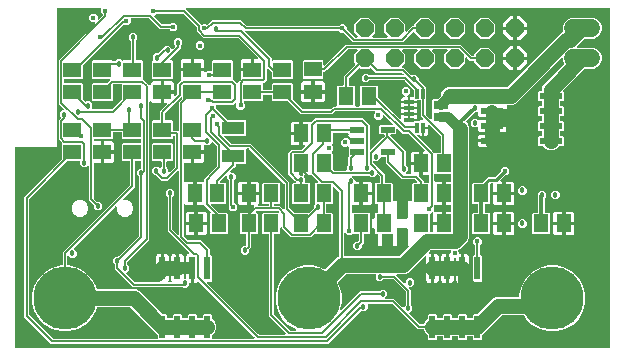
<source format=gbl>
G04 EAGLE Gerber RS-274X export*
G75*
%MOMM*%
%FSLAX34Y34*%
%LPD*%
%INBottom Copper*%
%IPPOS*%
%AMOC8*
5,1,8,0,0,1.08239X$1,22.5*%
G01*
%ADD10C,1.524000*%
%ADD11R,1.200000X0.533400*%
%ADD12R,1.200000X0.550000*%
%ADD13R,1.300000X1.500000*%
%ADD14R,1.500000X1.300000*%
%ADD15R,0.533400X1.981200*%
%ADD16R,1.981200X0.533400*%
%ADD17P,1.649562X8X22.500000*%
%ADD18R,0.300000X0.850000*%
%ADD19R,0.850000X0.300000*%
%ADD20R,1.270000X0.800000*%
%ADD21C,5.334000*%
%ADD22R,1.900000X1.100000*%
%ADD23C,0.457200*%
%ADD24C,0.452400*%
%ADD25C,0.975000*%
%ADD26C,0.152400*%
%ADD27C,1.270000*%
%ADD28C,1.016000*%
%ADD29C,1.350000*%
%ADD30C,0.812800*%
%ADD31C,0.254000*%
%ADD32C,0.304800*%

G36*
X505226Y2036D02*
X505226Y2036D01*
X505245Y2034D01*
X505347Y2056D01*
X505449Y2072D01*
X505466Y2082D01*
X505486Y2086D01*
X505575Y2139D01*
X505666Y2188D01*
X505680Y2202D01*
X505697Y2212D01*
X505764Y2291D01*
X505836Y2366D01*
X505844Y2384D01*
X505857Y2399D01*
X505896Y2495D01*
X505939Y2589D01*
X505941Y2609D01*
X505949Y2627D01*
X505967Y2794D01*
X505967Y289306D01*
X505964Y289326D01*
X505966Y289345D01*
X505944Y289447D01*
X505928Y289549D01*
X505918Y289566D01*
X505914Y289586D01*
X505861Y289675D01*
X505812Y289766D01*
X505798Y289780D01*
X505788Y289797D01*
X505709Y289864D01*
X505634Y289936D01*
X505616Y289944D01*
X505601Y289957D01*
X505505Y289996D01*
X505411Y290039D01*
X505391Y290041D01*
X505373Y290049D01*
X505206Y290067D01*
X147715Y290067D01*
X147645Y290056D01*
X147573Y290054D01*
X147524Y290036D01*
X147473Y290028D01*
X147409Y289994D01*
X147342Y289969D01*
X147301Y289937D01*
X147255Y289912D01*
X147206Y289860D01*
X147150Y289816D01*
X147122Y289772D01*
X147086Y289734D01*
X147056Y289669D01*
X147017Y289609D01*
X147004Y289558D01*
X146982Y289511D01*
X146974Y289440D01*
X146957Y289370D01*
X146961Y289318D01*
X146955Y289267D01*
X146970Y289196D01*
X146976Y289125D01*
X146996Y289077D01*
X147007Y289026D01*
X147044Y288965D01*
X147072Y288899D01*
X147117Y288843D01*
X147133Y288815D01*
X147151Y288800D01*
X147177Y288768D01*
X158480Y277465D01*
X159691Y276254D01*
X159707Y276242D01*
X159720Y276226D01*
X159807Y276170D01*
X159891Y276110D01*
X159910Y276104D01*
X159927Y276093D01*
X160027Y276068D01*
X160126Y276038D01*
X160146Y276038D01*
X160165Y276033D01*
X160268Y276041D01*
X160372Y276044D01*
X160391Y276051D01*
X160410Y276053D01*
X160505Y276093D01*
X160603Y276129D01*
X160618Y276141D01*
X160637Y276149D01*
X160768Y276254D01*
X161097Y276583D01*
X164023Y276583D01*
X164246Y276360D01*
X164263Y276348D01*
X164275Y276332D01*
X164362Y276277D01*
X164446Y276216D01*
X164465Y276210D01*
X164482Y276199D01*
X164582Y276174D01*
X164681Y276144D01*
X164701Y276144D01*
X164720Y276139D01*
X164823Y276147D01*
X164927Y276150D01*
X164946Y276157D01*
X164966Y276159D01*
X165061Y276199D01*
X165158Y276235D01*
X165174Y276247D01*
X165192Y276255D01*
X165323Y276360D01*
X168872Y279909D01*
X193463Y279909D01*
X198066Y275306D01*
X198140Y275253D01*
X198209Y275193D01*
X198239Y275181D01*
X198266Y275162D01*
X198352Y275135D01*
X198437Y275101D01*
X198478Y275097D01*
X198501Y275090D01*
X198533Y275091D01*
X198604Y275083D01*
X276121Y275083D01*
X276211Y275097D01*
X276302Y275105D01*
X276332Y275117D01*
X276364Y275122D01*
X276445Y275165D01*
X276529Y275201D01*
X276561Y275227D01*
X276581Y275238D01*
X276604Y275261D01*
X276660Y275306D01*
X277937Y276583D01*
X280863Y276583D01*
X282933Y274513D01*
X282933Y272707D01*
X282947Y272617D01*
X282955Y272526D01*
X282967Y272497D01*
X282972Y272465D01*
X283015Y272384D01*
X283051Y272300D01*
X283077Y272268D01*
X283088Y272247D01*
X283111Y272225D01*
X283156Y272169D01*
X289798Y265527D01*
X289872Y265474D01*
X289941Y265414D01*
X289972Y265402D01*
X289998Y265383D01*
X290085Y265356D01*
X290170Y265322D01*
X290211Y265318D01*
X290233Y265311D01*
X290265Y265312D01*
X290336Y265304D01*
X291785Y265304D01*
X291856Y265315D01*
X291928Y265317D01*
X291976Y265335D01*
X292028Y265343D01*
X292091Y265377D01*
X292159Y265402D01*
X292199Y265434D01*
X292245Y265459D01*
X292295Y265511D01*
X292351Y265555D01*
X292379Y265599D01*
X292415Y265637D01*
X292445Y265702D01*
X292484Y265762D01*
X292496Y265813D01*
X292518Y265860D01*
X292526Y265931D01*
X292544Y266001D01*
X292540Y266053D01*
X292545Y266104D01*
X292530Y266175D01*
X292524Y266246D01*
X292504Y266294D01*
X292493Y266345D01*
X292456Y266406D01*
X292428Y266472D01*
X292383Y266528D01*
X292367Y266556D01*
X292349Y266571D01*
X292323Y266603D01*
X289559Y269367D01*
X289559Y276733D01*
X294767Y281941D01*
X302133Y281941D01*
X307341Y276733D01*
X307341Y269367D01*
X304577Y266603D01*
X304535Y266545D01*
X304485Y266493D01*
X304463Y266446D01*
X304433Y266404D01*
X304412Y266335D01*
X304382Y266270D01*
X304376Y266218D01*
X304361Y266168D01*
X304363Y266097D01*
X304355Y266026D01*
X304366Y265975D01*
X304367Y265923D01*
X304392Y265855D01*
X304407Y265785D01*
X304434Y265740D01*
X304452Y265692D01*
X304496Y265636D01*
X304533Y265574D01*
X304573Y265540D01*
X304605Y265500D01*
X304666Y265461D01*
X304720Y265414D01*
X304768Y265395D01*
X304812Y265367D01*
X304882Y265349D01*
X304948Y265322D01*
X305020Y265314D01*
X305051Y265306D01*
X305074Y265308D01*
X305115Y265304D01*
X317185Y265304D01*
X317256Y265315D01*
X317328Y265317D01*
X317376Y265335D01*
X317428Y265343D01*
X317491Y265377D01*
X317559Y265402D01*
X317599Y265434D01*
X317645Y265459D01*
X317695Y265511D01*
X317751Y265555D01*
X317779Y265599D01*
X317815Y265637D01*
X317845Y265702D01*
X317884Y265762D01*
X317896Y265813D01*
X317918Y265860D01*
X317926Y265931D01*
X317944Y266001D01*
X317940Y266053D01*
X317945Y266104D01*
X317930Y266175D01*
X317924Y266246D01*
X317904Y266294D01*
X317893Y266345D01*
X317856Y266406D01*
X317828Y266472D01*
X317783Y266528D01*
X317767Y266556D01*
X317749Y266571D01*
X317723Y266603D01*
X314959Y269367D01*
X314959Y276733D01*
X320167Y281941D01*
X327533Y281941D01*
X332741Y276733D01*
X332741Y271151D01*
X332752Y271080D01*
X332754Y271008D01*
X332772Y270959D01*
X332780Y270908D01*
X332814Y270845D01*
X332839Y270777D01*
X332871Y270737D01*
X332896Y270691D01*
X332948Y270641D01*
X332992Y270585D01*
X333036Y270557D01*
X333074Y270521D01*
X333139Y270491D01*
X333199Y270452D01*
X333250Y270440D01*
X333297Y270418D01*
X333368Y270410D01*
X333438Y270392D01*
X333490Y270396D01*
X333541Y270391D01*
X333612Y270406D01*
X333683Y270411D01*
X333731Y270432D01*
X333782Y270443D01*
X333843Y270480D01*
X333909Y270508D01*
X333965Y270552D01*
X333993Y270569D01*
X334008Y270587D01*
X334040Y270613D01*
X338510Y275083D01*
X339598Y275083D01*
X339618Y275086D01*
X339637Y275084D01*
X339739Y275106D01*
X339841Y275122D01*
X339858Y275132D01*
X339878Y275136D01*
X339967Y275189D01*
X340058Y275238D01*
X340072Y275252D01*
X340089Y275262D01*
X340156Y275341D01*
X340228Y275416D01*
X340236Y275434D01*
X340249Y275449D01*
X340288Y275545D01*
X340331Y275639D01*
X340333Y275659D01*
X340341Y275677D01*
X340359Y275844D01*
X340359Y276733D01*
X345567Y281941D01*
X352933Y281941D01*
X358141Y276733D01*
X358141Y269367D01*
X352933Y264159D01*
X345567Y264159D01*
X340355Y269372D01*
X340348Y269415D01*
X340346Y269487D01*
X340328Y269536D01*
X340320Y269587D01*
X340286Y269650D01*
X340261Y269718D01*
X340229Y269758D01*
X340204Y269804D01*
X340152Y269854D01*
X340108Y269910D01*
X340064Y269938D01*
X340026Y269974D01*
X339961Y270004D01*
X339901Y270043D01*
X339850Y270055D01*
X339803Y270077D01*
X339732Y270085D01*
X339662Y270103D01*
X339610Y270099D01*
X339559Y270105D01*
X339488Y270089D01*
X339417Y270084D01*
X339369Y270063D01*
X339318Y270052D01*
X339257Y270015D01*
X339191Y269987D01*
X339135Y269943D01*
X339107Y269926D01*
X339092Y269908D01*
X339060Y269883D01*
X331829Y262652D01*
X330415Y261238D01*
X288337Y261238D01*
X280281Y269294D01*
X280207Y269347D01*
X280138Y269407D01*
X280107Y269419D01*
X280081Y269438D01*
X279994Y269465D01*
X279909Y269499D01*
X279868Y269503D01*
X279846Y269510D01*
X279814Y269509D01*
X279743Y269517D01*
X277937Y269517D01*
X276660Y270794D01*
X276586Y270847D01*
X276516Y270907D01*
X276486Y270919D01*
X276460Y270938D01*
X276373Y270965D01*
X276288Y270999D01*
X276247Y271003D01*
X276225Y271010D01*
X276193Y271009D01*
X276121Y271017D01*
X197927Y271017D01*
X197856Y271006D01*
X197784Y271004D01*
X197735Y270986D01*
X197684Y270978D01*
X197621Y270944D01*
X197553Y270919D01*
X197513Y270887D01*
X197467Y270862D01*
X197417Y270810D01*
X197361Y270766D01*
X197333Y270722D01*
X197297Y270684D01*
X197267Y270619D01*
X197228Y270559D01*
X197216Y270508D01*
X197194Y270461D01*
X197186Y270390D01*
X197168Y270320D01*
X197172Y270268D01*
X197166Y270217D01*
X197182Y270146D01*
X197187Y270075D01*
X197208Y270027D01*
X197219Y269976D01*
X197256Y269915D01*
X197284Y269849D01*
X197328Y269793D01*
X197345Y269765D01*
X197363Y269750D01*
X197388Y269718D01*
X219464Y247642D01*
X219464Y246599D01*
X219475Y246528D01*
X219477Y246456D01*
X219495Y246407D01*
X219503Y246356D01*
X219537Y246292D01*
X219562Y246225D01*
X219594Y246184D01*
X219619Y246138D01*
X219671Y246089D01*
X219716Y246033D01*
X219759Y246005D01*
X219797Y245969D01*
X219862Y245939D01*
X219923Y245900D01*
X219973Y245887D01*
X220020Y245865D01*
X220091Y245858D01*
X220161Y245840D01*
X220213Y245844D01*
X220264Y245838D01*
X220335Y245854D01*
X220406Y245859D01*
X220433Y245871D01*
X236626Y245871D01*
X237371Y245126D01*
X237371Y231074D01*
X236626Y230329D01*
X220574Y230329D01*
X219829Y231074D01*
X219829Y235451D01*
X219815Y235541D01*
X219807Y235632D01*
X219795Y235661D01*
X219790Y235693D01*
X219747Y235774D01*
X219711Y235858D01*
X219685Y235890D01*
X219674Y235911D01*
X219651Y235933D01*
X219606Y235989D01*
X216699Y238896D01*
X216641Y238938D01*
X216589Y238987D01*
X216542Y239009D01*
X216500Y239040D01*
X216431Y239061D01*
X216366Y239091D01*
X216314Y239097D01*
X216264Y239112D01*
X216193Y239110D01*
X216122Y239118D01*
X216071Y239107D01*
X216019Y239106D01*
X215951Y239081D01*
X215881Y239066D01*
X215837Y239039D01*
X215788Y239021D01*
X215732Y238976D01*
X215670Y238940D01*
X215636Y238900D01*
X215596Y238867D01*
X215557Y238807D01*
X215510Y238753D01*
X215491Y238704D01*
X215463Y238660D01*
X215445Y238591D01*
X215418Y238524D01*
X215410Y238453D01*
X215402Y238422D01*
X215404Y238399D01*
X215400Y238358D01*
X215400Y229461D01*
X212839Y226900D01*
X212732Y226900D01*
X212712Y226897D01*
X212693Y226899D01*
X212591Y226877D01*
X212489Y226861D01*
X212472Y226851D01*
X212452Y226847D01*
X212363Y226794D01*
X212272Y226745D01*
X212258Y226731D01*
X212241Y226721D01*
X212174Y226642D01*
X212102Y226567D01*
X212094Y226549D01*
X212081Y226534D01*
X212042Y226438D01*
X211999Y226344D01*
X211997Y226324D01*
X211989Y226306D01*
X211971Y226139D01*
X211971Y221869D01*
X211974Y221849D01*
X211972Y221830D01*
X211994Y221728D01*
X212010Y221626D01*
X212020Y221609D01*
X212024Y221589D01*
X212077Y221500D01*
X212126Y221409D01*
X212140Y221395D01*
X212150Y221378D01*
X212229Y221311D01*
X212304Y221239D01*
X212322Y221231D01*
X212337Y221218D01*
X212433Y221179D01*
X212527Y221136D01*
X212547Y221134D01*
X212565Y221126D01*
X212732Y221108D01*
X219068Y221108D01*
X219088Y221111D01*
X219107Y221109D01*
X219209Y221131D01*
X219311Y221147D01*
X219328Y221157D01*
X219348Y221161D01*
X219437Y221214D01*
X219528Y221263D01*
X219542Y221277D01*
X219559Y221287D01*
X219626Y221366D01*
X219698Y221441D01*
X219706Y221459D01*
X219719Y221474D01*
X219758Y221570D01*
X219801Y221664D01*
X219803Y221684D01*
X219811Y221702D01*
X219829Y221869D01*
X219829Y226126D01*
X220574Y226871D01*
X236626Y226871D01*
X237371Y226126D01*
X237371Y213494D01*
X237385Y213404D01*
X237393Y213313D01*
X237405Y213284D01*
X237410Y213252D01*
X237453Y213171D01*
X237489Y213087D01*
X237515Y213055D01*
X237526Y213034D01*
X237549Y213012D01*
X237594Y212956D01*
X245941Y204609D01*
X246015Y204556D01*
X246084Y204496D01*
X246115Y204484D01*
X246141Y204465D01*
X246228Y204438D01*
X246313Y204404D01*
X246354Y204400D01*
X246376Y204393D01*
X246408Y204394D01*
X246479Y204386D01*
X268742Y204386D01*
X268832Y204400D01*
X268923Y204408D01*
X268952Y204420D01*
X268984Y204425D01*
X269065Y204468D01*
X269149Y204504D01*
X269181Y204530D01*
X269202Y204541D01*
X269224Y204564D01*
X269280Y204609D01*
X271555Y206884D01*
X274068Y206884D01*
X274088Y206887D01*
X274107Y206885D01*
X274209Y206907D01*
X274311Y206923D01*
X274328Y206933D01*
X274348Y206937D01*
X274437Y206990D01*
X274528Y207039D01*
X274542Y207053D01*
X274559Y207063D01*
X274626Y207142D01*
X274698Y207217D01*
X274706Y207235D01*
X274719Y207250D01*
X274758Y207346D01*
X274801Y207440D01*
X274803Y207460D01*
X274811Y207478D01*
X274829Y207645D01*
X274829Y223926D01*
X275574Y224671D01*
X279806Y224671D01*
X279826Y224674D01*
X279845Y224672D01*
X279947Y224694D01*
X280049Y224710D01*
X280066Y224720D01*
X280086Y224724D01*
X280175Y224777D01*
X280266Y224826D01*
X280280Y224840D01*
X280297Y224850D01*
X280364Y224929D01*
X280436Y225004D01*
X280444Y225022D01*
X280457Y225037D01*
X280496Y225133D01*
X280539Y225227D01*
X280541Y225247D01*
X280549Y225265D01*
X280567Y225432D01*
X280567Y232642D01*
X290188Y242262D01*
X290199Y242279D01*
X290215Y242291D01*
X290271Y242378D01*
X290331Y242462D01*
X290337Y242481D01*
X290348Y242498D01*
X290373Y242598D01*
X290404Y242697D01*
X290403Y242717D01*
X290408Y242736D01*
X290400Y242839D01*
X290397Y242943D01*
X290390Y242962D01*
X290389Y242982D01*
X290348Y243077D01*
X290313Y243174D01*
X290300Y243190D01*
X290292Y243208D01*
X290188Y243339D01*
X289559Y243967D01*
X289559Y251333D01*
X292196Y253970D01*
X292238Y254028D01*
X292288Y254080D01*
X292310Y254127D01*
X292340Y254169D01*
X292361Y254238D01*
X292391Y254303D01*
X292397Y254355D01*
X292412Y254405D01*
X292410Y254476D01*
X292418Y254547D01*
X292407Y254598D01*
X292406Y254650D01*
X292381Y254718D01*
X292366Y254788D01*
X292339Y254833D01*
X292321Y254881D01*
X292277Y254937D01*
X292240Y254999D01*
X292200Y255033D01*
X292168Y255073D01*
X292107Y255112D01*
X292053Y255159D01*
X292005Y255178D01*
X291961Y255206D01*
X291891Y255224D01*
X291825Y255251D01*
X291753Y255259D01*
X291722Y255267D01*
X291699Y255265D01*
X291658Y255269D01*
X284103Y255269D01*
X284013Y255255D01*
X283922Y255247D01*
X283892Y255235D01*
X283860Y255230D01*
X283779Y255187D01*
X283695Y255151D01*
X283663Y255125D01*
X283643Y255114D01*
X283620Y255091D01*
X283564Y255046D01*
X264839Y236321D01*
X264040Y236321D01*
X264020Y236318D01*
X264001Y236320D01*
X263899Y236298D01*
X263797Y236282D01*
X263780Y236272D01*
X263760Y236268D01*
X263671Y236215D01*
X263580Y236166D01*
X263566Y236152D01*
X263549Y236142D01*
X263482Y236063D01*
X263410Y235988D01*
X263402Y235970D01*
X263389Y235955D01*
X263350Y235859D01*
X263307Y235765D01*
X263305Y235745D01*
X263297Y235727D01*
X263279Y235560D01*
X263279Y231328D01*
X262534Y230583D01*
X246482Y230583D01*
X245737Y231328D01*
X245737Y245380D01*
X246482Y246125D01*
X262534Y246125D01*
X263279Y245380D01*
X263279Y242348D01*
X263290Y242277D01*
X263292Y242205D01*
X263310Y242156D01*
X263318Y242105D01*
X263352Y242042D01*
X263377Y241974D01*
X263409Y241934D01*
X263434Y241888D01*
X263486Y241838D01*
X263530Y241782D01*
X263574Y241754D01*
X263612Y241718D01*
X263677Y241688D01*
X263737Y241649D01*
X263788Y241637D01*
X263835Y241615D01*
X263906Y241607D01*
X263976Y241589D01*
X264028Y241593D01*
X264079Y241588D01*
X264150Y241603D01*
X264221Y241608D01*
X264269Y241629D01*
X264320Y241640D01*
X264381Y241677D01*
X264447Y241705D01*
X264503Y241750D01*
X264531Y241766D01*
X264546Y241784D01*
X264578Y241810D01*
X280690Y257921D01*
X282103Y259335D01*
X379490Y259335D01*
X388919Y249906D01*
X388993Y249853D01*
X389062Y249793D01*
X389093Y249781D01*
X389119Y249762D01*
X389206Y249735D01*
X389291Y249701D01*
X389332Y249697D01*
X389354Y249690D01*
X389386Y249691D01*
X389457Y249683D01*
X390398Y249683D01*
X390418Y249686D01*
X390437Y249684D01*
X390539Y249706D01*
X390641Y249722D01*
X390658Y249732D01*
X390678Y249736D01*
X390767Y249789D01*
X390858Y249838D01*
X390872Y249852D01*
X390889Y249862D01*
X390956Y249941D01*
X391028Y250016D01*
X391036Y250034D01*
X391049Y250049D01*
X391088Y250145D01*
X391131Y250239D01*
X391133Y250259D01*
X391141Y250277D01*
X391159Y250444D01*
X391159Y251333D01*
X396367Y256541D01*
X403733Y256541D01*
X408941Y251333D01*
X408941Y243967D01*
X403733Y238759D01*
X396367Y238759D01*
X391159Y243967D01*
X391159Y244856D01*
X391156Y244876D01*
X391158Y244895D01*
X391136Y244997D01*
X391120Y245099D01*
X391110Y245116D01*
X391106Y245136D01*
X391053Y245225D01*
X391004Y245316D01*
X390990Y245330D01*
X390980Y245347D01*
X390901Y245414D01*
X390826Y245486D01*
X390808Y245494D01*
X390793Y245507D01*
X390697Y245546D01*
X390603Y245589D01*
X390583Y245591D01*
X390565Y245599D01*
X390398Y245617D01*
X387458Y245617D01*
X386044Y247031D01*
X384840Y248235D01*
X384782Y248277D01*
X384730Y248326D01*
X384683Y248348D01*
X384641Y248379D01*
X384572Y248400D01*
X384507Y248430D01*
X384455Y248436D01*
X384405Y248451D01*
X384334Y248449D01*
X384263Y248457D01*
X384212Y248446D01*
X384160Y248445D01*
X384092Y248420D01*
X384022Y248405D01*
X383977Y248378D01*
X383929Y248360D01*
X383873Y248315D01*
X383811Y248279D01*
X383777Y248239D01*
X383737Y248206D01*
X383698Y248146D01*
X383651Y248092D01*
X383632Y248043D01*
X383604Y247999D01*
X383586Y247930D01*
X383559Y247863D01*
X383551Y247792D01*
X383543Y247761D01*
X383545Y247738D01*
X383541Y247697D01*
X383541Y243967D01*
X378333Y238759D01*
X370967Y238759D01*
X365759Y243967D01*
X365759Y251333D01*
X368396Y253970D01*
X368438Y254028D01*
X368488Y254080D01*
X368510Y254127D01*
X368540Y254169D01*
X368561Y254238D01*
X368591Y254303D01*
X368597Y254355D01*
X368612Y254405D01*
X368610Y254476D01*
X368618Y254547D01*
X368607Y254598D01*
X368606Y254650D01*
X368581Y254718D01*
X368566Y254788D01*
X368539Y254833D01*
X368521Y254881D01*
X368477Y254937D01*
X368440Y254999D01*
X368400Y255033D01*
X368368Y255073D01*
X368307Y255112D01*
X368253Y255159D01*
X368205Y255178D01*
X368161Y255206D01*
X368091Y255224D01*
X368025Y255251D01*
X367953Y255259D01*
X367922Y255267D01*
X367899Y255265D01*
X367858Y255269D01*
X356042Y255269D01*
X355971Y255258D01*
X355899Y255256D01*
X355851Y255238D01*
X355799Y255230D01*
X355736Y255196D01*
X355668Y255171D01*
X355628Y255139D01*
X355582Y255114D01*
X355532Y255062D01*
X355476Y255018D01*
X355448Y254974D01*
X355412Y254936D01*
X355382Y254871D01*
X355343Y254811D01*
X355331Y254760D01*
X355309Y254713D01*
X355301Y254642D01*
X355283Y254572D01*
X355287Y254520D01*
X355282Y254469D01*
X355297Y254398D01*
X355303Y254327D01*
X355323Y254279D01*
X355334Y254228D01*
X355371Y254167D01*
X355399Y254101D01*
X355444Y254045D01*
X355460Y254017D01*
X355478Y254002D01*
X355504Y253970D01*
X358141Y251333D01*
X358141Y243967D01*
X352933Y238759D01*
X345567Y238759D01*
X340359Y243967D01*
X340359Y251333D01*
X342996Y253970D01*
X343038Y254028D01*
X343088Y254080D01*
X343110Y254127D01*
X343140Y254169D01*
X343161Y254238D01*
X343191Y254303D01*
X343197Y254355D01*
X343212Y254405D01*
X343210Y254476D01*
X343218Y254547D01*
X343207Y254598D01*
X343206Y254650D01*
X343181Y254718D01*
X343166Y254788D01*
X343139Y254833D01*
X343121Y254881D01*
X343077Y254937D01*
X343040Y254999D01*
X343000Y255033D01*
X342968Y255073D01*
X342907Y255112D01*
X342853Y255159D01*
X342805Y255178D01*
X342761Y255206D01*
X342691Y255224D01*
X342625Y255251D01*
X342553Y255259D01*
X342522Y255267D01*
X342499Y255265D01*
X342458Y255269D01*
X330642Y255269D01*
X330571Y255258D01*
X330499Y255256D01*
X330451Y255238D01*
X330399Y255230D01*
X330336Y255196D01*
X330268Y255171D01*
X330228Y255139D01*
X330182Y255114D01*
X330132Y255062D01*
X330076Y255018D01*
X330048Y254974D01*
X330012Y254936D01*
X329982Y254871D01*
X329943Y254811D01*
X329931Y254760D01*
X329909Y254713D01*
X329901Y254642D01*
X329883Y254572D01*
X329887Y254520D01*
X329882Y254469D01*
X329897Y254398D01*
X329903Y254327D01*
X329923Y254279D01*
X329934Y254228D01*
X329971Y254167D01*
X329999Y254101D01*
X330044Y254045D01*
X330060Y254017D01*
X330078Y254002D01*
X330104Y253970D01*
X332741Y251333D01*
X332741Y243967D01*
X329723Y240949D01*
X329681Y240891D01*
X329631Y240839D01*
X329609Y240792D01*
X329579Y240750D01*
X329558Y240681D01*
X329528Y240616D01*
X329522Y240564D01*
X329507Y240514D01*
X329509Y240443D01*
X329501Y240372D01*
X329512Y240321D01*
X329513Y240269D01*
X329538Y240201D01*
X329553Y240131D01*
X329580Y240086D01*
X329598Y240038D01*
X329642Y239982D01*
X329679Y239920D01*
X329719Y239886D01*
X329751Y239846D01*
X329812Y239807D01*
X329866Y239760D01*
X329914Y239741D01*
X329958Y239713D01*
X330028Y239695D01*
X330094Y239668D01*
X330166Y239660D01*
X330197Y239652D01*
X330220Y239654D01*
X330261Y239650D01*
X331550Y239650D01*
X332964Y238236D01*
X337792Y233408D01*
X337808Y233397D01*
X337820Y233381D01*
X337908Y233325D01*
X337991Y233265D01*
X338010Y233259D01*
X338027Y233248D01*
X338128Y233223D01*
X338226Y233192D01*
X338246Y233193D01*
X338266Y233188D01*
X338369Y233196D01*
X338472Y233199D01*
X338491Y233205D01*
X338511Y233207D01*
X338606Y233247D01*
X338703Y233283D01*
X338719Y233296D01*
X338737Y233303D01*
X338868Y233408D01*
X338887Y233427D01*
X341833Y233427D01*
X343917Y231343D01*
X343917Y229503D01*
X343931Y229413D01*
X343939Y229322D01*
X343951Y229293D01*
X343956Y229261D01*
X343999Y229180D01*
X344035Y229096D01*
X344061Y229064D01*
X344072Y229043D01*
X344095Y229021D01*
X344140Y228965D01*
X349828Y223277D01*
X349865Y223206D01*
X349901Y223122D01*
X349927Y223090D01*
X349938Y223070D01*
X349961Y223047D01*
X350006Y222991D01*
X350521Y222476D01*
X350521Y212924D01*
X350236Y212639D01*
X350188Y212572D01*
X350182Y212566D01*
X350180Y212562D01*
X350123Y212495D01*
X350111Y212465D01*
X350092Y212439D01*
X350065Y212352D01*
X350031Y212267D01*
X350027Y212226D01*
X350020Y212204D01*
X350021Y212172D01*
X350013Y212100D01*
X350013Y200547D01*
X350028Y200457D01*
X350035Y200366D01*
X350047Y200337D01*
X350052Y200305D01*
X350095Y200224D01*
X350131Y200140D01*
X350157Y200108D01*
X350168Y200087D01*
X350191Y200065D01*
X350236Y200009D01*
X353830Y196415D01*
X353888Y196373D01*
X353940Y196324D01*
X353987Y196302D01*
X354029Y196271D01*
X354098Y196250D01*
X354163Y196220D01*
X354215Y196214D01*
X354265Y196199D01*
X354336Y196201D01*
X354407Y196193D01*
X354458Y196204D01*
X354510Y196205D01*
X354578Y196230D01*
X354648Y196245D01*
X354693Y196272D01*
X354741Y196290D01*
X354797Y196335D01*
X354859Y196371D01*
X354893Y196411D01*
X354933Y196444D01*
X354972Y196504D01*
X355019Y196558D01*
X355038Y196607D01*
X355066Y196651D01*
X355084Y196720D01*
X355111Y196787D01*
X355119Y196858D01*
X355127Y196889D01*
X355125Y196912D01*
X355129Y196953D01*
X355129Y202749D01*
X355148Y202778D01*
X355208Y202861D01*
X355214Y202880D01*
X355225Y202897D01*
X355250Y202998D01*
X355281Y203097D01*
X355280Y203117D01*
X355285Y203136D01*
X355277Y203239D01*
X355274Y203342D01*
X355267Y203361D01*
X355266Y203381D01*
X355225Y203476D01*
X355190Y203573D01*
X355177Y203589D01*
X355169Y203607D01*
X355129Y203658D01*
X355129Y212726D01*
X355874Y213471D01*
X360161Y213471D01*
X360251Y213485D01*
X360342Y213493D01*
X360372Y213505D01*
X360404Y213510D01*
X360484Y213553D01*
X360568Y213589D01*
X360600Y213615D01*
X360621Y213626D01*
X360643Y213649D01*
X360699Y213694D01*
X362606Y215601D01*
X362659Y215675D01*
X362719Y215744D01*
X362731Y215774D01*
X362750Y215801D01*
X362777Y215887D01*
X362811Y215972D01*
X362815Y216013D01*
X362822Y216036D01*
X362821Y216068D01*
X362829Y216139D01*
X362829Y217416D01*
X363989Y220217D01*
X366133Y222361D01*
X368934Y223521D01*
X418205Y223521D01*
X418296Y223535D01*
X418386Y223543D01*
X418416Y223555D01*
X418448Y223560D01*
X418529Y223603D01*
X418613Y223639D01*
X418645Y223665D01*
X418666Y223676D01*
X418688Y223699D01*
X418744Y223744D01*
X464351Y269351D01*
X465814Y269957D01*
X465831Y269967D01*
X465850Y269973D01*
X465935Y270032D01*
X466023Y270086D01*
X466036Y270102D01*
X466052Y270113D01*
X466114Y270196D01*
X466180Y270276D01*
X466187Y270294D01*
X466199Y270310D01*
X466231Y270409D01*
X466268Y270505D01*
X466269Y270525D01*
X466275Y270544D01*
X466274Y270648D01*
X466279Y270751D01*
X466273Y270770D01*
X466273Y270790D01*
X466226Y270951D01*
X466089Y271281D01*
X466089Y274818D01*
X467443Y278086D01*
X469944Y280587D01*
X473212Y281941D01*
X491988Y281941D01*
X495256Y280587D01*
X497757Y278086D01*
X499111Y274818D01*
X499111Y271282D01*
X497757Y268014D01*
X495256Y265513D01*
X491988Y264159D01*
X484802Y264159D01*
X484712Y264145D01*
X484621Y264137D01*
X484591Y264125D01*
X484559Y264120D01*
X484478Y264077D01*
X484395Y264041D01*
X484362Y264015D01*
X484342Y264004D01*
X484320Y263981D01*
X484264Y263936D01*
X479008Y258680D01*
X478168Y257840D01*
X478126Y257782D01*
X478076Y257730D01*
X478054Y257683D01*
X478024Y257641D01*
X478003Y257572D01*
X477973Y257507D01*
X477967Y257455D01*
X477952Y257405D01*
X477954Y257334D01*
X477946Y257263D01*
X477957Y257212D01*
X477958Y257160D01*
X477983Y257092D01*
X477998Y257022D01*
X478025Y256977D01*
X478042Y256929D01*
X478087Y256873D01*
X478124Y256811D01*
X478164Y256777D01*
X478196Y256737D01*
X478256Y256698D01*
X478311Y256651D01*
X478359Y256632D01*
X478403Y256604D01*
X478473Y256586D01*
X478539Y256559D01*
X478610Y256551D01*
X478642Y256543D01*
X478665Y256545D01*
X478706Y256541D01*
X491988Y256541D01*
X495256Y255187D01*
X497757Y252686D01*
X499111Y249418D01*
X499111Y245882D01*
X497757Y242614D01*
X495256Y240113D01*
X491988Y238759D01*
X484802Y238759D01*
X484712Y238745D01*
X484621Y238737D01*
X484591Y238725D01*
X484559Y238720D01*
X484478Y238677D01*
X484395Y238641D01*
X484362Y238615D01*
X484342Y238604D01*
X484320Y238581D01*
X484264Y238536D01*
X466502Y220775D01*
X466490Y220759D01*
X466475Y220746D01*
X466419Y220659D01*
X466358Y220575D01*
X466353Y220556D01*
X466342Y220539D01*
X466316Y220439D01*
X466286Y220340D01*
X466287Y220320D01*
X466282Y220301D01*
X466290Y220198D01*
X466292Y220094D01*
X466299Y220075D01*
X466301Y220055D01*
X466341Y219961D01*
X466377Y219863D01*
X466389Y219847D01*
X466397Y219829D01*
X466502Y219698D01*
X467107Y219093D01*
X467107Y212707D01*
X466362Y211962D01*
X464312Y211962D01*
X464292Y211959D01*
X464273Y211961D01*
X464171Y211939D01*
X464069Y211923D01*
X464052Y211913D01*
X464032Y211909D01*
X463943Y211856D01*
X463852Y211807D01*
X463838Y211793D01*
X463821Y211783D01*
X463754Y211704D01*
X463682Y211629D01*
X463674Y211611D01*
X463661Y211596D01*
X463622Y211500D01*
X463579Y211406D01*
X463577Y211386D01*
X463569Y211368D01*
X463551Y211201D01*
X463551Y207899D01*
X463554Y207879D01*
X463552Y207860D01*
X463574Y207758D01*
X463590Y207656D01*
X463600Y207639D01*
X463604Y207619D01*
X463657Y207530D01*
X463706Y207439D01*
X463720Y207425D01*
X463730Y207408D01*
X463809Y207341D01*
X463884Y207269D01*
X463902Y207261D01*
X463917Y207248D01*
X464013Y207209D01*
X464107Y207166D01*
X464127Y207164D01*
X464145Y207156D01*
X464312Y207138D01*
X466362Y207138D01*
X467107Y206393D01*
X467107Y200007D01*
X466362Y199262D01*
X464312Y199262D01*
X464292Y199259D01*
X464273Y199261D01*
X464171Y199239D01*
X464069Y199223D01*
X464052Y199213D01*
X464032Y199209D01*
X463943Y199156D01*
X463852Y199107D01*
X463838Y199093D01*
X463821Y199083D01*
X463754Y199004D01*
X463682Y198929D01*
X463674Y198911D01*
X463661Y198896D01*
X463622Y198800D01*
X463579Y198706D01*
X463577Y198686D01*
X463569Y198668D01*
X463551Y198501D01*
X463551Y195199D01*
X463554Y195179D01*
X463552Y195160D01*
X463574Y195058D01*
X463590Y194956D01*
X463600Y194939D01*
X463604Y194919D01*
X463657Y194830D01*
X463706Y194739D01*
X463720Y194725D01*
X463730Y194708D01*
X463809Y194641D01*
X463884Y194569D01*
X463902Y194561D01*
X463917Y194548D01*
X464013Y194509D01*
X464107Y194466D01*
X464127Y194464D01*
X464145Y194456D01*
X464312Y194438D01*
X466362Y194438D01*
X467107Y193693D01*
X467107Y187307D01*
X466362Y186562D01*
X464312Y186562D01*
X464292Y186559D01*
X464273Y186561D01*
X464171Y186539D01*
X464069Y186523D01*
X464052Y186513D01*
X464032Y186509D01*
X463943Y186456D01*
X463852Y186407D01*
X463838Y186393D01*
X463821Y186383D01*
X463754Y186304D01*
X463682Y186229D01*
X463674Y186211D01*
X463661Y186196D01*
X463622Y186100D01*
X463579Y186006D01*
X463577Y185986D01*
X463569Y185968D01*
X463551Y185801D01*
X463551Y182499D01*
X463554Y182479D01*
X463552Y182460D01*
X463574Y182358D01*
X463590Y182256D01*
X463600Y182239D01*
X463604Y182219D01*
X463657Y182130D01*
X463706Y182039D01*
X463720Y182025D01*
X463730Y182008D01*
X463809Y181941D01*
X463884Y181869D01*
X463902Y181861D01*
X463917Y181848D01*
X464013Y181809D01*
X464107Y181766D01*
X464127Y181764D01*
X464145Y181756D01*
X464312Y181738D01*
X466362Y181738D01*
X467107Y180993D01*
X467107Y174607D01*
X466362Y173862D01*
X463056Y173862D01*
X462941Y173843D01*
X462825Y173826D01*
X462819Y173823D01*
X462813Y173823D01*
X462711Y173768D01*
X462606Y173715D01*
X462601Y173710D01*
X462596Y173707D01*
X462516Y173623D01*
X462434Y173539D01*
X462430Y173533D01*
X462427Y173529D01*
X462419Y173513D01*
X462418Y173511D01*
X460247Y171339D01*
X457446Y170179D01*
X454414Y170179D01*
X451613Y171339D01*
X449423Y173530D01*
X449386Y173592D01*
X449381Y173596D01*
X449378Y173601D01*
X449288Y173676D01*
X449199Y173752D01*
X449193Y173754D01*
X449188Y173758D01*
X449079Y173800D01*
X448971Y173844D01*
X448963Y173845D01*
X448959Y173846D01*
X448941Y173847D01*
X448804Y173862D01*
X445498Y173862D01*
X444753Y174607D01*
X444753Y180993D01*
X445498Y181738D01*
X447548Y181738D01*
X447568Y181741D01*
X447587Y181739D01*
X447689Y181761D01*
X447791Y181777D01*
X447808Y181787D01*
X447828Y181791D01*
X447917Y181844D01*
X448008Y181893D01*
X448022Y181907D01*
X448039Y181917D01*
X448106Y181996D01*
X448178Y182071D01*
X448186Y182089D01*
X448199Y182104D01*
X448238Y182200D01*
X448281Y182294D01*
X448283Y182314D01*
X448291Y182332D01*
X448309Y182499D01*
X448309Y185801D01*
X448306Y185821D01*
X448308Y185840D01*
X448286Y185942D01*
X448270Y186044D01*
X448260Y186061D01*
X448256Y186081D01*
X448203Y186170D01*
X448154Y186261D01*
X448140Y186275D01*
X448130Y186292D01*
X448051Y186359D01*
X447976Y186431D01*
X447958Y186439D01*
X447943Y186452D01*
X447847Y186491D01*
X447753Y186534D01*
X447733Y186536D01*
X447715Y186544D01*
X447548Y186562D01*
X445498Y186562D01*
X444753Y187307D01*
X444753Y193693D01*
X445498Y194438D01*
X447548Y194438D01*
X447568Y194441D01*
X447587Y194439D01*
X447689Y194461D01*
X447791Y194477D01*
X447808Y194487D01*
X447828Y194491D01*
X447917Y194544D01*
X448008Y194593D01*
X448022Y194607D01*
X448039Y194617D01*
X448106Y194696D01*
X448178Y194771D01*
X448186Y194789D01*
X448199Y194804D01*
X448238Y194900D01*
X448281Y194994D01*
X448283Y195014D01*
X448291Y195032D01*
X448309Y195199D01*
X448309Y198501D01*
X448306Y198521D01*
X448308Y198540D01*
X448286Y198642D01*
X448270Y198744D01*
X448260Y198761D01*
X448256Y198781D01*
X448203Y198870D01*
X448154Y198961D01*
X448140Y198975D01*
X448130Y198992D01*
X448051Y199059D01*
X447976Y199131D01*
X447958Y199139D01*
X447943Y199152D01*
X447847Y199191D01*
X447753Y199234D01*
X447733Y199236D01*
X447715Y199244D01*
X447548Y199262D01*
X445498Y199262D01*
X444753Y200007D01*
X444753Y206393D01*
X445498Y207138D01*
X447548Y207138D01*
X447568Y207141D01*
X447587Y207139D01*
X447689Y207161D01*
X447791Y207177D01*
X447808Y207187D01*
X447828Y207191D01*
X447917Y207244D01*
X448008Y207293D01*
X448022Y207307D01*
X448039Y207317D01*
X448106Y207396D01*
X448178Y207471D01*
X448186Y207489D01*
X448199Y207504D01*
X448238Y207600D01*
X448281Y207694D01*
X448283Y207714D01*
X448291Y207732D01*
X448309Y207899D01*
X448309Y211201D01*
X448306Y211221D01*
X448308Y211240D01*
X448286Y211342D01*
X448270Y211444D01*
X448260Y211461D01*
X448256Y211481D01*
X448203Y211570D01*
X448154Y211661D01*
X448140Y211675D01*
X448130Y211692D01*
X448051Y211759D01*
X447976Y211831D01*
X447958Y211839D01*
X447943Y211852D01*
X447847Y211891D01*
X447753Y211934D01*
X447733Y211936D01*
X447715Y211944D01*
X447548Y211962D01*
X445498Y211962D01*
X444753Y212707D01*
X444753Y219093D01*
X445498Y219838D01*
X447548Y219838D01*
X447568Y219841D01*
X447587Y219839D01*
X447689Y219861D01*
X447791Y219877D01*
X447808Y219887D01*
X447828Y219891D01*
X447917Y219944D01*
X448008Y219993D01*
X448022Y220007D01*
X448039Y220017D01*
X448106Y220096D01*
X448178Y220171D01*
X448186Y220189D01*
X448199Y220204D01*
X448238Y220300D01*
X448281Y220394D01*
X448283Y220414D01*
X448291Y220432D01*
X448309Y220599D01*
X448309Y222496D01*
X449469Y225297D01*
X466891Y242718D01*
X466959Y242813D01*
X467029Y242907D01*
X467031Y242913D01*
X467034Y242918D01*
X467069Y243029D01*
X467105Y243141D01*
X467105Y243147D01*
X467107Y243153D01*
X467104Y243268D01*
X467103Y243387D01*
X467101Y243394D01*
X467100Y243399D01*
X467094Y243416D01*
X467056Y243548D01*
X466089Y245882D01*
X466089Y247697D01*
X466078Y247767D01*
X466076Y247839D01*
X466058Y247888D01*
X466050Y247940D01*
X466016Y248003D01*
X465991Y248070D01*
X465959Y248111D01*
X465934Y248157D01*
X465882Y248206D01*
X465838Y248262D01*
X465794Y248290D01*
X465756Y248326D01*
X465691Y248356D01*
X465631Y248395D01*
X465580Y248408D01*
X465533Y248430D01*
X465462Y248438D01*
X465392Y248455D01*
X465340Y248451D01*
X465289Y248457D01*
X465218Y248442D01*
X465147Y248436D01*
X465099Y248416D01*
X465048Y248405D01*
X464987Y248368D01*
X464921Y248340D01*
X464865Y248295D01*
X464837Y248279D01*
X464822Y248261D01*
X464790Y248235D01*
X425994Y209439D01*
X423193Y208279D01*
X419166Y208279D01*
X419072Y208264D01*
X418977Y208255D01*
X418951Y208244D01*
X418923Y208240D01*
X418839Y208195D01*
X418751Y208157D01*
X418730Y208138D01*
X418705Y208124D01*
X418640Y208055D01*
X418569Y207991D01*
X418556Y207967D01*
X418536Y207946D01*
X418496Y207860D01*
X418450Y207776D01*
X418444Y207749D01*
X418432Y207723D01*
X418422Y207628D01*
X418405Y207535D01*
X418408Y207507D01*
X418405Y207479D01*
X418426Y207385D01*
X418439Y207291D01*
X418453Y207259D01*
X418458Y207238D01*
X418475Y207210D01*
X418506Y207137D01*
X418674Y206848D01*
X418847Y206201D01*
X418847Y204533D01*
X406972Y204533D01*
X406952Y204530D01*
X406932Y204532D01*
X406831Y204510D01*
X406729Y204493D01*
X406711Y204484D01*
X406692Y204479D01*
X406603Y204426D01*
X406512Y204378D01*
X406498Y204364D01*
X406481Y204353D01*
X406413Y204275D01*
X406342Y204200D01*
X406334Y204182D01*
X406321Y204166D01*
X406282Y204070D01*
X406239Y203977D01*
X406236Y203957D01*
X406229Y203938D01*
X406210Y203772D01*
X406210Y203390D01*
X405828Y203390D01*
X405809Y203386D01*
X405789Y203389D01*
X405688Y203367D01*
X405586Y203350D01*
X405568Y203341D01*
X405549Y203336D01*
X405460Y203283D01*
X405368Y203235D01*
X405355Y203220D01*
X405338Y203210D01*
X405270Y203131D01*
X405199Y203056D01*
X405191Y203038D01*
X405178Y203023D01*
X405139Y202927D01*
X405095Y202833D01*
X405093Y202814D01*
X405086Y202795D01*
X405067Y202628D01*
X405067Y197992D01*
X396160Y197992D01*
X395513Y198165D01*
X394934Y198500D01*
X394461Y198973D01*
X394126Y199552D01*
X393953Y200199D01*
X393953Y201676D01*
X393950Y201696D01*
X393952Y201715D01*
X393930Y201817D01*
X393914Y201919D01*
X393904Y201936D01*
X393900Y201956D01*
X393847Y202045D01*
X393798Y202136D01*
X393784Y202150D01*
X393774Y202167D01*
X393695Y202234D01*
X393620Y202306D01*
X393602Y202314D01*
X393587Y202327D01*
X393491Y202366D01*
X393397Y202409D01*
X393377Y202411D01*
X393359Y202419D01*
X393192Y202437D01*
X392506Y202437D01*
X392416Y202423D01*
X392325Y202415D01*
X392295Y202403D01*
X392263Y202398D01*
X392183Y202355D01*
X392099Y202319D01*
X392067Y202293D01*
X392046Y202282D01*
X392024Y202259D01*
X391968Y202214D01*
X384454Y194700D01*
X384442Y194684D01*
X384426Y194672D01*
X384370Y194584D01*
X384310Y194501D01*
X384304Y194482D01*
X384293Y194465D01*
X384268Y194364D01*
X384238Y194265D01*
X384238Y194246D01*
X384233Y194226D01*
X384241Y194123D01*
X384244Y194020D01*
X384251Y194001D01*
X384252Y193981D01*
X384293Y193886D01*
X384329Y193789D01*
X384341Y193773D01*
X384349Y193755D01*
X384454Y193624D01*
X385681Y192397D01*
X386841Y189596D01*
X386841Y95778D01*
X385681Y92977D01*
X383430Y90726D01*
X381324Y88620D01*
X379073Y86369D01*
X377830Y85855D01*
X377791Y85830D01*
X377748Y85815D01*
X377687Y85766D01*
X377621Y85725D01*
X377592Y85690D01*
X377556Y85661D01*
X377514Y85596D01*
X377464Y85535D01*
X377448Y85493D01*
X377423Y85454D01*
X377404Y85378D01*
X377376Y85306D01*
X377374Y85260D01*
X377363Y85215D01*
X377369Y85138D01*
X377366Y85060D01*
X377378Y85016D01*
X377382Y84970D01*
X377412Y84899D01*
X377434Y84824D01*
X377460Y84786D01*
X377478Y84744D01*
X377564Y84637D01*
X377574Y84622D01*
X377578Y84619D01*
X377583Y84613D01*
X378183Y84013D01*
X378183Y83058D01*
X378186Y83038D01*
X378184Y83019D01*
X378206Y82917D01*
X378222Y82815D01*
X378232Y82798D01*
X378236Y82778D01*
X378289Y82689D01*
X378338Y82598D01*
X378352Y82584D01*
X378362Y82567D01*
X378441Y82500D01*
X378516Y82428D01*
X378534Y82420D01*
X378549Y82407D01*
X378645Y82368D01*
X378739Y82325D01*
X378759Y82323D01*
X378777Y82315D01*
X378944Y82297D01*
X379667Y82297D01*
X379667Y71183D01*
X375792Y71183D01*
X375792Y78256D01*
X375789Y78276D01*
X375791Y78295D01*
X375769Y78397D01*
X375753Y78499D01*
X375743Y78516D01*
X375739Y78536D01*
X375686Y78625D01*
X375637Y78716D01*
X375623Y78730D01*
X375613Y78747D01*
X375534Y78814D01*
X375459Y78886D01*
X375441Y78894D01*
X375426Y78907D01*
X375330Y78946D01*
X375236Y78989D01*
X375216Y78991D01*
X375198Y78999D01*
X375031Y79017D01*
X374269Y79017D01*
X374249Y79014D01*
X374230Y79016D01*
X374128Y78994D01*
X374026Y78978D01*
X374009Y78968D01*
X373989Y78964D01*
X373900Y78911D01*
X373809Y78862D01*
X373795Y78848D01*
X373778Y78838D01*
X373711Y78759D01*
X373639Y78684D01*
X373631Y78666D01*
X373618Y78651D01*
X373579Y78555D01*
X373536Y78461D01*
X373534Y78441D01*
X373526Y78423D01*
X373508Y78256D01*
X373508Y71183D01*
X369633Y71183D01*
X369633Y82297D01*
X370356Y82297D01*
X370376Y82300D01*
X370395Y82298D01*
X370497Y82320D01*
X370599Y82336D01*
X370616Y82346D01*
X370636Y82350D01*
X370725Y82403D01*
X370816Y82452D01*
X370830Y82466D01*
X370847Y82476D01*
X370914Y82555D01*
X370986Y82630D01*
X370994Y82648D01*
X371007Y82663D01*
X371046Y82759D01*
X371089Y82853D01*
X371091Y82873D01*
X371099Y82891D01*
X371117Y83058D01*
X371117Y84047D01*
X371127Y84067D01*
X371157Y84109D01*
X371178Y84178D01*
X371209Y84243D01*
X371214Y84295D01*
X371230Y84344D01*
X371228Y84416D01*
X371236Y84487D01*
X371225Y84538D01*
X371223Y84590D01*
X371199Y84658D01*
X371183Y84728D01*
X371157Y84773D01*
X371139Y84821D01*
X371094Y84877D01*
X371057Y84939D01*
X371018Y84973D01*
X370985Y85013D01*
X370925Y85052D01*
X370870Y85099D01*
X370822Y85118D01*
X370778Y85146D01*
X370709Y85164D01*
X370642Y85191D01*
X370571Y85199D01*
X370540Y85207D01*
X370516Y85205D01*
X370475Y85209D01*
X354339Y85209D01*
X354249Y85195D01*
X354158Y85187D01*
X354128Y85175D01*
X354096Y85170D01*
X354015Y85127D01*
X353931Y85091D01*
X353899Y85065D01*
X353879Y85054D01*
X353856Y85031D01*
X353800Y84986D01*
X352410Y83596D01*
X352368Y83538D01*
X352319Y83486D01*
X352297Y83439D01*
X352267Y83397D01*
X352246Y83328D01*
X352215Y83263D01*
X352210Y83211D01*
X352194Y83161D01*
X352196Y83090D01*
X352188Y83019D01*
X352199Y82968D01*
X352201Y82916D01*
X352225Y82848D01*
X352241Y82778D01*
X352267Y82733D01*
X352285Y82685D01*
X352330Y82629D01*
X352367Y82567D01*
X352406Y82533D01*
X352439Y82493D01*
X352499Y82454D01*
X352554Y82407D01*
X352602Y82388D01*
X352646Y82360D01*
X352715Y82342D01*
X352782Y82315D01*
X352853Y82307D01*
X352884Y82299D01*
X352908Y82301D01*
X352949Y82297D01*
X354267Y82297D01*
X354267Y71183D01*
X350392Y71183D01*
X350392Y79740D01*
X350381Y79811D01*
X350379Y79883D01*
X350361Y79932D01*
X350353Y79983D01*
X350319Y80046D01*
X350294Y80114D01*
X350262Y80155D01*
X350237Y80201D01*
X350185Y80250D01*
X350141Y80306D01*
X350097Y80334D01*
X350059Y80370D01*
X349994Y80400D01*
X349934Y80439D01*
X349883Y80452D01*
X349836Y80474D01*
X349765Y80481D01*
X349695Y80499D01*
X349643Y80495D01*
X349592Y80501D01*
X349521Y80485D01*
X349450Y80480D01*
X349402Y80459D01*
X349351Y80448D01*
X349290Y80412D01*
X349224Y80383D01*
X349168Y80339D01*
X349140Y80322D01*
X349125Y80304D01*
X349093Y80279D01*
X334998Y66183D01*
X332197Y65023D01*
X325769Y65023D01*
X325699Y65012D01*
X325627Y65010D01*
X325578Y64992D01*
X325527Y64984D01*
X325463Y64950D01*
X325396Y64925D01*
X325355Y64893D01*
X325309Y64868D01*
X325260Y64817D01*
X325204Y64772D01*
X325176Y64728D01*
X325140Y64690D01*
X325110Y64625D01*
X325071Y64565D01*
X325058Y64514D01*
X325036Y64467D01*
X325028Y64396D01*
X325011Y64326D01*
X325015Y64274D01*
X325009Y64223D01*
X325024Y64152D01*
X325030Y64081D01*
X325050Y64033D01*
X325061Y63982D01*
X325098Y63921D01*
X325126Y63855D01*
X325171Y63799D01*
X325187Y63771D01*
X325205Y63756D01*
X325231Y63724D01*
X325598Y63357D01*
X331694Y57261D01*
X331752Y57219D01*
X331804Y57170D01*
X331851Y57148D01*
X331893Y57117D01*
X331962Y57096D01*
X332027Y57066D01*
X332079Y57060D01*
X332129Y57045D01*
X332200Y57047D01*
X332271Y57039D01*
X332322Y57050D01*
X332374Y57051D01*
X332442Y57076D01*
X332512Y57091D01*
X332557Y57118D01*
X332605Y57136D01*
X332661Y57181D01*
X332723Y57217D01*
X332757Y57257D01*
X332797Y57290D01*
X332836Y57350D01*
X332883Y57404D01*
X332902Y57453D01*
X332930Y57497D01*
X332948Y57566D01*
X332975Y57633D01*
X332983Y57704D01*
X332991Y57735D01*
X332989Y57758D01*
X332993Y57799D01*
X332993Y59258D01*
X335077Y61342D01*
X338023Y61342D01*
X340107Y59258D01*
X340107Y56312D01*
X338023Y54228D01*
X336564Y54228D01*
X336494Y54217D01*
X336422Y54215D01*
X336373Y54197D01*
X336322Y54189D01*
X336258Y54155D01*
X336191Y54130D01*
X336150Y54098D01*
X336104Y54073D01*
X336055Y54021D01*
X335999Y53977D01*
X335971Y53933D01*
X335935Y53895D01*
X335905Y53830D01*
X335866Y53770D01*
X335853Y53719D01*
X335831Y53672D01*
X335823Y53601D01*
X335806Y53531D01*
X335810Y53479D01*
X335804Y53428D01*
X335819Y53357D01*
X335825Y53286D01*
X335845Y53238D01*
X335856Y53187D01*
X335893Y53125D01*
X335921Y53060D01*
X335966Y53004D01*
X335982Y52976D01*
X336000Y52961D01*
X336026Y52929D01*
X337059Y51896D01*
X337059Y39254D01*
X337073Y39163D01*
X337081Y39073D01*
X337093Y39043D01*
X337098Y39011D01*
X337141Y38930D01*
X337177Y38846D01*
X337203Y38814D01*
X337214Y38793D01*
X337237Y38771D01*
X337282Y38715D01*
X338583Y37414D01*
X338583Y34468D01*
X336278Y32163D01*
X336267Y32147D01*
X336251Y32135D01*
X336195Y32047D01*
X336135Y31963D01*
X336129Y31944D01*
X336118Y31928D01*
X336093Y31827D01*
X336062Y31728D01*
X336063Y31708D01*
X336058Y31689D01*
X336066Y31586D01*
X336069Y31482D01*
X336075Y31464D01*
X336077Y31444D01*
X336117Y31349D01*
X336153Y31251D01*
X336166Y31236D01*
X336173Y31218D01*
X336278Y31087D01*
X344789Y22576D01*
X344863Y22523D01*
X344932Y22463D01*
X344963Y22451D01*
X344989Y22432D01*
X345076Y22405D01*
X345161Y22371D01*
X345202Y22367D01*
X345224Y22360D01*
X345256Y22361D01*
X345327Y22353D01*
X347685Y22353D01*
X347800Y22372D01*
X347916Y22389D01*
X347921Y22391D01*
X347927Y22392D01*
X348030Y22447D01*
X348135Y22500D01*
X348139Y22505D01*
X348145Y22508D01*
X348225Y22592D01*
X348307Y22676D01*
X348311Y22682D01*
X348314Y22686D01*
X348322Y22703D01*
X348388Y22823D01*
X349139Y24637D01*
X351330Y26827D01*
X351392Y26864D01*
X351396Y26869D01*
X351401Y26873D01*
X351476Y26963D01*
X351552Y27051D01*
X351554Y27057D01*
X351558Y27062D01*
X351600Y27171D01*
X351644Y27279D01*
X351645Y27287D01*
X351646Y27292D01*
X351647Y27310D01*
X351662Y27446D01*
X351662Y30752D01*
X352407Y31497D01*
X358793Y31497D01*
X359538Y30752D01*
X359538Y28702D01*
X359541Y28682D01*
X359539Y28663D01*
X359561Y28561D01*
X359577Y28459D01*
X359587Y28442D01*
X359591Y28422D01*
X359644Y28333D01*
X359693Y28242D01*
X359707Y28228D01*
X359717Y28211D01*
X359796Y28144D01*
X359871Y28072D01*
X359889Y28064D01*
X359904Y28051D01*
X360000Y28012D01*
X360094Y27969D01*
X360114Y27967D01*
X360132Y27959D01*
X360299Y27941D01*
X363601Y27941D01*
X363621Y27944D01*
X363640Y27942D01*
X363742Y27964D01*
X363844Y27980D01*
X363861Y27990D01*
X363881Y27994D01*
X363970Y28047D01*
X364061Y28096D01*
X364075Y28110D01*
X364092Y28120D01*
X364159Y28199D01*
X364231Y28274D01*
X364239Y28292D01*
X364252Y28307D01*
X364291Y28403D01*
X364334Y28497D01*
X364336Y28517D01*
X364344Y28535D01*
X364362Y28702D01*
X364362Y30752D01*
X365107Y31497D01*
X371493Y31497D01*
X372238Y30752D01*
X372238Y28702D01*
X372241Y28682D01*
X372239Y28663D01*
X372261Y28561D01*
X372277Y28459D01*
X372287Y28442D01*
X372291Y28422D01*
X372344Y28333D01*
X372393Y28242D01*
X372407Y28228D01*
X372417Y28211D01*
X372496Y28144D01*
X372571Y28072D01*
X372589Y28064D01*
X372604Y28051D01*
X372700Y28012D01*
X372794Y27969D01*
X372814Y27967D01*
X372832Y27959D01*
X372999Y27941D01*
X376301Y27941D01*
X376321Y27944D01*
X376340Y27942D01*
X376442Y27964D01*
X376544Y27980D01*
X376561Y27990D01*
X376581Y27994D01*
X376670Y28047D01*
X376761Y28096D01*
X376775Y28110D01*
X376792Y28120D01*
X376859Y28199D01*
X376931Y28274D01*
X376939Y28292D01*
X376952Y28307D01*
X376991Y28403D01*
X377034Y28497D01*
X377036Y28517D01*
X377044Y28535D01*
X377062Y28702D01*
X377062Y30752D01*
X377807Y31497D01*
X384193Y31497D01*
X384938Y30752D01*
X384938Y28702D01*
X384941Y28682D01*
X384939Y28663D01*
X384961Y28561D01*
X384977Y28459D01*
X384987Y28442D01*
X384991Y28422D01*
X385044Y28333D01*
X385093Y28242D01*
X385107Y28228D01*
X385117Y28211D01*
X385196Y28144D01*
X385271Y28072D01*
X385289Y28064D01*
X385304Y28051D01*
X385400Y28012D01*
X385494Y27969D01*
X385514Y27967D01*
X385532Y27959D01*
X385699Y27941D01*
X389001Y27941D01*
X389021Y27944D01*
X389040Y27942D01*
X389142Y27964D01*
X389244Y27980D01*
X389261Y27990D01*
X389281Y27994D01*
X389370Y28047D01*
X389461Y28096D01*
X389475Y28110D01*
X389492Y28120D01*
X389559Y28199D01*
X389631Y28274D01*
X389639Y28292D01*
X389652Y28307D01*
X389691Y28403D01*
X389734Y28497D01*
X389736Y28517D01*
X389744Y28535D01*
X389762Y28702D01*
X389762Y30752D01*
X390507Y31497D01*
X393784Y31497D01*
X393874Y31511D01*
X393965Y31519D01*
X393995Y31531D01*
X394027Y31536D01*
X394108Y31579D01*
X394191Y31615D01*
X394224Y31641D01*
X394244Y31652D01*
X394266Y31675D01*
X394322Y31720D01*
X407163Y44561D01*
X409964Y45721D01*
X428498Y45721D01*
X428518Y45724D01*
X428537Y45722D01*
X428639Y45744D01*
X428741Y45760D01*
X428758Y45770D01*
X428778Y45774D01*
X428867Y45827D01*
X428958Y45876D01*
X428972Y45890D01*
X428989Y45900D01*
X429056Y45979D01*
X429128Y46054D01*
X429136Y46072D01*
X429149Y46087D01*
X429188Y46183D01*
X429231Y46277D01*
X429233Y46297D01*
X429241Y46315D01*
X429259Y46482D01*
X429259Y48128D01*
X431163Y55235D01*
X434842Y61606D01*
X440044Y66808D01*
X446415Y70487D01*
X453522Y72391D01*
X460878Y72391D01*
X467985Y70487D01*
X474356Y66808D01*
X479558Y61606D01*
X483237Y55235D01*
X485141Y48128D01*
X485141Y40772D01*
X483237Y33665D01*
X479558Y27294D01*
X474356Y22092D01*
X467985Y18413D01*
X460878Y16509D01*
X453522Y16509D01*
X446415Y18413D01*
X440044Y22092D01*
X434842Y27294D01*
X433223Y30099D01*
X433180Y30151D01*
X433145Y30209D01*
X433102Y30246D01*
X433067Y30289D01*
X433010Y30325D01*
X432958Y30369D01*
X432906Y30390D01*
X432858Y30420D01*
X432793Y30436D01*
X432730Y30461D01*
X432651Y30470D01*
X432619Y30477D01*
X432599Y30475D01*
X432563Y30479D01*
X414952Y30479D01*
X414862Y30465D01*
X414771Y30457D01*
X414741Y30445D01*
X414709Y30440D01*
X414628Y30397D01*
X414545Y30361D01*
X414512Y30335D01*
X414492Y30324D01*
X414470Y30301D01*
X414414Y30256D01*
X397970Y13813D01*
X397908Y13776D01*
X397904Y13771D01*
X397899Y13767D01*
X397824Y13677D01*
X397748Y13589D01*
X397746Y13583D01*
X397742Y13578D01*
X397700Y13468D01*
X397656Y13361D01*
X397655Y13353D01*
X397654Y13348D01*
X397653Y13330D01*
X397638Y13194D01*
X397638Y9888D01*
X396893Y9143D01*
X390507Y9143D01*
X389762Y9888D01*
X389762Y11938D01*
X389760Y11954D01*
X389761Y11968D01*
X389761Y11971D01*
X389761Y11977D01*
X389739Y12079D01*
X389723Y12181D01*
X389713Y12198D01*
X389709Y12218D01*
X389656Y12307D01*
X389607Y12398D01*
X389593Y12412D01*
X389583Y12429D01*
X389504Y12496D01*
X389429Y12568D01*
X389411Y12576D01*
X389396Y12589D01*
X389300Y12628D01*
X389206Y12671D01*
X389186Y12673D01*
X389168Y12681D01*
X389001Y12699D01*
X385699Y12699D01*
X385679Y12696D01*
X385660Y12698D01*
X385558Y12676D01*
X385456Y12660D01*
X385439Y12650D01*
X385419Y12646D01*
X385330Y12593D01*
X385239Y12544D01*
X385225Y12530D01*
X385208Y12520D01*
X385141Y12441D01*
X385069Y12366D01*
X385061Y12348D01*
X385048Y12333D01*
X385009Y12237D01*
X384966Y12143D01*
X384964Y12123D01*
X384956Y12105D01*
X384938Y11938D01*
X384938Y9888D01*
X384193Y9143D01*
X377807Y9143D01*
X377062Y9888D01*
X377062Y11938D01*
X377060Y11954D01*
X377061Y11968D01*
X377061Y11971D01*
X377061Y11977D01*
X377039Y12079D01*
X377023Y12181D01*
X377013Y12198D01*
X377009Y12218D01*
X376956Y12307D01*
X376907Y12398D01*
X376893Y12412D01*
X376883Y12429D01*
X376804Y12496D01*
X376729Y12568D01*
X376711Y12576D01*
X376696Y12589D01*
X376600Y12628D01*
X376506Y12671D01*
X376486Y12673D01*
X376468Y12681D01*
X376301Y12699D01*
X372999Y12699D01*
X372979Y12696D01*
X372960Y12698D01*
X372858Y12676D01*
X372756Y12660D01*
X372739Y12650D01*
X372719Y12646D01*
X372630Y12593D01*
X372539Y12544D01*
X372525Y12530D01*
X372508Y12520D01*
X372441Y12441D01*
X372369Y12366D01*
X372361Y12348D01*
X372348Y12333D01*
X372309Y12237D01*
X372266Y12143D01*
X372264Y12123D01*
X372256Y12105D01*
X372238Y11938D01*
X372238Y9888D01*
X371493Y9143D01*
X365107Y9143D01*
X364362Y9888D01*
X364362Y11938D01*
X364360Y11954D01*
X364361Y11968D01*
X364361Y11971D01*
X364361Y11977D01*
X364339Y12079D01*
X364323Y12181D01*
X364313Y12198D01*
X364309Y12218D01*
X364256Y12307D01*
X364207Y12398D01*
X364193Y12412D01*
X364183Y12429D01*
X364104Y12496D01*
X364029Y12568D01*
X364011Y12576D01*
X363996Y12589D01*
X363900Y12628D01*
X363806Y12671D01*
X363786Y12673D01*
X363768Y12681D01*
X363601Y12699D01*
X360299Y12699D01*
X360279Y12696D01*
X360260Y12698D01*
X360158Y12676D01*
X360056Y12660D01*
X360039Y12650D01*
X360019Y12646D01*
X359930Y12593D01*
X359839Y12544D01*
X359825Y12530D01*
X359808Y12520D01*
X359741Y12441D01*
X359669Y12366D01*
X359661Y12348D01*
X359648Y12333D01*
X359609Y12237D01*
X359566Y12143D01*
X359564Y12123D01*
X359556Y12105D01*
X359538Y11938D01*
X359538Y9888D01*
X358793Y9143D01*
X352407Y9143D01*
X351662Y9888D01*
X351662Y13194D01*
X351643Y13309D01*
X351626Y13425D01*
X351624Y13430D01*
X351623Y13437D01*
X351568Y13539D01*
X351515Y13644D01*
X351510Y13648D01*
X351507Y13654D01*
X351423Y13734D01*
X351339Y13816D01*
X351333Y13820D01*
X351329Y13823D01*
X351312Y13831D01*
X351311Y13832D01*
X349139Y16003D01*
X348388Y17817D01*
X348327Y17917D01*
X348267Y18017D01*
X348262Y18021D01*
X348258Y18026D01*
X348168Y18101D01*
X348080Y18177D01*
X348074Y18179D01*
X348069Y18183D01*
X347961Y18225D01*
X347851Y18269D01*
X347844Y18270D01*
X347839Y18271D01*
X347821Y18272D01*
X347685Y18287D01*
X343328Y18287D01*
X321961Y39654D01*
X321887Y39707D01*
X321818Y39767D01*
X321787Y39779D01*
X321761Y39798D01*
X321674Y39825D01*
X321589Y39859D01*
X321548Y39863D01*
X321526Y39870D01*
X321494Y39869D01*
X321423Y39877D01*
X301498Y39877D01*
X301478Y39874D01*
X301459Y39876D01*
X301357Y39854D01*
X301255Y39838D01*
X301238Y39828D01*
X301218Y39824D01*
X301129Y39771D01*
X301038Y39722D01*
X301024Y39708D01*
X301007Y39698D01*
X300940Y39619D01*
X300868Y39544D01*
X300860Y39526D01*
X300847Y39511D01*
X300808Y39415D01*
X300765Y39321D01*
X300763Y39301D01*
X300755Y39283D01*
X300737Y39116D01*
X300737Y35992D01*
X298653Y33908D01*
X295695Y33908D01*
X295636Y33947D01*
X295552Y34007D01*
X295533Y34013D01*
X295516Y34024D01*
X295416Y34049D01*
X295317Y34079D01*
X295297Y34079D01*
X295278Y34084D01*
X295175Y34076D01*
X295071Y34073D01*
X295052Y34066D01*
X295032Y34064D01*
X294938Y34024D01*
X294840Y33988D01*
X294824Y33976D01*
X294806Y33968D01*
X294675Y33863D01*
X268448Y7636D01*
X267034Y6222D01*
X32559Y6222D01*
X10032Y28749D01*
X10032Y130382D01*
X41806Y162156D01*
X41854Y162222D01*
X41860Y162228D01*
X41862Y162232D01*
X41919Y162299D01*
X41931Y162330D01*
X41950Y162356D01*
X41977Y162443D01*
X42011Y162528D01*
X42015Y162569D01*
X42022Y162591D01*
X42021Y162623D01*
X42029Y162694D01*
X42029Y175335D01*
X42072Y175401D01*
X42133Y175486D01*
X42138Y175505D01*
X42149Y175522D01*
X42174Y175622D01*
X42205Y175721D01*
X42204Y175741D01*
X42209Y175760D01*
X42201Y175863D01*
X42199Y175967D01*
X42192Y175985D01*
X42190Y176005D01*
X42150Y176101D01*
X42114Y176198D01*
X42102Y176213D01*
X42094Y176232D01*
X41989Y176363D01*
X41764Y176588D01*
X39235Y179116D01*
X39235Y195484D01*
X40743Y196991D01*
X40754Y197007D01*
X40770Y197020D01*
X40826Y197107D01*
X40886Y197191D01*
X40892Y197210D01*
X40903Y197227D01*
X40928Y197327D01*
X40958Y197426D01*
X40958Y197446D01*
X40963Y197465D01*
X40955Y197568D01*
X40952Y197672D01*
X40945Y197690D01*
X40944Y197710D01*
X40903Y197805D01*
X40868Y197903D01*
X40855Y197918D01*
X40847Y197937D01*
X40743Y198068D01*
X40258Y198552D01*
X40258Y201498D01*
X42342Y203582D01*
X43166Y203582D01*
X43236Y203593D01*
X43308Y203595D01*
X43357Y203613D01*
X43408Y203621D01*
X43472Y203655D01*
X43539Y203680D01*
X43580Y203712D01*
X43626Y203737D01*
X43675Y203789D01*
X43731Y203833D01*
X43759Y203877D01*
X43795Y203915D01*
X43825Y203980D01*
X43864Y204040D01*
X43877Y204091D01*
X43899Y204138D01*
X43907Y204209D01*
X43924Y204279D01*
X43920Y204331D01*
X43926Y204382D01*
X43911Y204453D01*
X43905Y204524D01*
X43885Y204572D01*
X43874Y204623D01*
X43837Y204684D01*
X43809Y204750D01*
X43764Y204806D01*
X43748Y204834D01*
X43730Y204849D01*
X43704Y204881D01*
X39242Y209343D01*
X39242Y246587D01*
X40656Y248001D01*
X69763Y277108D01*
X69805Y277166D01*
X69854Y277218D01*
X69876Y277265D01*
X69907Y277307D01*
X69928Y277376D01*
X69958Y277441D01*
X69964Y277493D01*
X69979Y277543D01*
X69977Y277614D01*
X69985Y277685D01*
X69974Y277736D01*
X69973Y277788D01*
X69948Y277856D01*
X69933Y277926D01*
X69906Y277971D01*
X69888Y278019D01*
X69843Y278075D01*
X69807Y278137D01*
X69767Y278171D01*
X69734Y278211D01*
X69674Y278250D01*
X69620Y278297D01*
X69571Y278316D01*
X69527Y278344D01*
X69458Y278362D01*
X69391Y278389D01*
X69320Y278397D01*
X69289Y278405D01*
X69266Y278403D01*
X69225Y278407D01*
X67117Y278407D01*
X65047Y280477D01*
X65047Y283403D01*
X67117Y285473D01*
X70043Y285473D01*
X72113Y283403D01*
X72113Y281295D01*
X72124Y281225D01*
X72126Y281153D01*
X72144Y281104D01*
X72152Y281053D01*
X72186Y280989D01*
X72211Y280922D01*
X72243Y280881D01*
X72268Y280835D01*
X72320Y280786D01*
X72364Y280730D01*
X72408Y280702D01*
X72446Y280666D01*
X72511Y280636D01*
X72571Y280597D01*
X72622Y280584D01*
X72669Y280562D01*
X72740Y280554D01*
X72810Y280537D01*
X72862Y280541D01*
X72913Y280535D01*
X72984Y280550D01*
X73055Y280556D01*
X73103Y280576D01*
X73154Y280587D01*
X73215Y280624D01*
X73281Y280652D01*
X73337Y280697D01*
X73365Y280713D01*
X73380Y280731D01*
X73412Y280757D01*
X76484Y283829D01*
X76511Y283866D01*
X76511Y283867D01*
X76513Y283868D01*
X76537Y283903D01*
X76597Y283972D01*
X76609Y284003D01*
X76628Y284029D01*
X76639Y284065D01*
X76644Y284074D01*
X76656Y284119D01*
X76689Y284201D01*
X76693Y284242D01*
X76700Y284264D01*
X76699Y284292D01*
X76705Y284312D01*
X76703Y284330D01*
X76707Y284367D01*
X76707Y284376D01*
X76695Y284449D01*
X76694Y284510D01*
X76688Y284526D01*
X76685Y284557D01*
X76673Y284587D01*
X76668Y284619D01*
X76625Y284700D01*
X76622Y284708D01*
X76609Y284741D01*
X76605Y284746D01*
X76589Y284784D01*
X76563Y284816D01*
X76552Y284836D01*
X76529Y284859D01*
X76484Y284915D01*
X75207Y286192D01*
X75207Y289306D01*
X75204Y289326D01*
X75206Y289345D01*
X75184Y289447D01*
X75168Y289549D01*
X75158Y289566D01*
X75154Y289586D01*
X75101Y289675D01*
X75052Y289766D01*
X75038Y289780D01*
X75028Y289797D01*
X74949Y289864D01*
X74874Y289936D01*
X74856Y289944D01*
X74841Y289957D01*
X74745Y289996D01*
X74651Y290039D01*
X74631Y290041D01*
X74613Y290049D01*
X74446Y290067D01*
X38462Y290067D01*
X38442Y290064D01*
X38423Y290066D01*
X38321Y290044D01*
X38219Y290028D01*
X38202Y290018D01*
X38182Y290014D01*
X38093Y289961D01*
X38002Y289912D01*
X37988Y289898D01*
X37971Y289888D01*
X37904Y289809D01*
X37832Y289734D01*
X37824Y289716D01*
X37811Y289701D01*
X37772Y289605D01*
X37729Y289511D01*
X37727Y289491D01*
X37719Y289473D01*
X37701Y289306D01*
X37701Y172950D01*
X37700Y172949D01*
X2794Y172949D01*
X2774Y172946D01*
X2755Y172948D01*
X2653Y172926D01*
X2551Y172910D01*
X2534Y172900D01*
X2514Y172896D01*
X2425Y172843D01*
X2334Y172794D01*
X2320Y172780D01*
X2303Y172770D01*
X2236Y172691D01*
X2164Y172616D01*
X2156Y172598D01*
X2143Y172583D01*
X2104Y172487D01*
X2061Y172393D01*
X2059Y172373D01*
X2051Y172355D01*
X2033Y172188D01*
X2033Y2794D01*
X2036Y2774D01*
X2034Y2755D01*
X2056Y2653D01*
X2072Y2551D01*
X2082Y2534D01*
X2086Y2514D01*
X2139Y2425D01*
X2188Y2334D01*
X2202Y2320D01*
X2212Y2303D01*
X2291Y2236D01*
X2366Y2164D01*
X2384Y2156D01*
X2399Y2143D01*
X2495Y2104D01*
X2589Y2061D01*
X2609Y2059D01*
X2627Y2051D01*
X2794Y2033D01*
X505206Y2033D01*
X505226Y2036D01*
G37*
G36*
X204399Y10299D02*
X204399Y10299D01*
X204471Y10301D01*
X204520Y10319D01*
X204571Y10327D01*
X204635Y10361D01*
X204702Y10386D01*
X204743Y10418D01*
X204789Y10443D01*
X204838Y10494D01*
X204894Y10539D01*
X204922Y10583D01*
X204958Y10621D01*
X204988Y10686D01*
X205027Y10746D01*
X205040Y10797D01*
X205062Y10844D01*
X205070Y10915D01*
X205087Y10985D01*
X205083Y11037D01*
X205089Y11088D01*
X205074Y11159D01*
X205068Y11230D01*
X205048Y11278D01*
X205037Y11329D01*
X205000Y11390D01*
X204972Y11456D01*
X204927Y11512D01*
X204911Y11540D01*
X204893Y11555D01*
X204867Y11587D01*
X158123Y58331D01*
X158107Y58342D01*
X158095Y58358D01*
X158008Y58414D01*
X157924Y58474D01*
X157905Y58480D01*
X157888Y58491D01*
X157788Y58516D01*
X157689Y58547D01*
X157669Y58546D01*
X157649Y58551D01*
X157546Y58543D01*
X157443Y58540D01*
X157424Y58533D01*
X157404Y58532D01*
X157309Y58492D01*
X157212Y58456D01*
X157196Y58443D01*
X157178Y58436D01*
X157047Y58331D01*
X156627Y57911D01*
X156048Y57576D01*
X155401Y57403D01*
X153733Y57403D01*
X153733Y69278D01*
X153730Y69298D01*
X153732Y69318D01*
X153710Y69419D01*
X153693Y69521D01*
X153684Y69539D01*
X153679Y69558D01*
X153626Y69647D01*
X153578Y69738D01*
X153564Y69752D01*
X153553Y69769D01*
X153475Y69837D01*
X153400Y69908D01*
X153382Y69916D01*
X153366Y69929D01*
X153270Y69968D01*
X153177Y70011D01*
X153157Y70014D01*
X153138Y70021D01*
X152972Y70040D01*
X152590Y70040D01*
X152590Y70422D01*
X152586Y70441D01*
X152589Y70461D01*
X152567Y70562D01*
X152550Y70664D01*
X152541Y70682D01*
X152536Y70701D01*
X152483Y70790D01*
X152435Y70882D01*
X152420Y70895D01*
X152410Y70912D01*
X152331Y70980D01*
X152256Y71051D01*
X152238Y71059D01*
X152223Y71072D01*
X152127Y71111D01*
X152033Y71155D01*
X152014Y71157D01*
X151995Y71164D01*
X151828Y71183D01*
X147192Y71183D01*
X147192Y80090D01*
X147365Y80737D01*
X147700Y81316D01*
X148173Y81789D01*
X148815Y82160D01*
X148869Y82180D01*
X148891Y82197D01*
X148917Y82209D01*
X148987Y82274D01*
X149061Y82333D01*
X149077Y82357D01*
X149097Y82376D01*
X149143Y82460D01*
X149194Y82540D01*
X149201Y82567D01*
X149215Y82592D01*
X149231Y82686D01*
X149255Y82779D01*
X149252Y82807D01*
X149257Y82834D01*
X149243Y82929D01*
X149235Y83024D01*
X149224Y83050D01*
X149220Y83077D01*
X149176Y83163D01*
X149139Y83250D01*
X149117Y83278D01*
X149108Y83296D01*
X149084Y83319D01*
X149034Y83381D01*
X131317Y101098D01*
X131317Y130037D01*
X131303Y130128D01*
X131295Y130218D01*
X131283Y130248D01*
X131278Y130280D01*
X131235Y130361D01*
X131199Y130445D01*
X131173Y130477D01*
X131162Y130498D01*
X131139Y130520D01*
X131094Y130576D01*
X129793Y131877D01*
X129793Y134823D01*
X131877Y136907D01*
X134823Y136907D01*
X136907Y134823D01*
X136907Y131877D01*
X135606Y130576D01*
X135553Y130502D01*
X135493Y130432D01*
X135481Y130402D01*
X135462Y130376D01*
X135435Y130289D01*
X135401Y130204D01*
X135397Y130163D01*
X135390Y130141D01*
X135391Y130109D01*
X135383Y130037D01*
X135383Y103098D01*
X135397Y103008D01*
X135405Y102917D01*
X135417Y102887D01*
X135422Y102855D01*
X135465Y102774D01*
X135501Y102690D01*
X135527Y102658D01*
X135538Y102638D01*
X135561Y102615D01*
X135606Y102559D01*
X139543Y98622D01*
X139601Y98580D01*
X139653Y98531D01*
X139700Y98509D01*
X139742Y98479D01*
X139811Y98458D01*
X139876Y98427D01*
X139928Y98422D01*
X139978Y98406D01*
X140049Y98408D01*
X140120Y98400D01*
X140171Y98411D01*
X140223Y98413D01*
X140291Y98437D01*
X140361Y98453D01*
X140406Y98479D01*
X140454Y98497D01*
X140510Y98542D01*
X140572Y98579D01*
X140606Y98618D01*
X140646Y98651D01*
X140685Y98711D01*
X140732Y98766D01*
X140751Y98814D01*
X140779Y98858D01*
X140797Y98927D01*
X140824Y98994D01*
X140832Y99065D01*
X140840Y99096D01*
X140838Y99120D01*
X140842Y99161D01*
X140842Y151370D01*
X140831Y151440D01*
X140829Y151512D01*
X140811Y151561D01*
X140803Y151612D01*
X140769Y151676D01*
X140744Y151743D01*
X140712Y151784D01*
X140687Y151830D01*
X140635Y151879D01*
X140591Y151935D01*
X140547Y151963D01*
X140509Y151999D01*
X140444Y152029D01*
X140384Y152068D01*
X140333Y152081D01*
X140286Y152103D01*
X140215Y152111D01*
X140145Y152128D01*
X140093Y152124D01*
X140042Y152130D01*
X139971Y152115D01*
X139900Y152109D01*
X139852Y152089D01*
X139801Y152078D01*
X139740Y152041D01*
X139674Y152013D01*
X139618Y151968D01*
X139590Y151952D01*
X139575Y151934D01*
X139543Y151908D01*
X131652Y144017D01*
X126158Y144017D01*
X124744Y145431D01*
X121555Y148620D01*
X121481Y148673D01*
X121412Y148733D01*
X121381Y148745D01*
X121355Y148764D01*
X121268Y148791D01*
X121183Y148825D01*
X121142Y148829D01*
X121120Y148836D01*
X121088Y148835D01*
X121017Y148843D01*
X120447Y148843D01*
X118363Y150927D01*
X118363Y153873D01*
X120447Y155957D01*
X123393Y155957D01*
X124557Y154793D01*
X124573Y154782D01*
X124585Y154766D01*
X124673Y154710D01*
X124756Y154650D01*
X124775Y154644D01*
X124792Y154633D01*
X124893Y154608D01*
X124992Y154577D01*
X125011Y154578D01*
X125031Y154573D01*
X125134Y154581D01*
X125237Y154584D01*
X125256Y154591D01*
X125276Y154592D01*
X125371Y154633D01*
X125468Y154668D01*
X125484Y154681D01*
X125502Y154688D01*
X125633Y154793D01*
X126014Y155174D01*
X126067Y155248D01*
X126127Y155318D01*
X126139Y155348D01*
X126158Y155374D01*
X126185Y155461D01*
X126219Y155546D01*
X126223Y155587D01*
X126230Y155609D01*
X126229Y155641D01*
X126237Y155713D01*
X126237Y159768D01*
X126234Y159788D01*
X126236Y159807D01*
X126214Y159909D01*
X126198Y160011D01*
X126188Y160028D01*
X126184Y160048D01*
X126131Y160137D01*
X126082Y160228D01*
X126068Y160242D01*
X126058Y160259D01*
X125979Y160326D01*
X125904Y160398D01*
X125886Y160406D01*
X125871Y160419D01*
X125775Y160458D01*
X125681Y160501D01*
X125661Y160503D01*
X125643Y160511D01*
X125476Y160529D01*
X118974Y160529D01*
X118229Y161274D01*
X118229Y175326D01*
X118974Y176071D01*
X135026Y176071D01*
X135771Y175326D01*
X135771Y161274D01*
X135026Y160529D01*
X131064Y160529D01*
X131044Y160526D01*
X131025Y160528D01*
X130923Y160506D01*
X130821Y160490D01*
X130804Y160480D01*
X130784Y160476D01*
X130695Y160423D01*
X130604Y160374D01*
X130590Y160360D01*
X130573Y160350D01*
X130506Y160271D01*
X130434Y160196D01*
X130426Y160178D01*
X130413Y160163D01*
X130374Y160067D01*
X130331Y159973D01*
X130329Y159953D01*
X130321Y159935D01*
X130303Y159768D01*
X130303Y155713D01*
X130317Y155622D01*
X130325Y155532D01*
X130337Y155502D01*
X130342Y155470D01*
X130385Y155389D01*
X130421Y155305D01*
X130447Y155273D01*
X130458Y155252D01*
X130481Y155230D01*
X130526Y155174D01*
X131827Y153873D01*
X131827Y151779D01*
X131838Y151709D01*
X131840Y151637D01*
X131858Y151588D01*
X131866Y151537D01*
X131900Y151473D01*
X131925Y151406D01*
X131957Y151365D01*
X131982Y151319D01*
X132034Y151270D01*
X132078Y151214D01*
X132122Y151186D01*
X132160Y151150D01*
X132225Y151120D01*
X132285Y151081D01*
X132336Y151068D01*
X132383Y151046D01*
X132454Y151038D01*
X132524Y151021D01*
X132576Y151025D01*
X132627Y151019D01*
X132698Y151034D01*
X132769Y151040D01*
X132817Y151060D01*
X132868Y151071D01*
X132929Y151108D01*
X132995Y151136D01*
X133051Y151181D01*
X133079Y151197D01*
X133094Y151215D01*
X133126Y151241D01*
X137444Y155559D01*
X137497Y155633D01*
X137557Y155702D01*
X137569Y155733D01*
X137588Y155759D01*
X137615Y155846D01*
X137649Y155931D01*
X137653Y155972D01*
X137660Y155994D01*
X137659Y156026D01*
X137667Y156097D01*
X137667Y181356D01*
X137664Y181376D01*
X137666Y181395D01*
X137644Y181497D01*
X137628Y181599D01*
X137618Y181616D01*
X137614Y181636D01*
X137561Y181725D01*
X137512Y181816D01*
X137498Y181830D01*
X137488Y181847D01*
X137409Y181914D01*
X137334Y181986D01*
X137316Y181994D01*
X137301Y182007D01*
X137205Y182046D01*
X137111Y182089D01*
X137091Y182091D01*
X137073Y182099D01*
X136906Y182117D01*
X136532Y182117D01*
X136512Y182114D01*
X136493Y182116D01*
X136391Y182094D01*
X136289Y182078D01*
X136272Y182068D01*
X136252Y182064D01*
X136163Y182011D01*
X136072Y181962D01*
X136058Y181948D01*
X136041Y181938D01*
X135974Y181859D01*
X135902Y181784D01*
X135894Y181766D01*
X135881Y181751D01*
X135842Y181655D01*
X135799Y181561D01*
X135797Y181541D01*
X135789Y181523D01*
X135771Y181356D01*
X135771Y180274D01*
X135026Y179529D01*
X118974Y179529D01*
X118229Y180274D01*
X118229Y194326D01*
X118974Y195071D01*
X124206Y195071D01*
X124226Y195074D01*
X124245Y195072D01*
X124347Y195094D01*
X124449Y195110D01*
X124466Y195120D01*
X124486Y195124D01*
X124575Y195177D01*
X124666Y195226D01*
X124680Y195240D01*
X124697Y195250D01*
X124764Y195329D01*
X124836Y195404D01*
X124844Y195422D01*
X124857Y195437D01*
X124896Y195533D01*
X124939Y195627D01*
X124941Y195647D01*
X124949Y195665D01*
X124967Y195832D01*
X124967Y202772D01*
X130955Y208760D01*
X130997Y208818D01*
X131046Y208870D01*
X131068Y208917D01*
X131099Y208959D01*
X131120Y209028D01*
X131150Y209093D01*
X131156Y209145D01*
X131171Y209195D01*
X131169Y209266D01*
X131177Y209337D01*
X131166Y209388D01*
X131165Y209440D01*
X131140Y209508D01*
X131125Y209578D01*
X131098Y209623D01*
X131080Y209671D01*
X131035Y209727D01*
X130999Y209789D01*
X130959Y209823D01*
X130926Y209863D01*
X130866Y209902D01*
X130812Y209949D01*
X130763Y209968D01*
X130719Y209996D01*
X130650Y210014D01*
X130583Y210041D01*
X130512Y210049D01*
X130481Y210057D01*
X130458Y210055D01*
X130417Y210059D01*
X128523Y210059D01*
X128523Y217577D01*
X137041Y217577D01*
X137041Y216683D01*
X137043Y216672D01*
X137042Y216666D01*
X137049Y216631D01*
X137052Y216613D01*
X137054Y216541D01*
X137072Y216492D01*
X137080Y216441D01*
X137114Y216377D01*
X137139Y216310D01*
X137171Y216269D01*
X137196Y216223D01*
X137248Y216174D01*
X137292Y216118D01*
X137336Y216090D01*
X137374Y216054D01*
X137439Y216024D01*
X137499Y215985D01*
X137550Y215972D01*
X137597Y215950D01*
X137668Y215942D01*
X137738Y215925D01*
X137790Y215929D01*
X137841Y215923D01*
X137912Y215938D01*
X137983Y215944D01*
X138031Y215964D01*
X138082Y215975D01*
X138143Y216012D01*
X138209Y216040D01*
X138265Y216085D01*
X138293Y216101D01*
X138308Y216119D01*
X138340Y216145D01*
X139349Y217154D01*
X139402Y217228D01*
X139462Y217297D01*
X139474Y217328D01*
X139493Y217354D01*
X139520Y217441D01*
X139554Y217526D01*
X139558Y217567D01*
X139565Y217589D01*
X139564Y217621D01*
X139572Y217692D01*
X139572Y226267D01*
X141889Y228584D01*
X142629Y229324D01*
X142655Y229359D01*
X142687Y229389D01*
X142726Y229459D01*
X142772Y229523D01*
X142785Y229565D01*
X142807Y229604D01*
X142821Y229682D01*
X142845Y229758D01*
X142844Y229802D01*
X142852Y229845D01*
X142841Y229924D01*
X142838Y230004D01*
X142823Y230046D01*
X142817Y230089D01*
X142759Y230222D01*
X142754Y230235D01*
X142752Y230238D01*
X142750Y230243D01*
X142532Y230619D01*
X142359Y231266D01*
X142359Y236577D01*
X151638Y236577D01*
X151658Y236580D01*
X151677Y236578D01*
X151779Y236600D01*
X151881Y236617D01*
X151898Y236626D01*
X151918Y236630D01*
X152007Y236683D01*
X152098Y236732D01*
X152112Y236746D01*
X152129Y236756D01*
X152196Y236835D01*
X152267Y236910D01*
X152276Y236928D01*
X152289Y236943D01*
X152328Y237039D01*
X152371Y237133D01*
X152373Y237153D01*
X152381Y237171D01*
X152399Y237338D01*
X152399Y238101D01*
X152401Y238101D01*
X152401Y237338D01*
X152404Y237318D01*
X152402Y237299D01*
X152424Y237197D01*
X152441Y237095D01*
X152450Y237078D01*
X152454Y237058D01*
X152507Y236969D01*
X152556Y236878D01*
X152570Y236864D01*
X152580Y236847D01*
X152659Y236780D01*
X152734Y236709D01*
X152752Y236700D01*
X152767Y236687D01*
X152863Y236648D01*
X152957Y236605D01*
X152977Y236603D01*
X152995Y236595D01*
X153162Y236577D01*
X162442Y236577D01*
X162452Y236514D01*
X162454Y236442D01*
X162472Y236393D01*
X162480Y236342D01*
X162514Y236278D01*
X162539Y236211D01*
X162571Y236170D01*
X162596Y236124D01*
X162648Y236075D01*
X162692Y236019D01*
X162736Y235991D01*
X162774Y235955D01*
X162839Y235925D01*
X162899Y235886D01*
X162950Y235873D01*
X162997Y235851D01*
X163068Y235844D01*
X163138Y235826D01*
X163190Y235830D01*
X163241Y235824D01*
X163312Y235840D01*
X163383Y235845D01*
X163431Y235866D01*
X163482Y235877D01*
X163543Y235913D01*
X163609Y235941D01*
X163665Y235986D01*
X163693Y236003D01*
X163708Y236021D01*
X163740Y236046D01*
X164907Y237213D01*
X167867Y237213D01*
X167887Y237203D01*
X167929Y237173D01*
X167998Y237152D01*
X168063Y237121D01*
X168115Y237116D01*
X168164Y237100D01*
X168236Y237102D01*
X168307Y237094D01*
X168358Y237105D01*
X168410Y237107D01*
X168478Y237131D01*
X168548Y237147D01*
X168593Y237173D01*
X168641Y237191D01*
X168697Y237236D01*
X168759Y237273D01*
X168793Y237312D01*
X168833Y237345D01*
X168872Y237405D01*
X168919Y237460D01*
X168938Y237508D01*
X168966Y237552D01*
X168984Y237621D01*
X169011Y237688D01*
X169019Y237759D01*
X169027Y237790D01*
X169025Y237814D01*
X169029Y237855D01*
X169029Y245126D01*
X169774Y245871D01*
X185826Y245871D01*
X186571Y245126D01*
X186571Y230989D01*
X186549Y230901D01*
X186518Y230802D01*
X186519Y230782D01*
X186514Y230763D01*
X186522Y230660D01*
X186525Y230557D01*
X186531Y230538D01*
X186533Y230518D01*
X186573Y230423D01*
X186609Y230326D01*
X186622Y230310D01*
X186629Y230292D01*
X186734Y230161D01*
X189835Y227060D01*
X189893Y227018D01*
X189945Y226969D01*
X189992Y226947D01*
X190034Y226916D01*
X190103Y226895D01*
X190168Y226865D01*
X190220Y226859D01*
X190270Y226844D01*
X190341Y226846D01*
X190412Y226838D01*
X190463Y226849D01*
X190515Y226850D01*
X190583Y226875D01*
X190653Y226890D01*
X190697Y226917D01*
X190746Y226935D01*
X190802Y226980D01*
X190864Y227016D01*
X190898Y227056D01*
X190938Y227089D01*
X190977Y227149D01*
X191024Y227203D01*
X191043Y227252D01*
X191071Y227296D01*
X191074Y227305D01*
X192548Y228779D01*
X193306Y229537D01*
X193331Y229572D01*
X193364Y229602D01*
X193403Y229672D01*
X193449Y229736D01*
X193462Y229778D01*
X193484Y229817D01*
X193498Y229895D01*
X193522Y229972D01*
X193521Y230015D01*
X193529Y230059D01*
X193518Y230137D01*
X193515Y230217D01*
X193500Y230259D01*
X193494Y230302D01*
X193436Y230435D01*
X193431Y230448D01*
X193429Y230451D01*
X193427Y230456D01*
X193332Y230619D01*
X193159Y231266D01*
X193159Y236577D01*
X202438Y236577D01*
X202458Y236580D01*
X202477Y236578D01*
X202579Y236600D01*
X202681Y236617D01*
X202698Y236626D01*
X202718Y236630D01*
X202807Y236683D01*
X202898Y236732D01*
X202912Y236746D01*
X202929Y236756D01*
X202996Y236835D01*
X203067Y236910D01*
X203076Y236928D01*
X203089Y236943D01*
X203128Y237039D01*
X203171Y237133D01*
X203173Y237153D01*
X203181Y237171D01*
X203199Y237338D01*
X203199Y238101D01*
X203962Y238101D01*
X203982Y238104D01*
X204001Y238102D01*
X204103Y238124D01*
X204205Y238141D01*
X204222Y238150D01*
X204242Y238154D01*
X204331Y238207D01*
X204422Y238256D01*
X204436Y238270D01*
X204453Y238280D01*
X204520Y238359D01*
X204591Y238434D01*
X204600Y238452D01*
X204613Y238467D01*
X204652Y238563D01*
X204695Y238657D01*
X204697Y238677D01*
X204705Y238695D01*
X204723Y238862D01*
X204723Y247141D01*
X207157Y247141D01*
X207228Y247152D01*
X207299Y247154D01*
X207348Y247172D01*
X207400Y247180D01*
X207463Y247214D01*
X207530Y247239D01*
X207571Y247271D01*
X207617Y247296D01*
X207666Y247348D01*
X207722Y247392D01*
X207750Y247436D01*
X207786Y247474D01*
X207816Y247539D01*
X207855Y247599D01*
X207868Y247650D01*
X207890Y247697D01*
X207898Y247768D01*
X207915Y247838D01*
X207911Y247890D01*
X207917Y247941D01*
X207902Y248012D01*
X207896Y248083D01*
X207876Y248131D01*
X207865Y248182D01*
X207828Y248243D01*
X207800Y248309D01*
X207755Y248365D01*
X207739Y248393D01*
X207727Y248403D01*
X207724Y248407D01*
X207716Y248415D01*
X207695Y248440D01*
X191566Y264569D01*
X191492Y264622D01*
X191423Y264682D01*
X191392Y264694D01*
X191366Y264713D01*
X191279Y264740D01*
X191194Y264774D01*
X191154Y264778D01*
X191131Y264785D01*
X191099Y264784D01*
X191028Y264792D01*
X161508Y264792D01*
X155828Y270472D01*
X155828Y274052D01*
X155814Y274142D01*
X155806Y274233D01*
X155794Y274262D01*
X155789Y274294D01*
X155746Y274375D01*
X155710Y274459D01*
X155684Y274491D01*
X155673Y274512D01*
X155650Y274534D01*
X155605Y274590D01*
X144796Y285399D01*
X144722Y285452D01*
X144653Y285512D01*
X144622Y285524D01*
X144596Y285543D01*
X144509Y285570D01*
X144424Y285604D01*
X144383Y285608D01*
X144361Y285615D01*
X144329Y285614D01*
X144258Y285622D01*
X122024Y285622D01*
X121934Y285608D01*
X121843Y285600D01*
X121813Y285588D01*
X121781Y285583D01*
X121700Y285540D01*
X121616Y285504D01*
X121584Y285478D01*
X121564Y285467D01*
X121541Y285444D01*
X121485Y285399D01*
X120044Y283958D01*
X120032Y283941D01*
X120016Y283929D01*
X119960Y283842D01*
X119900Y283758D01*
X119894Y283739D01*
X119883Y283722D01*
X119858Y283622D01*
X119828Y283523D01*
X119828Y283503D01*
X119823Y283484D01*
X119831Y283381D01*
X119834Y283277D01*
X119841Y283258D01*
X119843Y283238D01*
X119883Y283144D01*
X119919Y283046D01*
X119931Y283030D01*
X119939Y283012D01*
X120044Y282881D01*
X126349Y276576D01*
X126423Y276523D01*
X126492Y276463D01*
X126523Y276451D01*
X126549Y276432D01*
X126636Y276405D01*
X126721Y276371D01*
X126762Y276367D01*
X126784Y276360D01*
X126816Y276361D01*
X126887Y276353D01*
X132611Y276353D01*
X132701Y276367D01*
X132792Y276375D01*
X132822Y276387D01*
X132854Y276392D01*
X132935Y276435D01*
X133019Y276471D01*
X133051Y276497D01*
X133071Y276508D01*
X133094Y276531D01*
X133150Y276576D01*
X134427Y277853D01*
X137353Y277853D01*
X139423Y275783D01*
X139423Y272857D01*
X137353Y270787D01*
X134427Y270787D01*
X133150Y272064D01*
X133076Y272117D01*
X133006Y272177D01*
X132976Y272189D01*
X132950Y272208D01*
X132863Y272235D01*
X132778Y272269D01*
X132737Y272273D01*
X132715Y272280D01*
X132683Y272279D01*
X132611Y272287D01*
X124888Y272287D01*
X115586Y281589D01*
X115512Y281642D01*
X115443Y281702D01*
X115412Y281714D01*
X115386Y281733D01*
X115299Y281760D01*
X115214Y281794D01*
X115173Y281798D01*
X115151Y281805D01*
X115119Y281804D01*
X115048Y281812D01*
X100814Y281812D01*
X100794Y281809D01*
X100775Y281811D01*
X100673Y281789D01*
X100571Y281773D01*
X100554Y281763D01*
X100534Y281759D01*
X100445Y281706D01*
X100354Y281657D01*
X100340Y281643D01*
X100323Y281633D01*
X100256Y281554D01*
X100184Y281479D01*
X100176Y281461D01*
X100163Y281446D01*
X100124Y281350D01*
X100081Y281256D01*
X100079Y281236D01*
X100071Y281218D01*
X100053Y281051D01*
X100053Y277937D01*
X97983Y275867D01*
X95057Y275867D01*
X95045Y275879D01*
X95029Y275890D01*
X95016Y275906D01*
X94943Y275953D01*
X94921Y275972D01*
X94908Y275978D01*
X94845Y276022D01*
X94826Y276028D01*
X94810Y276039D01*
X94709Y276064D01*
X94610Y276095D01*
X94590Y276094D01*
X94571Y276099D01*
X94468Y276091D01*
X94364Y276088D01*
X94346Y276081D01*
X94326Y276080D01*
X94231Y276040D01*
X94133Y276004D01*
X94118Y275991D01*
X94100Y275984D01*
X94034Y275931D01*
X94028Y275928D01*
X94021Y275920D01*
X93969Y275879D01*
X59794Y241704D01*
X59741Y241630D01*
X59681Y241561D01*
X59669Y241530D01*
X59650Y241504D01*
X59623Y241417D01*
X59589Y241332D01*
X59585Y241291D01*
X59578Y241269D01*
X59579Y241237D01*
X59571Y241166D01*
X59571Y231074D01*
X58826Y230329D01*
X44069Y230329D01*
X44049Y230326D01*
X44030Y230328D01*
X43928Y230306D01*
X43826Y230290D01*
X43809Y230280D01*
X43789Y230276D01*
X43700Y230223D01*
X43609Y230174D01*
X43595Y230160D01*
X43578Y230150D01*
X43511Y230071D01*
X43439Y229996D01*
X43431Y229978D01*
X43418Y229963D01*
X43379Y229867D01*
X43336Y229773D01*
X43334Y229753D01*
X43326Y229735D01*
X43308Y229568D01*
X43308Y227632D01*
X43311Y227612D01*
X43309Y227593D01*
X43331Y227491D01*
X43347Y227389D01*
X43357Y227372D01*
X43361Y227352D01*
X43414Y227263D01*
X43463Y227172D01*
X43477Y227158D01*
X43487Y227141D01*
X43566Y227074D01*
X43641Y227002D01*
X43659Y226994D01*
X43674Y226981D01*
X43770Y226942D01*
X43864Y226899D01*
X43884Y226897D01*
X43902Y226889D01*
X44069Y226871D01*
X58826Y226871D01*
X59571Y226126D01*
X59571Y213494D01*
X59585Y213404D01*
X59593Y213313D01*
X59605Y213284D01*
X59610Y213252D01*
X59653Y213171D01*
X59689Y213087D01*
X59715Y213055D01*
X59726Y213034D01*
X59749Y213012D01*
X59794Y212956D01*
X61567Y211183D01*
X61583Y211172D01*
X61595Y211156D01*
X61683Y211100D01*
X61766Y211040D01*
X61785Y211034D01*
X61802Y211023D01*
X61903Y210998D01*
X62001Y210967D01*
X62021Y210968D01*
X62041Y210963D01*
X62144Y210971D01*
X62247Y210974D01*
X62266Y210980D01*
X62286Y210982D01*
X62381Y211022D01*
X62478Y211058D01*
X62494Y211071D01*
X62512Y211078D01*
X62643Y211183D01*
X62662Y211202D01*
X65608Y211202D01*
X67692Y209118D01*
X67692Y206172D01*
X67417Y205897D01*
X67375Y205839D01*
X67326Y205787D01*
X67304Y205740D01*
X67274Y205698D01*
X67253Y205629D01*
X67222Y205564D01*
X67217Y205512D01*
X67201Y205462D01*
X67203Y205391D01*
X67195Y205320D01*
X67206Y205269D01*
X67208Y205217D01*
X67232Y205149D01*
X67248Y205079D01*
X67274Y205034D01*
X67292Y204986D01*
X67337Y204930D01*
X67374Y204868D01*
X67413Y204834D01*
X67446Y204794D01*
X67506Y204755D01*
X67561Y204708D01*
X67609Y204689D01*
X67653Y204661D01*
X67722Y204643D01*
X67789Y204616D01*
X67860Y204608D01*
X67891Y204600D01*
X67915Y204602D01*
X67956Y204598D01*
X83933Y204598D01*
X84023Y204612D01*
X84114Y204620D01*
X84143Y204632D01*
X84175Y204637D01*
X84256Y204680D01*
X84340Y204716D01*
X84372Y204742D01*
X84393Y204753D01*
X84415Y204776D01*
X84471Y204821D01*
X92606Y212956D01*
X92659Y213030D01*
X92719Y213099D01*
X92731Y213130D01*
X92750Y213156D01*
X92777Y213243D01*
X92811Y213328D01*
X92815Y213369D01*
X92822Y213391D01*
X92821Y213423D01*
X92829Y213494D01*
X92829Y225171D01*
X92826Y225191D01*
X92828Y225210D01*
X92806Y225312D01*
X92790Y225414D01*
X92780Y225431D01*
X92776Y225451D01*
X92723Y225540D01*
X92674Y225631D01*
X92660Y225645D01*
X92650Y225662D01*
X92571Y225729D01*
X92496Y225801D01*
X92478Y225809D01*
X92463Y225822D01*
X92367Y225861D01*
X92273Y225904D01*
X92253Y225906D01*
X92235Y225914D01*
X92068Y225932D01*
X85732Y225932D01*
X85712Y225929D01*
X85693Y225931D01*
X85591Y225909D01*
X85489Y225893D01*
X85472Y225883D01*
X85452Y225879D01*
X85363Y225826D01*
X85272Y225777D01*
X85258Y225763D01*
X85241Y225753D01*
X85174Y225674D01*
X85102Y225599D01*
X85094Y225581D01*
X85081Y225566D01*
X85042Y225470D01*
X84999Y225376D01*
X84997Y225356D01*
X84989Y225338D01*
X84971Y225171D01*
X84971Y212074D01*
X84226Y211329D01*
X68174Y211329D01*
X67429Y212074D01*
X67429Y226126D01*
X68174Y226871D01*
X80171Y226871D01*
X80261Y226885D01*
X80352Y226893D01*
X80381Y226905D01*
X80413Y226910D01*
X80494Y226953D01*
X80578Y226989D01*
X80610Y227015D01*
X80631Y227026D01*
X80653Y227049D01*
X80709Y227094D01*
X82645Y229030D01*
X82687Y229088D01*
X82736Y229140D01*
X82758Y229187D01*
X82789Y229229D01*
X82810Y229298D01*
X82840Y229363D01*
X82846Y229415D01*
X82861Y229465D01*
X82859Y229536D01*
X82867Y229607D01*
X82856Y229658D01*
X82855Y229710D01*
X82830Y229778D01*
X82815Y229848D01*
X82788Y229893D01*
X82770Y229941D01*
X82725Y229997D01*
X82689Y230059D01*
X82649Y230093D01*
X82616Y230133D01*
X82556Y230172D01*
X82502Y230219D01*
X82453Y230238D01*
X82409Y230266D01*
X82340Y230284D01*
X82273Y230311D01*
X82202Y230319D01*
X82171Y230327D01*
X82148Y230325D01*
X82107Y230329D01*
X68174Y230329D01*
X67429Y231074D01*
X67429Y245126D01*
X68174Y245871D01*
X84226Y245871D01*
X84636Y245461D01*
X84710Y245408D01*
X84780Y245348D01*
X84810Y245336D01*
X84836Y245317D01*
X84923Y245290D01*
X85008Y245256D01*
X85049Y245252D01*
X85071Y245245D01*
X85103Y245246D01*
X85175Y245238D01*
X86857Y245238D01*
X86948Y245252D01*
X87038Y245260D01*
X87068Y245272D01*
X87100Y245277D01*
X87181Y245320D01*
X87265Y245356D01*
X87297Y245382D01*
X87318Y245393D01*
X87340Y245416D01*
X87396Y245461D01*
X88697Y246762D01*
X91643Y246762D01*
X92516Y245889D01*
X92532Y245878D01*
X92544Y245862D01*
X92631Y245806D01*
X92715Y245746D01*
X92734Y245740D01*
X92751Y245729D01*
X92851Y245704D01*
X92950Y245673D01*
X92970Y245674D01*
X92990Y245669D01*
X93093Y245677D01*
X93196Y245680D01*
X93215Y245687D01*
X93235Y245688D01*
X93330Y245729D01*
X93427Y245764D01*
X93443Y245777D01*
X93461Y245785D01*
X93569Y245871D01*
X99441Y245871D01*
X99461Y245874D01*
X99480Y245872D01*
X99582Y245894D01*
X99684Y245910D01*
X99701Y245920D01*
X99721Y245924D01*
X99810Y245977D01*
X99901Y246026D01*
X99915Y246040D01*
X99932Y246050D01*
X99999Y246129D01*
X100071Y246204D01*
X100079Y246222D01*
X100092Y246237D01*
X100131Y246333D01*
X100174Y246427D01*
X100176Y246447D01*
X100184Y246465D01*
X100202Y246632D01*
X100202Y262117D01*
X100188Y262208D01*
X100180Y262298D01*
X100168Y262328D01*
X100163Y262360D01*
X100120Y262441D01*
X100084Y262525D01*
X100058Y262557D01*
X100047Y262578D01*
X100024Y262600D01*
X99979Y262656D01*
X98678Y263957D01*
X98678Y266903D01*
X100762Y268987D01*
X103708Y268987D01*
X105792Y266903D01*
X105792Y263957D01*
X104491Y262656D01*
X104438Y262582D01*
X104378Y262512D01*
X104366Y262482D01*
X104347Y262456D01*
X104320Y262369D01*
X104286Y262284D01*
X104282Y262243D01*
X104275Y262221D01*
X104276Y262189D01*
X104268Y262117D01*
X104268Y246632D01*
X104271Y246612D01*
X104269Y246593D01*
X104291Y246491D01*
X104307Y246389D01*
X104317Y246372D01*
X104321Y246352D01*
X104374Y246263D01*
X104423Y246172D01*
X104437Y246158D01*
X104447Y246141D01*
X104526Y246074D01*
X104601Y246002D01*
X104619Y245994D01*
X104634Y245981D01*
X104730Y245942D01*
X104824Y245899D01*
X104844Y245897D01*
X104862Y245889D01*
X105029Y245871D01*
X109626Y245871D01*
X110371Y245126D01*
X110371Y230989D01*
X110349Y230901D01*
X110318Y230802D01*
X110319Y230782D01*
X110314Y230763D01*
X110322Y230660D01*
X110325Y230557D01*
X110331Y230538D01*
X110333Y230518D01*
X110373Y230423D01*
X110409Y230326D01*
X110422Y230310D01*
X110429Y230291D01*
X110534Y230161D01*
X112111Y228584D01*
X114538Y226157D01*
X115660Y225035D01*
X115718Y224993D01*
X115770Y224944D01*
X115817Y224922D01*
X115859Y224891D01*
X115928Y224870D01*
X115993Y224840D01*
X116045Y224834D01*
X116095Y224819D01*
X116166Y224821D01*
X116237Y224813D01*
X116288Y224824D01*
X116340Y224825D01*
X116408Y224850D01*
X116478Y224865D01*
X116523Y224892D01*
X116571Y224910D01*
X116627Y224955D01*
X116689Y224991D01*
X116723Y225031D01*
X116763Y225064D01*
X116802Y225124D01*
X116849Y225178D01*
X116868Y225227D01*
X116896Y225271D01*
X116914Y225340D01*
X116941Y225407D01*
X116949Y225478D01*
X116957Y225509D01*
X116955Y225532D01*
X116959Y225573D01*
X116959Y225934D01*
X117132Y226581D01*
X117467Y227160D01*
X117940Y227633D01*
X118519Y227968D01*
X119166Y228141D01*
X125477Y228141D01*
X125477Y219862D01*
X125480Y219842D01*
X125478Y219823D01*
X125500Y219721D01*
X125517Y219619D01*
X125526Y219602D01*
X125530Y219582D01*
X125583Y219493D01*
X125632Y219402D01*
X125646Y219388D01*
X125656Y219371D01*
X125735Y219304D01*
X125810Y219233D01*
X125828Y219224D01*
X125843Y219211D01*
X125939Y219172D01*
X126033Y219129D01*
X126053Y219127D01*
X126071Y219119D01*
X126238Y219101D01*
X127001Y219101D01*
X127001Y219099D01*
X126238Y219099D01*
X126218Y219096D01*
X126199Y219098D01*
X126097Y219076D01*
X125995Y219059D01*
X125978Y219050D01*
X125958Y219046D01*
X125869Y218993D01*
X125778Y218944D01*
X125764Y218930D01*
X125747Y218920D01*
X125680Y218841D01*
X125609Y218766D01*
X125600Y218748D01*
X125587Y218733D01*
X125548Y218637D01*
X125505Y218543D01*
X125503Y218523D01*
X125495Y218505D01*
X125477Y218338D01*
X125477Y210059D01*
X119166Y210059D01*
X118519Y210232D01*
X117940Y210567D01*
X117467Y211040D01*
X117372Y211204D01*
X117342Y211241D01*
X117319Y211283D01*
X117265Y211336D01*
X117217Y211394D01*
X117176Y211420D01*
X117141Y211453D01*
X117072Y211485D01*
X117008Y211525D01*
X116962Y211536D01*
X116918Y211556D01*
X116843Y211565D01*
X116769Y211583D01*
X116721Y211578D01*
X116674Y211584D01*
X116600Y211567D01*
X116524Y211561D01*
X116480Y211541D01*
X116433Y211531D01*
X116368Y211492D01*
X116299Y211462D01*
X116263Y211430D01*
X116222Y211405D01*
X116173Y211348D01*
X116117Y211297D01*
X116093Y211255D01*
X116062Y211218D01*
X116034Y211148D01*
X115997Y211082D01*
X115988Y211035D01*
X115970Y210990D01*
X115956Y210862D01*
X115952Y210840D01*
X115953Y210833D01*
X115952Y210823D01*
X115952Y94027D01*
X97506Y75581D01*
X97453Y75507D01*
X97393Y75438D01*
X97381Y75407D01*
X97362Y75381D01*
X97335Y75294D01*
X97301Y75209D01*
X97297Y75168D01*
X97290Y75146D01*
X97291Y75114D01*
X97283Y75043D01*
X97283Y73163D01*
X97297Y73072D01*
X97305Y72982D01*
X97317Y72952D01*
X97322Y72920D01*
X97365Y72839D01*
X97401Y72755D01*
X97427Y72723D01*
X97438Y72702D01*
X97461Y72680D01*
X97506Y72624D01*
X98807Y71323D01*
X98807Y68377D01*
X96566Y66136D01*
X96554Y66119D01*
X96538Y66107D01*
X96482Y66020D01*
X96422Y65936D01*
X96416Y65917D01*
X96405Y65900D01*
X96380Y65800D01*
X96350Y65701D01*
X96350Y65681D01*
X96345Y65662D01*
X96353Y65559D01*
X96356Y65455D01*
X96363Y65436D01*
X96365Y65416D01*
X96405Y65322D01*
X96441Y65224D01*
X96453Y65208D01*
X96461Y65190D01*
X96566Y65059D01*
X103489Y58136D01*
X103563Y58083D01*
X103632Y58023D01*
X103663Y58011D01*
X103689Y57992D01*
X103776Y57965D01*
X103861Y57931D01*
X103902Y57927D01*
X103924Y57920D01*
X103956Y57921D01*
X104027Y57913D01*
X121255Y57913D01*
X121371Y57932D01*
X121490Y57950D01*
X121493Y57952D01*
X121498Y57952D01*
X121602Y58008D01*
X121708Y58063D01*
X121711Y58066D01*
X121715Y58068D01*
X121796Y58153D01*
X121880Y58239D01*
X121881Y58243D01*
X121884Y58246D01*
X121934Y58353D01*
X121986Y58461D01*
X121986Y58465D01*
X121988Y58469D01*
X122001Y58587D01*
X122015Y58705D01*
X122015Y58710D01*
X122015Y58713D01*
X122012Y58727D01*
X121990Y58871D01*
X121792Y59610D01*
X121792Y68517D01*
X126428Y68517D01*
X126448Y68520D01*
X126468Y68518D01*
X126569Y68540D01*
X126671Y68557D01*
X126689Y68566D01*
X126708Y68570D01*
X126797Y68624D01*
X126888Y68672D01*
X126902Y68686D01*
X126919Y68697D01*
X126987Y68775D01*
X126994Y68784D01*
X127069Y68720D01*
X127144Y68649D01*
X127162Y68641D01*
X127177Y68628D01*
X127273Y68589D01*
X127367Y68545D01*
X127386Y68543D01*
X127405Y68536D01*
X127572Y68517D01*
X132208Y68517D01*
X132208Y59610D01*
X132010Y58871D01*
X131998Y58752D01*
X131985Y58635D01*
X131986Y58630D01*
X131985Y58626D01*
X132012Y58511D01*
X132037Y58394D01*
X132039Y58391D01*
X132040Y58387D01*
X132103Y58285D01*
X132163Y58183D01*
X132167Y58180D01*
X132169Y58177D01*
X132259Y58101D01*
X132350Y58023D01*
X132354Y58022D01*
X132357Y58019D01*
X132467Y57976D01*
X132578Y57931D01*
X132583Y57931D01*
X132586Y57929D01*
X132600Y57929D01*
X132745Y57913D01*
X133955Y57913D01*
X134071Y57932D01*
X134190Y57950D01*
X134193Y57952D01*
X134198Y57952D01*
X134302Y58008D01*
X134408Y58063D01*
X134411Y58066D01*
X134415Y58068D01*
X134496Y58153D01*
X134580Y58239D01*
X134581Y58243D01*
X134584Y58246D01*
X134634Y58353D01*
X134686Y58461D01*
X134686Y58465D01*
X134688Y58469D01*
X134701Y58587D01*
X134715Y58705D01*
X134715Y58710D01*
X134715Y58713D01*
X134712Y58727D01*
X134690Y58871D01*
X134492Y59610D01*
X134492Y68517D01*
X139128Y68517D01*
X139148Y68520D01*
X139168Y68518D01*
X139269Y68540D01*
X139371Y68557D01*
X139389Y68566D01*
X139408Y68570D01*
X139497Y68624D01*
X139588Y68672D01*
X139602Y68686D01*
X139619Y68697D01*
X139687Y68775D01*
X139694Y68784D01*
X139769Y68720D01*
X139844Y68649D01*
X139862Y68641D01*
X139877Y68628D01*
X139973Y68589D01*
X140067Y68545D01*
X140086Y68543D01*
X140105Y68536D01*
X140272Y68517D01*
X144908Y68517D01*
X144908Y61468D01*
X144911Y61448D01*
X144909Y61429D01*
X144931Y61327D01*
X144947Y61225D01*
X144957Y61208D01*
X144961Y61188D01*
X145014Y61099D01*
X145063Y61008D01*
X145077Y60994D01*
X145087Y60977D01*
X145166Y60910D01*
X145241Y60838D01*
X145259Y60830D01*
X145274Y60817D01*
X145370Y60778D01*
X145464Y60735D01*
X145484Y60733D01*
X145502Y60725D01*
X145669Y60707D01*
X146431Y60707D01*
X146451Y60710D01*
X146470Y60708D01*
X146572Y60730D01*
X146674Y60746D01*
X146691Y60756D01*
X146711Y60760D01*
X146800Y60813D01*
X146891Y60862D01*
X146905Y60876D01*
X146922Y60886D01*
X146989Y60965D01*
X147061Y61040D01*
X147069Y61058D01*
X147082Y61073D01*
X147121Y61169D01*
X147164Y61263D01*
X147166Y61283D01*
X147174Y61301D01*
X147192Y61468D01*
X147192Y68517D01*
X151067Y68517D01*
X151067Y57403D01*
X150368Y57403D01*
X150348Y57400D01*
X150329Y57402D01*
X150227Y57380D01*
X150125Y57364D01*
X150108Y57354D01*
X150088Y57350D01*
X149999Y57297D01*
X149908Y57248D01*
X149894Y57234D01*
X149877Y57224D01*
X149810Y57145D01*
X149738Y57070D01*
X149730Y57052D01*
X149717Y57037D01*
X149678Y56941D01*
X149635Y56847D01*
X149633Y56827D01*
X149625Y56809D01*
X149607Y56642D01*
X149607Y55677D01*
X147523Y53593D01*
X144577Y53593D01*
X144546Y53624D01*
X144472Y53677D01*
X144402Y53737D01*
X144372Y53749D01*
X144346Y53768D01*
X144259Y53795D01*
X144174Y53829D01*
X144133Y53833D01*
X144111Y53840D01*
X144079Y53839D01*
X144007Y53847D01*
X102028Y53847D01*
X86867Y69008D01*
X86867Y72887D01*
X86853Y72978D01*
X86845Y73068D01*
X86833Y73098D01*
X86828Y73130D01*
X86785Y73211D01*
X86749Y73295D01*
X86723Y73327D01*
X86712Y73348D01*
X86689Y73370D01*
X86644Y73426D01*
X85343Y74727D01*
X85343Y77673D01*
X87427Y79757D01*
X89267Y79757D01*
X89357Y79771D01*
X89448Y79779D01*
X89477Y79791D01*
X89509Y79796D01*
X89590Y79839D01*
X89674Y79875D01*
X89706Y79901D01*
X89727Y79912D01*
X89749Y79935D01*
X89805Y79980D01*
X106964Y97139D01*
X107017Y97213D01*
X107077Y97282D01*
X107089Y97313D01*
X107108Y97339D01*
X107135Y97426D01*
X107169Y97511D01*
X107173Y97552D01*
X107180Y97574D01*
X107179Y97606D01*
X107187Y97677D01*
X107187Y147182D01*
X107173Y147273D01*
X107165Y147363D01*
X107153Y147393D01*
X107148Y147425D01*
X107105Y147506D01*
X107069Y147590D01*
X107043Y147622D01*
X107032Y147643D01*
X107009Y147665D01*
X106964Y147721D01*
X105663Y149022D01*
X105663Y151968D01*
X107747Y154052D01*
X108331Y154052D01*
X108351Y154055D01*
X108370Y154053D01*
X108472Y154075D01*
X108574Y154091D01*
X108591Y154101D01*
X108611Y154105D01*
X108700Y154158D01*
X108791Y154207D01*
X108805Y154221D01*
X108822Y154231D01*
X108889Y154310D01*
X108961Y154385D01*
X108969Y154403D01*
X108982Y154418D01*
X109021Y154514D01*
X109064Y154608D01*
X109066Y154628D01*
X109074Y154646D01*
X109092Y154813D01*
X109092Y159768D01*
X109089Y159788D01*
X109091Y159807D01*
X109069Y159909D01*
X109053Y160011D01*
X109043Y160028D01*
X109039Y160048D01*
X108986Y160137D01*
X108937Y160228D01*
X108923Y160242D01*
X108913Y160259D01*
X108834Y160326D01*
X108759Y160398D01*
X108741Y160406D01*
X108726Y160419D01*
X108630Y160458D01*
X108536Y160501D01*
X108516Y160503D01*
X108498Y160511D01*
X108331Y160529D01*
X104394Y160529D01*
X104374Y160526D01*
X104355Y160528D01*
X104253Y160506D01*
X104151Y160490D01*
X104134Y160480D01*
X104114Y160476D01*
X104025Y160423D01*
X103934Y160374D01*
X103920Y160360D01*
X103903Y160350D01*
X103836Y160271D01*
X103764Y160196D01*
X103756Y160178D01*
X103743Y160163D01*
X103704Y160067D01*
X103661Y159973D01*
X103659Y159953D01*
X103651Y159935D01*
X103633Y159768D01*
X103633Y138858D01*
X93757Y128982D01*
X93715Y128924D01*
X93666Y128872D01*
X93644Y128825D01*
X93613Y128783D01*
X93592Y128714D01*
X93562Y128649D01*
X93556Y128597D01*
X93541Y128547D01*
X93543Y128476D01*
X93535Y128405D01*
X93546Y128354D01*
X93547Y128302D01*
X93572Y128234D01*
X93587Y128164D01*
X93614Y128119D01*
X93632Y128071D01*
X93677Y128015D01*
X93713Y127953D01*
X93753Y127919D01*
X93786Y127879D01*
X93846Y127840D01*
X93900Y127793D01*
X93949Y127774D01*
X93993Y127746D01*
X94062Y127728D01*
X94129Y127701D01*
X94200Y127693D01*
X94231Y127685D01*
X94254Y127687D01*
X94295Y127683D01*
X96649Y127683D01*
X99234Y126612D01*
X101212Y124634D01*
X102283Y122049D01*
X102283Y119251D01*
X101212Y116666D01*
X99234Y114688D01*
X96649Y113617D01*
X93851Y113617D01*
X91266Y114688D01*
X89288Y116666D01*
X88217Y119251D01*
X88217Y121605D01*
X88206Y121675D01*
X88204Y121747D01*
X88186Y121796D01*
X88178Y121847D01*
X88144Y121911D01*
X88119Y121978D01*
X88087Y122019D01*
X88062Y122065D01*
X88010Y122114D01*
X87966Y122170D01*
X87922Y122198D01*
X87884Y122234D01*
X87819Y122264D01*
X87759Y122303D01*
X87708Y122316D01*
X87661Y122338D01*
X87590Y122346D01*
X87520Y122363D01*
X87468Y122359D01*
X87417Y122365D01*
X87346Y122350D01*
X87275Y122344D01*
X87227Y122324D01*
X87176Y122313D01*
X87115Y122276D01*
X87049Y122248D01*
X86993Y122203D01*
X86965Y122187D01*
X86950Y122169D01*
X86918Y122143D01*
X52116Y87341D01*
X52104Y87325D01*
X52088Y87312D01*
X52032Y87225D01*
X51972Y87141D01*
X51966Y87122D01*
X51955Y87105D01*
X51930Y87005D01*
X51900Y86906D01*
X51900Y86886D01*
X51895Y86867D01*
X51903Y86764D01*
X51906Y86660D01*
X51913Y86641D01*
X51915Y86622D01*
X51955Y86526D01*
X51991Y86429D01*
X52003Y86414D01*
X52011Y86395D01*
X52116Y86264D01*
X54357Y84023D01*
X54357Y81077D01*
X52273Y78993D01*
X49327Y78993D01*
X47782Y80538D01*
X47724Y80580D01*
X47672Y80629D01*
X47625Y80651D01*
X47583Y80681D01*
X47514Y80702D01*
X47449Y80733D01*
X47397Y80738D01*
X47347Y80754D01*
X47276Y80752D01*
X47205Y80760D01*
X47154Y80749D01*
X47102Y80747D01*
X47034Y80723D01*
X46964Y80707D01*
X46919Y80681D01*
X46871Y80663D01*
X46815Y80618D01*
X46753Y80581D01*
X46719Y80542D01*
X46679Y80509D01*
X46640Y80449D01*
X46593Y80394D01*
X46574Y80346D01*
X46546Y80302D01*
X46528Y80233D01*
X46501Y80166D01*
X46493Y80095D01*
X46485Y80064D01*
X46487Y80040D01*
X46483Y79999D01*
X46483Y73152D01*
X46486Y73132D01*
X46484Y73113D01*
X46506Y73011D01*
X46522Y72909D01*
X46532Y72892D01*
X46536Y72872D01*
X46589Y72783D01*
X46638Y72692D01*
X46652Y72678D01*
X46662Y72661D01*
X46741Y72594D01*
X46816Y72522D01*
X46834Y72514D01*
X46849Y72501D01*
X46945Y72462D01*
X47039Y72419D01*
X47059Y72417D01*
X47077Y72409D01*
X47244Y72391D01*
X48128Y72391D01*
X55235Y70487D01*
X61606Y66808D01*
X66808Y61606D01*
X70487Y55235D01*
X71183Y52635D01*
X71201Y52595D01*
X71211Y52552D01*
X71252Y52484D01*
X71284Y52411D01*
X71314Y52379D01*
X71337Y52341D01*
X71397Y52289D01*
X71452Y52231D01*
X71490Y52210D01*
X71524Y52181D01*
X71598Y52151D01*
X71668Y52113D01*
X71711Y52106D01*
X71752Y52089D01*
X71896Y52073D01*
X71910Y52071D01*
X71914Y52071D01*
X71919Y52071D01*
X104386Y52071D01*
X107187Y50911D01*
X126378Y31720D01*
X126452Y31667D01*
X126521Y31607D01*
X126551Y31595D01*
X126577Y31576D01*
X126664Y31549D01*
X126749Y31515D01*
X126790Y31511D01*
X126812Y31504D01*
X126845Y31505D01*
X126916Y31497D01*
X130193Y31497D01*
X130938Y30752D01*
X130938Y28702D01*
X130941Y28682D01*
X130939Y28663D01*
X130961Y28561D01*
X130977Y28459D01*
X130987Y28442D01*
X130991Y28422D01*
X131044Y28333D01*
X131093Y28242D01*
X131107Y28228D01*
X131117Y28211D01*
X131196Y28144D01*
X131271Y28072D01*
X131289Y28064D01*
X131304Y28051D01*
X131400Y28012D01*
X131494Y27969D01*
X131514Y27967D01*
X131532Y27959D01*
X131699Y27941D01*
X135001Y27941D01*
X135021Y27944D01*
X135040Y27942D01*
X135142Y27964D01*
X135244Y27980D01*
X135261Y27990D01*
X135281Y27994D01*
X135370Y28047D01*
X135461Y28096D01*
X135475Y28110D01*
X135492Y28120D01*
X135559Y28199D01*
X135631Y28274D01*
X135639Y28292D01*
X135652Y28307D01*
X135691Y28403D01*
X135734Y28497D01*
X135736Y28517D01*
X135744Y28535D01*
X135762Y28702D01*
X135762Y30752D01*
X136507Y31497D01*
X142893Y31497D01*
X143638Y30752D01*
X143638Y28702D01*
X143641Y28682D01*
X143639Y28663D01*
X143661Y28561D01*
X143677Y28459D01*
X143687Y28442D01*
X143691Y28422D01*
X143744Y28333D01*
X143793Y28242D01*
X143807Y28228D01*
X143817Y28211D01*
X143896Y28144D01*
X143971Y28072D01*
X143989Y28064D01*
X144004Y28051D01*
X144100Y28012D01*
X144194Y27969D01*
X144214Y27967D01*
X144232Y27959D01*
X144399Y27941D01*
X147701Y27941D01*
X147721Y27944D01*
X147740Y27942D01*
X147842Y27964D01*
X147944Y27980D01*
X147961Y27990D01*
X147981Y27994D01*
X148070Y28047D01*
X148161Y28096D01*
X148175Y28110D01*
X148192Y28120D01*
X148259Y28199D01*
X148331Y28274D01*
X148339Y28292D01*
X148352Y28307D01*
X148391Y28403D01*
X148434Y28497D01*
X148436Y28517D01*
X148444Y28535D01*
X148462Y28702D01*
X148462Y30752D01*
X149207Y31497D01*
X155593Y31497D01*
X156338Y30752D01*
X156338Y28702D01*
X156341Y28682D01*
X156339Y28663D01*
X156361Y28561D01*
X156377Y28459D01*
X156387Y28442D01*
X156391Y28422D01*
X156444Y28333D01*
X156493Y28242D01*
X156507Y28228D01*
X156517Y28211D01*
X156596Y28144D01*
X156671Y28072D01*
X156689Y28064D01*
X156704Y28051D01*
X156800Y28012D01*
X156894Y27969D01*
X156914Y27967D01*
X156932Y27959D01*
X157099Y27941D01*
X160401Y27941D01*
X160421Y27944D01*
X160440Y27942D01*
X160542Y27964D01*
X160644Y27980D01*
X160661Y27990D01*
X160681Y27994D01*
X160770Y28047D01*
X160861Y28096D01*
X160875Y28110D01*
X160892Y28120D01*
X160959Y28199D01*
X161031Y28274D01*
X161039Y28292D01*
X161052Y28307D01*
X161091Y28403D01*
X161134Y28497D01*
X161136Y28517D01*
X161144Y28535D01*
X161162Y28702D01*
X161162Y30752D01*
X161907Y31497D01*
X168293Y31497D01*
X169038Y30752D01*
X169038Y27446D01*
X169057Y27331D01*
X169074Y27215D01*
X169077Y27209D01*
X169077Y27203D01*
X169132Y27101D01*
X169185Y26996D01*
X169190Y26991D01*
X169193Y26986D01*
X169277Y26906D01*
X169361Y26824D01*
X169367Y26820D01*
X169371Y26817D01*
X169387Y26809D01*
X169389Y26808D01*
X171561Y24637D01*
X172721Y21836D01*
X172721Y18804D01*
X171561Y16003D01*
X169370Y13813D01*
X169308Y13776D01*
X169304Y13771D01*
X169299Y13768D01*
X169224Y13678D01*
X169148Y13589D01*
X169146Y13583D01*
X169142Y13578D01*
X169100Y13469D01*
X169056Y13361D01*
X169055Y13353D01*
X169054Y13349D01*
X169053Y13331D01*
X169038Y13194D01*
X169038Y11049D01*
X169041Y11029D01*
X169039Y11010D01*
X169061Y10908D01*
X169077Y10806D01*
X169087Y10789D01*
X169091Y10769D01*
X169144Y10680D01*
X169193Y10589D01*
X169207Y10575D01*
X169217Y10558D01*
X169296Y10491D01*
X169371Y10419D01*
X169389Y10411D01*
X169404Y10398D01*
X169500Y10359D01*
X169594Y10316D01*
X169614Y10314D01*
X169632Y10306D01*
X169799Y10288D01*
X204329Y10288D01*
X204399Y10299D01*
G37*
G36*
X122321Y10291D02*
X122321Y10291D01*
X122340Y10289D01*
X122442Y10311D01*
X122544Y10327D01*
X122561Y10337D01*
X122581Y10341D01*
X122670Y10394D01*
X122761Y10443D01*
X122775Y10457D01*
X122792Y10467D01*
X122859Y10546D01*
X122931Y10621D01*
X122939Y10639D01*
X122952Y10654D01*
X122991Y10750D01*
X123034Y10844D01*
X123036Y10864D01*
X123044Y10882D01*
X123062Y11049D01*
X123062Y13194D01*
X123043Y13309D01*
X123026Y13425D01*
X123023Y13431D01*
X123023Y13437D01*
X122968Y13539D01*
X122915Y13644D01*
X122910Y13649D01*
X122907Y13654D01*
X122823Y13734D01*
X122739Y13816D01*
X122733Y13820D01*
X122729Y13823D01*
X122713Y13831D01*
X122711Y13832D01*
X120433Y16110D01*
X120432Y16110D01*
X99936Y36606D01*
X99862Y36659D01*
X99793Y36719D01*
X99763Y36731D01*
X99737Y36750D01*
X99650Y36777D01*
X99565Y36811D01*
X99524Y36815D01*
X99502Y36822D01*
X99469Y36821D01*
X99398Y36829D01*
X71919Y36829D01*
X71875Y36822D01*
X71831Y36824D01*
X71755Y36802D01*
X71676Y36790D01*
X71637Y36769D01*
X71595Y36757D01*
X71529Y36712D01*
X71458Y36674D01*
X71428Y36643D01*
X71392Y36618D01*
X71344Y36554D01*
X71289Y36496D01*
X71271Y36456D01*
X71244Y36421D01*
X71191Y36285D01*
X71185Y36273D01*
X71185Y36270D01*
X71183Y36265D01*
X70487Y33665D01*
X66808Y27294D01*
X61606Y22092D01*
X55235Y18413D01*
X48128Y16509D01*
X40772Y16509D01*
X33665Y18413D01*
X27294Y22092D01*
X22092Y27294D01*
X18413Y33665D01*
X16509Y40772D01*
X16509Y48128D01*
X18413Y55235D01*
X22092Y61606D01*
X27294Y66808D01*
X33665Y70487D01*
X40772Y72391D01*
X41656Y72391D01*
X41676Y72394D01*
X41695Y72392D01*
X41797Y72414D01*
X41899Y72430D01*
X41916Y72440D01*
X41936Y72444D01*
X42025Y72497D01*
X42116Y72546D01*
X42130Y72560D01*
X42147Y72570D01*
X42214Y72649D01*
X42286Y72724D01*
X42294Y72742D01*
X42307Y72757D01*
X42346Y72853D01*
X42389Y72947D01*
X42391Y72967D01*
X42399Y72985D01*
X42417Y73152D01*
X42417Y83392D01*
X99344Y140319D01*
X99397Y140393D01*
X99457Y140462D01*
X99469Y140493D01*
X99488Y140519D01*
X99515Y140606D01*
X99549Y140691D01*
X99553Y140732D01*
X99560Y140754D01*
X99559Y140786D01*
X99567Y140857D01*
X99567Y159768D01*
X99564Y159788D01*
X99566Y159807D01*
X99544Y159909D01*
X99528Y160011D01*
X99518Y160028D01*
X99514Y160048D01*
X99461Y160137D01*
X99412Y160228D01*
X99398Y160242D01*
X99388Y160259D01*
X99309Y160326D01*
X99234Y160398D01*
X99216Y160406D01*
X99201Y160419D01*
X99105Y160458D01*
X99011Y160501D01*
X98991Y160503D01*
X98973Y160511D01*
X98806Y160529D01*
X93574Y160529D01*
X92829Y161274D01*
X92829Y175326D01*
X93574Y176071D01*
X108331Y176071D01*
X108351Y176074D01*
X108370Y176072D01*
X108472Y176094D01*
X108574Y176110D01*
X108591Y176120D01*
X108611Y176124D01*
X108700Y176177D01*
X108791Y176226D01*
X108805Y176240D01*
X108822Y176250D01*
X108889Y176329D01*
X108961Y176404D01*
X108969Y176422D01*
X108982Y176437D01*
X109021Y176533D01*
X109064Y176627D01*
X109066Y176647D01*
X109074Y176665D01*
X109092Y176832D01*
X109092Y178768D01*
X109089Y178788D01*
X109091Y178807D01*
X109069Y178909D01*
X109053Y179011D01*
X109043Y179028D01*
X109039Y179048D01*
X108986Y179137D01*
X108937Y179228D01*
X108923Y179242D01*
X108913Y179259D01*
X108834Y179326D01*
X108759Y179398D01*
X108741Y179406D01*
X108726Y179419D01*
X108630Y179458D01*
X108536Y179501D01*
X108516Y179503D01*
X108498Y179511D01*
X108331Y179529D01*
X93574Y179529D01*
X92829Y180274D01*
X92829Y184531D01*
X92826Y184551D01*
X92828Y184570D01*
X92806Y184672D01*
X92790Y184774D01*
X92780Y184791D01*
X92776Y184811D01*
X92723Y184900D01*
X92674Y184991D01*
X92660Y185005D01*
X92650Y185022D01*
X92571Y185089D01*
X92496Y185161D01*
X92478Y185169D01*
X92463Y185182D01*
X92367Y185221D01*
X92273Y185264D01*
X92253Y185266D01*
X92235Y185274D01*
X92068Y185292D01*
X85732Y185292D01*
X85712Y185289D01*
X85693Y185291D01*
X85591Y185269D01*
X85489Y185253D01*
X85472Y185243D01*
X85452Y185239D01*
X85363Y185186D01*
X85272Y185137D01*
X85258Y185123D01*
X85241Y185113D01*
X85174Y185034D01*
X85102Y184959D01*
X85094Y184941D01*
X85081Y184926D01*
X85042Y184830D01*
X84999Y184736D01*
X84997Y184716D01*
X84989Y184698D01*
X84971Y184531D01*
X84971Y180274D01*
X84226Y179529D01*
X69469Y179529D01*
X69449Y179526D01*
X69430Y179528D01*
X69328Y179506D01*
X69226Y179490D01*
X69209Y179480D01*
X69189Y179476D01*
X69100Y179423D01*
X69009Y179374D01*
X68995Y179360D01*
X68978Y179350D01*
X68911Y179271D01*
X68839Y179196D01*
X68831Y179178D01*
X68818Y179163D01*
X68779Y179067D01*
X68736Y178973D01*
X68734Y178953D01*
X68726Y178935D01*
X68708Y178768D01*
X68708Y178102D01*
X68711Y178082D01*
X68709Y178063D01*
X68731Y177961D01*
X68747Y177859D01*
X68757Y177842D01*
X68761Y177822D01*
X68814Y177733D01*
X68863Y177642D01*
X68877Y177628D01*
X68887Y177611D01*
X68966Y177544D01*
X69041Y177472D01*
X69059Y177464D01*
X69074Y177451D01*
X69170Y177412D01*
X69264Y177369D01*
X69284Y177367D01*
X69302Y177359D01*
X69469Y177341D01*
X74677Y177341D01*
X74677Y169823D01*
X69469Y169823D01*
X69449Y169820D01*
X69430Y169822D01*
X69328Y169800D01*
X69226Y169783D01*
X69209Y169774D01*
X69189Y169770D01*
X69100Y169717D01*
X69009Y169668D01*
X68995Y169654D01*
X68978Y169644D01*
X68911Y169565D01*
X68839Y169490D01*
X68831Y169472D01*
X68818Y169457D01*
X68779Y169361D01*
X68736Y169267D01*
X68734Y169247D01*
X68726Y169229D01*
X68708Y169062D01*
X68708Y167538D01*
X68711Y167518D01*
X68709Y167499D01*
X68731Y167397D01*
X68747Y167295D01*
X68757Y167278D01*
X68761Y167258D01*
X68814Y167169D01*
X68863Y167078D01*
X68877Y167064D01*
X68887Y167047D01*
X68966Y166980D01*
X69041Y166909D01*
X69059Y166900D01*
X69074Y166887D01*
X69170Y166848D01*
X69264Y166805D01*
X69284Y166803D01*
X69302Y166795D01*
X69469Y166777D01*
X74677Y166777D01*
X74677Y159259D01*
X69469Y159259D01*
X69449Y159256D01*
X69430Y159258D01*
X69328Y159236D01*
X69226Y159220D01*
X69209Y159210D01*
X69189Y159206D01*
X69100Y159153D01*
X69009Y159104D01*
X68995Y159090D01*
X68978Y159080D01*
X68911Y159001D01*
X68839Y158926D01*
X68831Y158908D01*
X68818Y158893D01*
X68779Y158797D01*
X68736Y158703D01*
X68734Y158683D01*
X68726Y158665D01*
X68708Y158498D01*
X68708Y129427D01*
X68722Y129337D01*
X68730Y129246D01*
X68742Y129217D01*
X68747Y129185D01*
X68790Y129104D01*
X68826Y129020D01*
X68852Y128988D01*
X68863Y128967D01*
X68886Y128945D01*
X68931Y128889D01*
X71485Y126335D01*
X71559Y126282D01*
X71628Y126222D01*
X71659Y126210D01*
X71685Y126191D01*
X71772Y126164D01*
X71857Y126130D01*
X71898Y126126D01*
X71920Y126119D01*
X71952Y126120D01*
X72023Y126112D01*
X73863Y126112D01*
X75947Y124028D01*
X75947Y121082D01*
X73863Y118998D01*
X70917Y118998D01*
X68833Y121082D01*
X68833Y122922D01*
X68819Y123012D01*
X68811Y123103D01*
X68799Y123132D01*
X68794Y123164D01*
X68751Y123245D01*
X68715Y123329D01*
X68689Y123361D01*
X68678Y123382D01*
X68655Y123404D01*
X68610Y123460D01*
X64642Y127428D01*
X64642Y156199D01*
X64631Y156270D01*
X64629Y156342D01*
X64611Y156391D01*
X64603Y156442D01*
X64569Y156506D01*
X64544Y156573D01*
X64512Y156614D01*
X64487Y156660D01*
X64435Y156709D01*
X64391Y156765D01*
X64347Y156793D01*
X64309Y156829D01*
X64244Y156859D01*
X64184Y156898D01*
X64133Y156911D01*
X64086Y156933D01*
X64015Y156941D01*
X63945Y156958D01*
X63893Y156954D01*
X63842Y156960D01*
X63771Y156944D01*
X63700Y156939D01*
X63652Y156919D01*
X63601Y156907D01*
X63540Y156871D01*
X63474Y156843D01*
X63418Y156798D01*
X63390Y156781D01*
X63375Y156763D01*
X63343Y156738D01*
X62433Y155828D01*
X59487Y155828D01*
X57403Y157912D01*
X57403Y159768D01*
X57400Y159788D01*
X57402Y159807D01*
X57380Y159909D01*
X57364Y160011D01*
X57354Y160028D01*
X57350Y160048D01*
X57297Y160137D01*
X57248Y160228D01*
X57234Y160242D01*
X57224Y160259D01*
X57145Y160326D01*
X57070Y160398D01*
X57052Y160406D01*
X57037Y160419D01*
X56941Y160458D01*
X56847Y160501D01*
X56827Y160503D01*
X56809Y160511D01*
X56642Y160529D01*
X46244Y160529D01*
X46154Y160515D01*
X46063Y160507D01*
X46034Y160495D01*
X46002Y160490D01*
X45921Y160447D01*
X45837Y160411D01*
X45805Y160385D01*
X45784Y160374D01*
X45762Y160351D01*
X45706Y160306D01*
X14321Y128921D01*
X14276Y128859D01*
X14247Y128828D01*
X14242Y128817D01*
X14208Y128778D01*
X14196Y128747D01*
X14177Y128721D01*
X14150Y128634D01*
X14116Y128549D01*
X14112Y128508D01*
X14105Y128486D01*
X14106Y128454D01*
X14098Y128383D01*
X14098Y30748D01*
X14112Y30658D01*
X14120Y30567D01*
X14132Y30538D01*
X14137Y30506D01*
X14180Y30425D01*
X14216Y30341D01*
X14242Y30309D01*
X14253Y30288D01*
X14276Y30266D01*
X14321Y30210D01*
X34020Y10511D01*
X34094Y10458D01*
X34163Y10398D01*
X34194Y10386D01*
X34220Y10367D01*
X34307Y10340D01*
X34392Y10306D01*
X34433Y10302D01*
X34455Y10295D01*
X34487Y10296D01*
X34558Y10288D01*
X122301Y10288D01*
X122321Y10291D01*
G37*
G36*
X230561Y13855D02*
X230561Y13855D01*
X230633Y13857D01*
X230682Y13875D01*
X230733Y13883D01*
X230797Y13917D01*
X230864Y13942D01*
X230905Y13974D01*
X230951Y13999D01*
X231000Y14051D01*
X231056Y14095D01*
X231084Y14139D01*
X231120Y14177D01*
X231150Y14242D01*
X231189Y14302D01*
X231202Y14353D01*
X231224Y14400D01*
X231232Y14471D01*
X231249Y14541D01*
X231245Y14593D01*
X231251Y14644D01*
X231236Y14715D01*
X231230Y14786D01*
X231210Y14834D01*
X231199Y14885D01*
X231162Y14946D01*
X231134Y15012D01*
X231089Y15068D01*
X231073Y15096D01*
X231055Y15111D01*
X231029Y15143D01*
X218456Y27716D01*
X217042Y29130D01*
X217042Y98418D01*
X217039Y98438D01*
X217041Y98457D01*
X217019Y98559D01*
X217003Y98661D01*
X216993Y98678D01*
X216989Y98698D01*
X216936Y98787D01*
X216887Y98878D01*
X216873Y98892D01*
X216863Y98909D01*
X216784Y98976D01*
X216709Y99048D01*
X216691Y99056D01*
X216676Y99069D01*
X216580Y99108D01*
X216486Y99151D01*
X216466Y99153D01*
X216448Y99161D01*
X216281Y99179D01*
X212024Y99179D01*
X211279Y99924D01*
X211279Y115976D01*
X212024Y116721D01*
X224980Y116721D01*
X225051Y116732D01*
X225123Y116734D01*
X225172Y116752D01*
X225223Y116760D01*
X225286Y116794D01*
X225354Y116819D01*
X225395Y116851D01*
X225441Y116876D01*
X225490Y116927D01*
X225546Y116972D01*
X225574Y117016D01*
X225610Y117054D01*
X225640Y117119D01*
X225679Y117179D01*
X225692Y117230D01*
X225714Y117277D01*
X225721Y117348D01*
X225739Y117418D01*
X225735Y117470D01*
X225741Y117521D01*
X225725Y117592D01*
X225720Y117663D01*
X225699Y117711D01*
X225688Y117762D01*
X225652Y117823D01*
X225624Y117889D01*
X225579Y117945D01*
X225562Y117973D01*
X225544Y117988D01*
X225519Y118020D01*
X225145Y118394D01*
X225071Y118448D01*
X225001Y118507D01*
X224971Y118519D01*
X224945Y118538D01*
X224858Y118565D01*
X224773Y118599D01*
X224732Y118603D01*
X224710Y118610D01*
X224678Y118609D01*
X224606Y118617D01*
X206897Y118617D01*
X206807Y118603D01*
X206716Y118595D01*
X206686Y118583D01*
X206655Y118578D01*
X206574Y118535D01*
X206490Y118499D01*
X206458Y118473D01*
X206437Y118462D01*
X206415Y118439D01*
X206359Y118394D01*
X205985Y118020D01*
X205943Y117962D01*
X205894Y117910D01*
X205872Y117863D01*
X205841Y117821D01*
X205820Y117752D01*
X205790Y117687D01*
X205784Y117635D01*
X205769Y117585D01*
X205771Y117514D01*
X205763Y117443D01*
X205774Y117392D01*
X205775Y117340D01*
X205800Y117272D01*
X205815Y117202D01*
X205842Y117157D01*
X205860Y117109D01*
X205905Y117053D01*
X205941Y116991D01*
X205981Y116957D01*
X206014Y116917D01*
X206074Y116878D01*
X206128Y116831D01*
X206177Y116812D01*
X206220Y116784D01*
X206290Y116766D01*
X206357Y116739D01*
X206428Y116731D01*
X206459Y116723D01*
X206482Y116725D01*
X206523Y116721D01*
X207076Y116721D01*
X207821Y115976D01*
X207821Y99924D01*
X207076Y99179D01*
X202819Y99179D01*
X202799Y99176D01*
X202780Y99178D01*
X202678Y99156D01*
X202576Y99140D01*
X202559Y99130D01*
X202539Y99126D01*
X202450Y99073D01*
X202359Y99024D01*
X202345Y99010D01*
X202328Y99000D01*
X202261Y98921D01*
X202189Y98846D01*
X202181Y98828D01*
X202168Y98813D01*
X202129Y98717D01*
X202086Y98623D01*
X202084Y98603D01*
X202076Y98585D01*
X202058Y98418D01*
X202058Y87423D01*
X200630Y85995D01*
X200577Y85921D01*
X200517Y85852D01*
X200505Y85821D01*
X200486Y85795D01*
X200459Y85708D01*
X200425Y85623D01*
X200421Y85582D01*
X200414Y85560D01*
X200415Y85528D01*
X200407Y85457D01*
X200407Y83617D01*
X198323Y81533D01*
X195377Y81533D01*
X193293Y83617D01*
X193293Y86563D01*
X195377Y88647D01*
X197217Y88647D01*
X197307Y88662D01*
X197399Y88669D01*
X197428Y88681D01*
X197459Y88686D01*
X197540Y88729D01*
X197625Y88765D01*
X197656Y88791D01*
X197677Y88802D01*
X197699Y88825D01*
X197708Y88832D01*
X197722Y88841D01*
X197730Y88849D01*
X197756Y88870D01*
X197770Y88885D01*
X197814Y88946D01*
X197846Y88980D01*
X197852Y88993D01*
X197882Y89027D01*
X197894Y89058D01*
X197913Y89085D01*
X197940Y89171D01*
X197974Y89256D01*
X197978Y89297D01*
X197985Y89320D01*
X197984Y89352D01*
X197992Y89422D01*
X197992Y98418D01*
X197989Y98438D01*
X197991Y98457D01*
X197969Y98559D01*
X197953Y98661D01*
X197943Y98678D01*
X197939Y98698D01*
X197886Y98787D01*
X197837Y98878D01*
X197823Y98892D01*
X197813Y98909D01*
X197734Y98976D01*
X197659Y99048D01*
X197641Y99056D01*
X197626Y99069D01*
X197530Y99108D01*
X197436Y99151D01*
X197416Y99153D01*
X197398Y99161D01*
X197231Y99179D01*
X193024Y99179D01*
X192279Y99924D01*
X192279Y115976D01*
X193024Y116721D01*
X198621Y116721D01*
X198711Y116735D01*
X198802Y116743D01*
X198831Y116755D01*
X198863Y116760D01*
X198944Y116803D01*
X199028Y116839D01*
X199060Y116865D01*
X199081Y116876D01*
X199103Y116899D01*
X199159Y116944D01*
X203484Y121269D01*
X204225Y122010D01*
X204267Y122068D01*
X204316Y122120D01*
X204338Y122167D01*
X204369Y122209D01*
X204390Y122278D01*
X204420Y122343D01*
X204426Y122395D01*
X204441Y122445D01*
X204439Y122516D01*
X204447Y122587D01*
X204436Y122638D01*
X204435Y122690D01*
X204410Y122758D01*
X204395Y122828D01*
X204368Y122873D01*
X204350Y122921D01*
X204305Y122977D01*
X204269Y123039D01*
X204229Y123073D01*
X204196Y123113D01*
X204136Y123152D01*
X204082Y123199D01*
X204033Y123218D01*
X203989Y123246D01*
X203920Y123264D01*
X203853Y123291D01*
X203782Y123299D01*
X203751Y123307D01*
X203728Y123305D01*
X203687Y123309D01*
X201573Y123309D01*
X201573Y131827D01*
X209091Y131827D01*
X209091Y125516D01*
X208918Y124869D01*
X208583Y124290D01*
X208275Y123982D01*
X208234Y123924D01*
X208184Y123872D01*
X208162Y123825D01*
X208132Y123783D01*
X208111Y123714D01*
X208081Y123649D01*
X208075Y123597D01*
X208059Y123547D01*
X208061Y123476D01*
X208053Y123405D01*
X208065Y123354D01*
X208066Y123302D01*
X208090Y123234D01*
X208106Y123164D01*
X208132Y123119D01*
X208150Y123071D01*
X208195Y123015D01*
X208232Y122953D01*
X208271Y122919D01*
X208304Y122879D01*
X208364Y122840D01*
X208419Y122793D01*
X208467Y122774D01*
X208511Y122746D01*
X208580Y122728D01*
X208647Y122701D01*
X208718Y122693D01*
X208749Y122685D01*
X208773Y122687D01*
X208814Y122683D01*
X216256Y122683D01*
X216276Y122686D01*
X216295Y122684D01*
X216397Y122706D01*
X216499Y122722D01*
X216516Y122732D01*
X216536Y122736D01*
X216625Y122789D01*
X216716Y122838D01*
X216730Y122852D01*
X216747Y122862D01*
X216814Y122941D01*
X216886Y123016D01*
X216894Y123034D01*
X216907Y123049D01*
X216946Y123145D01*
X216989Y123239D01*
X216991Y123259D01*
X216999Y123277D01*
X217017Y123444D01*
X217017Y123818D01*
X217014Y123838D01*
X217016Y123857D01*
X216994Y123959D01*
X216978Y124061D01*
X216968Y124078D01*
X216964Y124098D01*
X216911Y124187D01*
X216862Y124278D01*
X216848Y124292D01*
X216838Y124309D01*
X216759Y124376D01*
X216684Y124448D01*
X216666Y124456D01*
X216651Y124469D01*
X216555Y124508D01*
X216461Y124551D01*
X216441Y124553D01*
X216423Y124561D01*
X216256Y124579D01*
X212024Y124579D01*
X211279Y125324D01*
X211279Y141376D01*
X212024Y142121D01*
X226076Y142121D01*
X226821Y141376D01*
X226821Y125324D01*
X226076Y124579D01*
X221844Y124579D01*
X221824Y124576D01*
X221805Y124578D01*
X221703Y124556D01*
X221601Y124540D01*
X221584Y124530D01*
X221564Y124526D01*
X221475Y124473D01*
X221384Y124424D01*
X221370Y124410D01*
X221353Y124400D01*
X221286Y124321D01*
X221214Y124246D01*
X221206Y124228D01*
X221193Y124213D01*
X221154Y124117D01*
X221111Y124023D01*
X221109Y124003D01*
X221101Y123985D01*
X221083Y123818D01*
X221083Y123444D01*
X221086Y123424D01*
X221084Y123405D01*
X221106Y123303D01*
X221122Y123201D01*
X221132Y123184D01*
X221136Y123164D01*
X221189Y123075D01*
X221238Y122984D01*
X221252Y122970D01*
X221262Y122953D01*
X221341Y122886D01*
X221416Y122814D01*
X221434Y122806D01*
X221449Y122793D01*
X221545Y122754D01*
X221639Y122711D01*
X221659Y122709D01*
X221677Y122701D01*
X221844Y122683D01*
X226606Y122683D01*
X228019Y121269D01*
X229078Y120211D01*
X229136Y120169D01*
X229188Y120119D01*
X229235Y120098D01*
X229277Y120067D01*
X229346Y120046D01*
X229411Y120016D01*
X229463Y120010D01*
X229513Y119995D01*
X229584Y119997D01*
X229655Y119989D01*
X229706Y120000D01*
X229758Y120001D01*
X229826Y120026D01*
X229896Y120041D01*
X229941Y120068D01*
X229989Y120086D01*
X230045Y120130D01*
X230107Y120167D01*
X230141Y120207D01*
X230181Y120239D01*
X230220Y120300D01*
X230267Y120354D01*
X230286Y120402D01*
X230314Y120446D01*
X230332Y120516D01*
X230359Y120582D01*
X230367Y120654D01*
X230375Y120685D01*
X230373Y120708D01*
X230377Y120749D01*
X230377Y141083D01*
X230363Y141173D01*
X230355Y141264D01*
X230343Y141293D01*
X230338Y141325D01*
X230295Y141406D01*
X230259Y141490D01*
X230233Y141522D01*
X230222Y141543D01*
X230199Y141565D01*
X230154Y141621D01*
X200572Y171203D01*
X200498Y171256D01*
X200429Y171316D01*
X200398Y171328D01*
X200372Y171347D01*
X200285Y171374D01*
X200200Y171408D01*
X200159Y171412D01*
X200137Y171419D01*
X200105Y171418D01*
X200034Y171426D01*
X198476Y171426D01*
X198456Y171423D01*
X198437Y171425D01*
X198335Y171403D01*
X198233Y171387D01*
X198216Y171377D01*
X198196Y171373D01*
X198107Y171320D01*
X198016Y171271D01*
X198002Y171257D01*
X197985Y171247D01*
X197918Y171168D01*
X197846Y171093D01*
X197838Y171075D01*
X197825Y171060D01*
X197786Y170964D01*
X197743Y170870D01*
X197741Y170850D01*
X197733Y170832D01*
X197715Y170665D01*
X197715Y159012D01*
X196970Y158267D01*
X189611Y158267D01*
X189591Y158264D01*
X189572Y158266D01*
X189470Y158244D01*
X189368Y158228D01*
X189351Y158218D01*
X189331Y158214D01*
X189242Y158161D01*
X189151Y158112D01*
X189137Y158098D01*
X189120Y158088D01*
X189053Y158009D01*
X188981Y157934D01*
X188973Y157916D01*
X188960Y157901D01*
X188921Y157805D01*
X188878Y157711D01*
X188876Y157691D01*
X188868Y157673D01*
X188850Y157506D01*
X188850Y156511D01*
X187436Y155097D01*
X184525Y152186D01*
X184483Y152128D01*
X184434Y152076D01*
X184412Y152029D01*
X184382Y151987D01*
X184360Y151918D01*
X184330Y151853D01*
X184325Y151801D01*
X184309Y151752D01*
X184311Y151680D01*
X184303Y151609D01*
X184314Y151558D01*
X184316Y151506D01*
X184340Y151438D01*
X184355Y151368D01*
X184382Y151324D01*
X184400Y151275D01*
X184445Y151219D01*
X184482Y151157D01*
X184521Y151123D01*
X184554Y151083D01*
X184614Y151044D01*
X184669Y150997D01*
X184717Y150978D01*
X184761Y150950D01*
X184830Y150932D01*
X184897Y150905D01*
X184968Y150897D01*
X184999Y150890D01*
X185022Y150891D01*
X185063Y150887D01*
X186903Y150887D01*
X188987Y148803D01*
X188987Y145857D01*
X187686Y144556D01*
X187633Y144482D01*
X187573Y144412D01*
X187561Y144382D01*
X187542Y144356D01*
X187516Y144269D01*
X187481Y144184D01*
X187477Y144143D01*
X187470Y144121D01*
X187471Y144089D01*
X187463Y144018D01*
X187463Y126214D01*
X187466Y126194D01*
X187464Y126175D01*
X187486Y126073D01*
X187503Y125971D01*
X187512Y125954D01*
X187516Y125934D01*
X187569Y125845D01*
X187618Y125754D01*
X187632Y125740D01*
X187642Y125723D01*
X187721Y125656D01*
X187796Y125584D01*
X187814Y125576D01*
X187829Y125563D01*
X187925Y125524D01*
X188019Y125481D01*
X188039Y125479D01*
X188057Y125471D01*
X188145Y125462D01*
X190223Y123383D01*
X190223Y120457D01*
X188153Y118387D01*
X185227Y118387D01*
X183157Y120457D01*
X183157Y123383D01*
X183174Y123400D01*
X183228Y123474D01*
X183287Y123544D01*
X183299Y123574D01*
X183318Y123600D01*
X183345Y123687D01*
X183379Y123772D01*
X183383Y123813D01*
X183390Y123835D01*
X183389Y123867D01*
X183397Y123939D01*
X183397Y144018D01*
X183383Y144108D01*
X183376Y144199D01*
X183363Y144228D01*
X183358Y144260D01*
X183315Y144341D01*
X183279Y144425D01*
X183254Y144457D01*
X183243Y144478D01*
X183219Y144500D01*
X183174Y144556D01*
X181873Y145857D01*
X181873Y147697D01*
X181862Y147767D01*
X181860Y147839D01*
X181842Y147888D01*
X181834Y147940D01*
X181800Y148003D01*
X181776Y148070D01*
X181743Y148111D01*
X181719Y148157D01*
X181667Y148206D01*
X181622Y148262D01*
X181578Y148291D01*
X181540Y148326D01*
X181475Y148357D01*
X181415Y148395D01*
X181364Y148408D01*
X181317Y148430D01*
X181246Y148438D01*
X181176Y148455D01*
X181124Y148451D01*
X181073Y148457D01*
X181003Y148442D01*
X180931Y148436D01*
X180883Y148416D01*
X180832Y148405D01*
X180771Y148368D01*
X180705Y148340D01*
X180649Y148295D01*
X180621Y148279D01*
X180606Y148261D01*
X180574Y148235D01*
X175759Y143420D01*
X175717Y143362D01*
X175668Y143310D01*
X175646Y143263D01*
X175615Y143221D01*
X175594Y143152D01*
X175564Y143087D01*
X175558Y143035D01*
X175543Y142985D01*
X175545Y142914D01*
X175537Y142843D01*
X175548Y142792D01*
X175549Y142740D01*
X175574Y142672D01*
X175589Y142602D01*
X175616Y142558D01*
X175634Y142509D01*
X175679Y142453D01*
X175715Y142391D01*
X175755Y142357D01*
X175788Y142317D01*
X175848Y142278D01*
X175902Y142231D01*
X175951Y142212D01*
X175995Y142184D01*
X176064Y142166D01*
X176131Y142139D01*
X176202Y142131D01*
X176233Y142123D01*
X176256Y142125D01*
X176297Y142121D01*
X180356Y142121D01*
X181101Y141376D01*
X181101Y125324D01*
X180356Y124579D01*
X168525Y124579D01*
X168455Y124568D01*
X168383Y124566D01*
X168334Y124548D01*
X168283Y124540D01*
X168219Y124506D01*
X168152Y124481D01*
X168111Y124449D01*
X168065Y124424D01*
X168016Y124372D01*
X167960Y124328D01*
X167932Y124284D01*
X167896Y124246D01*
X167866Y124181D01*
X167827Y124121D01*
X167814Y124070D01*
X167792Y124023D01*
X167784Y123952D01*
X167767Y123882D01*
X167771Y123830D01*
X167765Y123779D01*
X167780Y123708D01*
X167786Y123637D01*
X167806Y123589D01*
X167817Y123538D01*
X167854Y123477D01*
X167882Y123411D01*
X167927Y123355D01*
X167943Y123327D01*
X167961Y123312D01*
X167987Y123280D01*
X174323Y116944D01*
X174397Y116891D01*
X174466Y116831D01*
X174497Y116819D01*
X174523Y116800D01*
X174610Y116773D01*
X174695Y116739D01*
X174736Y116735D01*
X174758Y116728D01*
X174790Y116729D01*
X174861Y116721D01*
X181626Y116721D01*
X182371Y115976D01*
X182371Y99924D01*
X181626Y99179D01*
X167574Y99179D01*
X166829Y99924D01*
X166829Y115976D01*
X167647Y116794D01*
X167658Y116810D01*
X167674Y116823D01*
X167730Y116910D01*
X167790Y116994D01*
X167796Y117013D01*
X167807Y117029D01*
X167832Y117130D01*
X167863Y117229D01*
X167862Y117249D01*
X167867Y117268D01*
X167859Y117371D01*
X167856Y117475D01*
X167849Y117493D01*
X167848Y117513D01*
X167808Y117608D01*
X167772Y117706D01*
X167759Y117721D01*
X167752Y117739D01*
X167647Y117870D01*
X163798Y121719D01*
X162298Y123219D01*
X162243Y123258D01*
X162195Y123306D01*
X162144Y123330D01*
X162098Y123363D01*
X162034Y123382D01*
X161973Y123412D01*
X161917Y123418D01*
X161863Y123435D01*
X161796Y123433D01*
X161729Y123441D01*
X161650Y123429D01*
X161618Y123429D01*
X161598Y123421D01*
X161563Y123416D01*
X161164Y123309D01*
X155853Y123309D01*
X155853Y132588D01*
X155850Y132608D01*
X155852Y132627D01*
X155830Y132729D01*
X155813Y132831D01*
X155804Y132848D01*
X155800Y132868D01*
X155747Y132957D01*
X155698Y133048D01*
X155684Y133062D01*
X155674Y133079D01*
X155595Y133146D01*
X155520Y133217D01*
X155502Y133226D01*
X155487Y133239D01*
X155391Y133278D01*
X155297Y133321D01*
X155277Y133323D01*
X155259Y133331D01*
X155092Y133349D01*
X153568Y133349D01*
X153548Y133346D01*
X153529Y133348D01*
X153427Y133326D01*
X153325Y133309D01*
X153308Y133300D01*
X153288Y133296D01*
X153199Y133243D01*
X153108Y133194D01*
X153094Y133180D01*
X153077Y133170D01*
X153010Y133091D01*
X152939Y133016D01*
X152930Y132998D01*
X152917Y132983D01*
X152878Y132887D01*
X152835Y132793D01*
X152833Y132773D01*
X152825Y132755D01*
X152807Y132588D01*
X152807Y123309D01*
X147496Y123309D01*
X146849Y123482D01*
X146270Y123817D01*
X146207Y123880D01*
X146149Y123921D01*
X146097Y123971D01*
X146050Y123993D01*
X146008Y124023D01*
X145939Y124044D01*
X145874Y124074D01*
X145822Y124080D01*
X145773Y124096D01*
X145701Y124094D01*
X145630Y124102D01*
X145579Y124090D01*
X145527Y124089D01*
X145459Y124065D01*
X145389Y124049D01*
X145344Y124023D01*
X145296Y124005D01*
X145240Y123960D01*
X145178Y123923D01*
X145144Y123884D01*
X145104Y123851D01*
X145065Y123791D01*
X145018Y123736D01*
X144999Y123688D01*
X144971Y123644D01*
X144953Y123575D01*
X144926Y123508D01*
X144918Y123437D01*
X144910Y123406D01*
X144912Y123382D01*
X144908Y123341D01*
X144908Y97677D01*
X144922Y97587D01*
X144930Y97496D01*
X144942Y97467D01*
X144947Y97435D01*
X144990Y97354D01*
X145026Y97270D01*
X145052Y97238D01*
X145063Y97217D01*
X145086Y97195D01*
X145131Y97139D01*
X148574Y93696D01*
X148648Y93643D01*
X148717Y93583D01*
X148748Y93571D01*
X148774Y93552D01*
X148861Y93525D01*
X148946Y93491D01*
X148987Y93487D01*
X149009Y93480D01*
X149041Y93481D01*
X149112Y93473D01*
X159592Y93473D01*
X167133Y85932D01*
X167133Y81788D01*
X167136Y81768D01*
X167134Y81749D01*
X167156Y81647D01*
X167172Y81545D01*
X167182Y81528D01*
X167186Y81508D01*
X167239Y81419D01*
X167288Y81328D01*
X167302Y81314D01*
X167312Y81297D01*
X167391Y81230D01*
X167466Y81158D01*
X167484Y81150D01*
X167499Y81137D01*
X167595Y81098D01*
X167689Y81055D01*
X167709Y81053D01*
X167727Y81045D01*
X167894Y81027D01*
X168293Y81027D01*
X169038Y80282D01*
X169038Y59418D01*
X168293Y58673D01*
X165368Y58673D01*
X165298Y58662D01*
X165226Y58660D01*
X165177Y58642D01*
X165126Y58634D01*
X165062Y58600D01*
X164995Y58575D01*
X164954Y58543D01*
X164908Y58518D01*
X164859Y58466D01*
X164803Y58422D01*
X164775Y58378D01*
X164739Y58340D01*
X164709Y58275D01*
X164670Y58215D01*
X164657Y58164D01*
X164635Y58117D01*
X164627Y58046D01*
X164610Y57976D01*
X164614Y57924D01*
X164608Y57873D01*
X164623Y57802D01*
X164629Y57731D01*
X164649Y57683D01*
X164660Y57632D01*
X164697Y57571D01*
X164725Y57505D01*
X164770Y57449D01*
X164786Y57421D01*
X164804Y57406D01*
X164830Y57374D01*
X208137Y14067D01*
X208211Y14014D01*
X208280Y13954D01*
X208311Y13942D01*
X208337Y13923D01*
X208424Y13896D01*
X208509Y13862D01*
X208550Y13858D01*
X208572Y13851D01*
X208604Y13852D01*
X208675Y13844D01*
X230491Y13844D01*
X230561Y13855D01*
G37*
G36*
X250781Y116735D02*
X250781Y116735D01*
X250872Y116743D01*
X250901Y116755D01*
X250933Y116760D01*
X251014Y116803D01*
X251098Y116839D01*
X251130Y116865D01*
X251151Y116876D01*
X251173Y116899D01*
X251229Y116944D01*
X255300Y121015D01*
X255343Y121074D01*
X255387Y121121D01*
X255395Y121137D01*
X255413Y121158D01*
X255425Y121189D01*
X255444Y121215D01*
X255470Y121298D01*
X255491Y121344D01*
X255492Y121355D01*
X255505Y121387D01*
X255509Y121428D01*
X255516Y121450D01*
X255515Y121482D01*
X255523Y121553D01*
X255523Y123393D01*
X256053Y123923D01*
X256065Y123939D01*
X256080Y123952D01*
X256136Y124039D01*
X256197Y124123D01*
X256203Y124142D01*
X256213Y124159D01*
X256239Y124259D01*
X256269Y124358D01*
X256269Y124378D01*
X256273Y124397D01*
X256265Y124500D01*
X256263Y124604D01*
X256256Y124623D01*
X256254Y124642D01*
X256214Y124738D01*
X256178Y124835D01*
X256166Y124850D01*
X256158Y124869D01*
X256053Y125000D01*
X255729Y125324D01*
X255729Y141376D01*
X256474Y142121D01*
X258297Y142121D01*
X258367Y142132D01*
X258439Y142134D01*
X258488Y142152D01*
X258539Y142160D01*
X258603Y142194D01*
X258670Y142219D01*
X258711Y142251D01*
X258757Y142276D01*
X258806Y142327D01*
X258862Y142372D01*
X258890Y142416D01*
X258926Y142454D01*
X258956Y142519D01*
X258995Y142579D01*
X259008Y142630D01*
X259030Y142677D01*
X259038Y142748D01*
X259055Y142818D01*
X259051Y142870D01*
X259057Y142921D01*
X259042Y142991D01*
X259036Y143063D01*
X259016Y143111D01*
X259005Y143162D01*
X258968Y143223D01*
X258940Y143289D01*
X258895Y143345D01*
X258879Y143373D01*
X258861Y143388D01*
X258835Y143420D01*
X253276Y148979D01*
X253241Y149005D01*
X253211Y149037D01*
X253141Y149076D01*
X253077Y149122D01*
X253035Y149135D01*
X252996Y149157D01*
X252918Y149171D01*
X252842Y149195D01*
X252798Y149194D01*
X252755Y149202D01*
X252676Y149191D01*
X252596Y149188D01*
X252554Y149173D01*
X252511Y149167D01*
X252378Y149109D01*
X252365Y149104D01*
X252362Y149102D01*
X252357Y149100D01*
X251981Y148882D01*
X251334Y148709D01*
X247414Y148709D01*
X247343Y148698D01*
X247271Y148696D01*
X247222Y148678D01*
X247171Y148670D01*
X247107Y148636D01*
X247040Y148611D01*
X246999Y148579D01*
X246953Y148554D01*
X246904Y148502D01*
X246848Y148458D01*
X246820Y148414D01*
X246784Y148376D01*
X246754Y148311D01*
X246715Y148251D01*
X246702Y148200D01*
X246680Y148153D01*
X246672Y148082D01*
X246655Y148012D01*
X246659Y147960D01*
X246653Y147909D01*
X246669Y147838D01*
X246674Y147767D01*
X246694Y147719D01*
X246706Y147668D01*
X246742Y147607D01*
X246770Y147541D01*
X246815Y147485D01*
X246832Y147457D01*
X246850Y147442D01*
X246875Y147410D01*
X248032Y146253D01*
X248032Y143262D01*
X248002Y143221D01*
X247981Y143152D01*
X247950Y143087D01*
X247945Y143035D01*
X247929Y142986D01*
X247931Y142914D01*
X247923Y142843D01*
X247934Y142792D01*
X247936Y142740D01*
X247960Y142672D01*
X247976Y142602D01*
X248002Y142557D01*
X248020Y142509D01*
X248065Y142453D01*
X248102Y142391D01*
X248141Y142357D01*
X248174Y142317D01*
X248234Y142278D01*
X248289Y142231D01*
X248337Y142212D01*
X248381Y142184D01*
X248450Y142166D01*
X248517Y142139D01*
X248588Y142131D01*
X248619Y142123D01*
X248643Y142125D01*
X248684Y142121D01*
X251526Y142121D01*
X252271Y141376D01*
X252271Y125324D01*
X251526Y124579D01*
X237474Y124579D01*
X236729Y125324D01*
X236729Y141376D01*
X237474Y142121D01*
X239247Y142121D01*
X239317Y142132D01*
X239389Y142134D01*
X239438Y142152D01*
X239489Y142160D01*
X239553Y142194D01*
X239620Y142219D01*
X239661Y142251D01*
X239707Y142276D01*
X239756Y142328D01*
X239812Y142372D01*
X239840Y142416D01*
X239876Y142454D01*
X239906Y142519D01*
X239945Y142579D01*
X239958Y142630D01*
X239980Y142677D01*
X239988Y142748D01*
X240005Y142818D01*
X240001Y142870D01*
X240007Y142921D01*
X239992Y142991D01*
X239986Y143063D01*
X239966Y143111D01*
X239955Y143162D01*
X239918Y143223D01*
X239890Y143289D01*
X239845Y143345D01*
X239829Y143373D01*
X239811Y143388D01*
X239785Y143420D01*
X239044Y144161D01*
X233552Y149653D01*
X233552Y167847D01*
X236013Y170308D01*
X244588Y170308D01*
X244678Y170322D01*
X244769Y170330D01*
X244798Y170342D01*
X244830Y170347D01*
X244911Y170390D01*
X244995Y170426D01*
X245027Y170452D01*
X245048Y170463D01*
X245070Y170486D01*
X245126Y170531D01*
X247405Y172810D01*
X247447Y172868D01*
X247496Y172920D01*
X247518Y172967D01*
X247549Y173009D01*
X247570Y173078D01*
X247600Y173143D01*
X247606Y173195D01*
X247621Y173245D01*
X247619Y173316D01*
X247627Y173387D01*
X247616Y173438D01*
X247615Y173490D01*
X247590Y173558D01*
X247575Y173628D01*
X247548Y173673D01*
X247530Y173721D01*
X247485Y173777D01*
X247449Y173839D01*
X247409Y173873D01*
X247376Y173913D01*
X247316Y173952D01*
X247262Y173999D01*
X247213Y174018D01*
X247169Y174046D01*
X247100Y174064D01*
X247033Y174091D01*
X246962Y174099D01*
X246931Y174107D01*
X246908Y174105D01*
X246867Y174109D01*
X246023Y174109D01*
X246023Y183388D01*
X246020Y183408D01*
X246022Y183427D01*
X246000Y183529D01*
X245983Y183631D01*
X245974Y183648D01*
X245970Y183668D01*
X245917Y183757D01*
X245868Y183848D01*
X245854Y183862D01*
X245844Y183879D01*
X245765Y183946D01*
X245690Y184017D01*
X245672Y184026D01*
X245657Y184039D01*
X245561Y184077D01*
X245467Y184121D01*
X245447Y184123D01*
X245429Y184131D01*
X245262Y184149D01*
X244499Y184149D01*
X244499Y184151D01*
X245262Y184151D01*
X245282Y184154D01*
X245301Y184152D01*
X245403Y184174D01*
X245505Y184191D01*
X245522Y184200D01*
X245542Y184204D01*
X245631Y184257D01*
X245722Y184306D01*
X245736Y184320D01*
X245753Y184330D01*
X245820Y184409D01*
X245891Y184484D01*
X245900Y184502D01*
X245913Y184517D01*
X245952Y184613D01*
X245995Y184707D01*
X245997Y184727D01*
X246005Y184745D01*
X246023Y184912D01*
X246023Y194191D01*
X251334Y194191D01*
X251981Y194018D01*
X252357Y193800D01*
X252398Y193785D01*
X252435Y193761D01*
X252513Y193741D01*
X252588Y193713D01*
X252631Y193711D01*
X252674Y193701D01*
X252753Y193707D01*
X252833Y193704D01*
X252875Y193717D01*
X252919Y193720D01*
X252992Y193751D01*
X253069Y193774D01*
X253105Y193799D01*
X253145Y193816D01*
X253259Y193907D01*
X253270Y193915D01*
X253272Y193918D01*
X253276Y193921D01*
X256333Y196978D01*
X296752Y196978D01*
X302388Y191342D01*
X302388Y171210D01*
X302399Y171140D01*
X302401Y171068D01*
X302419Y171019D01*
X302427Y170968D01*
X302461Y170904D01*
X302486Y170837D01*
X302518Y170796D01*
X302543Y170750D01*
X302595Y170701D01*
X302639Y170645D01*
X302683Y170617D01*
X302721Y170581D01*
X302786Y170551D01*
X302846Y170512D01*
X302897Y170499D01*
X302944Y170477D01*
X303015Y170469D01*
X303085Y170452D01*
X303137Y170456D01*
X303188Y170450D01*
X303259Y170465D01*
X303330Y170471D01*
X303378Y170491D01*
X303429Y170502D01*
X303490Y170539D01*
X303556Y170567D01*
X303612Y170612D01*
X303640Y170628D01*
X303655Y170646D01*
X303687Y170672D01*
X313657Y180642D01*
X314995Y181980D01*
X315037Y182038D01*
X315086Y182090D01*
X315108Y182137D01*
X315139Y182179D01*
X315160Y182248D01*
X315190Y182313D01*
X315196Y182365D01*
X315211Y182415D01*
X315209Y182486D01*
X315217Y182557D01*
X315206Y182608D01*
X315205Y182660D01*
X315180Y182728D01*
X315165Y182798D01*
X315138Y182843D01*
X315120Y182891D01*
X315075Y182947D01*
X315039Y183009D01*
X314999Y183043D01*
X314966Y183083D01*
X314906Y183122D01*
X314852Y183169D01*
X314803Y183188D01*
X314759Y183216D01*
X314690Y183234D01*
X314623Y183261D01*
X314552Y183269D01*
X314521Y183277D01*
X314498Y183275D01*
X314457Y183279D01*
X311274Y183279D01*
X310529Y184024D01*
X310529Y190576D01*
X311274Y191321D01*
X321111Y191321D01*
X321181Y191332D01*
X321253Y191334D01*
X321302Y191352D01*
X321353Y191360D01*
X321417Y191394D01*
X321484Y191419D01*
X321525Y191451D01*
X321571Y191476D01*
X321620Y191527D01*
X321676Y191572D01*
X321704Y191616D01*
X321740Y191654D01*
X321770Y191719D01*
X321809Y191779D01*
X321822Y191830D01*
X321844Y191877D01*
X321852Y191948D01*
X321869Y192018D01*
X321865Y192070D01*
X321871Y192121D01*
X321856Y192192D01*
X321850Y192263D01*
X321830Y192311D01*
X321819Y192362D01*
X321782Y192423D01*
X321754Y192489D01*
X321709Y192545D01*
X321693Y192573D01*
X321675Y192588D01*
X321649Y192620D01*
X314712Y199557D01*
X314654Y199599D01*
X314602Y199648D01*
X314555Y199670D01*
X314513Y199701D01*
X314444Y199722D01*
X314379Y199752D01*
X314327Y199758D01*
X314277Y199773D01*
X314206Y199771D01*
X314135Y199779D01*
X314084Y199768D01*
X314032Y199767D01*
X313964Y199742D01*
X313894Y199727D01*
X313850Y199700D01*
X313801Y199682D01*
X313745Y199637D01*
X313683Y199601D01*
X313649Y199561D01*
X313609Y199528D01*
X313570Y199468D01*
X313523Y199414D01*
X313504Y199365D01*
X313476Y199321D01*
X313458Y199252D01*
X313431Y199185D01*
X313423Y199114D01*
X313415Y199083D01*
X313417Y199060D01*
X313413Y199019D01*
X313413Y197927D01*
X311343Y195857D01*
X308417Y195857D01*
X306347Y197927D01*
X306347Y200853D01*
X307013Y201519D01*
X307055Y201577D01*
X307104Y201629D01*
X307126Y201676D01*
X307156Y201718D01*
X307177Y201787D01*
X307208Y201852D01*
X307213Y201904D01*
X307229Y201954D01*
X307227Y202025D01*
X307235Y202096D01*
X307224Y202147D01*
X307222Y202199D01*
X307198Y202267D01*
X307182Y202337D01*
X307156Y202382D01*
X307138Y202430D01*
X307093Y202486D01*
X307056Y202548D01*
X307017Y202582D01*
X306984Y202622D01*
X306924Y202661D01*
X306869Y202708D01*
X306821Y202727D01*
X306777Y202755D01*
X306708Y202773D01*
X306641Y202800D01*
X306570Y202808D01*
X306539Y202816D01*
X306515Y202814D01*
X306474Y202818D01*
X273554Y202818D01*
X273464Y202804D01*
X273373Y202796D01*
X273344Y202784D01*
X273312Y202779D01*
X273231Y202736D01*
X273147Y202700D01*
X273115Y202674D01*
X273094Y202663D01*
X273072Y202640D01*
X273016Y202595D01*
X270741Y200320D01*
X244480Y200320D01*
X233694Y211106D01*
X233620Y211159D01*
X233551Y211219D01*
X233520Y211231D01*
X233494Y211250D01*
X233407Y211277D01*
X233322Y211311D01*
X233281Y211315D01*
X233259Y211322D01*
X233227Y211321D01*
X233156Y211329D01*
X220574Y211329D01*
X219829Y212074D01*
X219829Y216281D01*
X219826Y216301D01*
X219828Y216320D01*
X219806Y216422D01*
X219790Y216524D01*
X219780Y216541D01*
X219776Y216561D01*
X219723Y216650D01*
X219674Y216741D01*
X219660Y216755D01*
X219650Y216772D01*
X219571Y216839D01*
X219496Y216911D01*
X219478Y216919D01*
X219463Y216932D01*
X219367Y216971D01*
X219273Y217014D01*
X219253Y217016D01*
X219235Y217024D01*
X219068Y217042D01*
X212732Y217042D01*
X212712Y217039D01*
X212693Y217041D01*
X212591Y217019D01*
X212489Y217003D01*
X212472Y216993D01*
X212452Y216989D01*
X212363Y216936D01*
X212272Y216887D01*
X212258Y216873D01*
X212241Y216863D01*
X212174Y216784D01*
X212102Y216709D01*
X212094Y216691D01*
X212081Y216676D01*
X212042Y216580D01*
X211999Y216486D01*
X211997Y216466D01*
X211989Y216448D01*
X211971Y216281D01*
X211971Y212074D01*
X211226Y211329D01*
X196444Y211329D01*
X196373Y211318D01*
X196301Y211316D01*
X196252Y211298D01*
X196201Y211290D01*
X196137Y211256D01*
X196070Y211231D01*
X196029Y211199D01*
X195983Y211174D01*
X195934Y211122D01*
X195878Y211078D01*
X195850Y211034D01*
X195814Y210996D01*
X195784Y210931D01*
X195745Y210871D01*
X195732Y210820D01*
X195710Y210773D01*
X195703Y210702D01*
X195685Y210632D01*
X195689Y210580D01*
X195683Y210529D01*
X195699Y210458D01*
X195704Y210387D01*
X195725Y210339D01*
X195736Y210288D01*
X195772Y210227D01*
X195800Y210161D01*
X195845Y210105D01*
X195862Y210077D01*
X195880Y210062D01*
X195905Y210030D01*
X196700Y209235D01*
X196700Y206309D01*
X194630Y204239D01*
X191704Y204239D01*
X189634Y206309D01*
X189634Y209348D01*
X189623Y209419D01*
X189621Y209490D01*
X189603Y209539D01*
X189595Y209591D01*
X189561Y209654D01*
X189536Y209721D01*
X189504Y209762D01*
X189479Y209808D01*
X189427Y209858D01*
X189383Y209914D01*
X189339Y209942D01*
X189301Y209978D01*
X189236Y210008D01*
X189176Y210047D01*
X189125Y210059D01*
X189078Y210081D01*
X189007Y210089D01*
X188937Y210107D01*
X188885Y210103D01*
X188834Y210108D01*
X188763Y210093D01*
X188692Y210087D01*
X188644Y210067D01*
X188593Y210056D01*
X188532Y210019D01*
X188466Y209991D01*
X188410Y209946D01*
X188382Y209930D01*
X188367Y209912D01*
X188335Y209886D01*
X186984Y208535D01*
X172949Y208535D01*
X172878Y208524D01*
X172806Y208522D01*
X172757Y208504D01*
X172706Y208496D01*
X172643Y208462D01*
X172575Y208437D01*
X172534Y208405D01*
X172488Y208380D01*
X172439Y208329D01*
X172383Y208284D01*
X172355Y208240D01*
X172319Y208202D01*
X172289Y208137D01*
X172250Y208077D01*
X172237Y208026D01*
X172215Y207979D01*
X172208Y207908D01*
X172190Y207838D01*
X172194Y207786D01*
X172188Y207735D01*
X172204Y207664D01*
X172209Y207593D01*
X172230Y207545D01*
X172241Y207494D01*
X172277Y207433D01*
X172305Y207367D01*
X172350Y207311D01*
X172367Y207283D01*
X172385Y207268D01*
X172410Y207236D01*
X172443Y207203D01*
X172443Y205397D01*
X172457Y205307D01*
X172465Y205216D01*
X172477Y205187D01*
X172482Y205155D01*
X172525Y205074D01*
X172561Y204990D01*
X172587Y204958D01*
X172598Y204937D01*
X172621Y204915D01*
X172666Y204859D01*
X181493Y196032D01*
X181567Y195979D01*
X181636Y195919D01*
X181667Y195907D01*
X181693Y195888D01*
X181780Y195861D01*
X181865Y195827D01*
X181906Y195823D01*
X181928Y195816D01*
X181960Y195817D01*
X182031Y195809D01*
X196970Y195809D01*
X197715Y195064D01*
X197715Y183012D01*
X196970Y182267D01*
X180225Y182267D01*
X180154Y182256D01*
X180083Y182254D01*
X180034Y182236D01*
X179982Y182228D01*
X179919Y182194D01*
X179852Y182169D01*
X179811Y182137D01*
X179765Y182112D01*
X179716Y182060D01*
X179660Y182016D01*
X179632Y181972D01*
X179596Y181934D01*
X179566Y181869D01*
X179527Y181809D01*
X179514Y181758D01*
X179492Y181711D01*
X179484Y181640D01*
X179467Y181570D01*
X179471Y181518D01*
X179465Y181467D01*
X179480Y181396D01*
X179486Y181325D01*
X179506Y181277D01*
X179517Y181226D01*
X179554Y181165D01*
X179582Y181099D01*
X179627Y181043D01*
X179643Y181015D01*
X179661Y181000D01*
X179687Y180968D01*
X184940Y175715D01*
X185014Y175662D01*
X185083Y175602D01*
X185114Y175590D01*
X185140Y175571D01*
X185227Y175544D01*
X185312Y175510D01*
X185352Y175506D01*
X185375Y175499D01*
X185407Y175500D01*
X185478Y175492D01*
X202033Y175492D01*
X234443Y143082D01*
X234443Y121172D01*
X234457Y121082D01*
X234465Y120991D01*
X234477Y120962D01*
X234482Y120930D01*
X234525Y120849D01*
X234561Y120765D01*
X234587Y120733D01*
X234598Y120712D01*
X234621Y120690D01*
X234666Y120634D01*
X238356Y116944D01*
X238430Y116891D01*
X238499Y116831D01*
X238530Y116819D01*
X238556Y116800D01*
X238643Y116773D01*
X238728Y116739D01*
X238769Y116735D01*
X238791Y116728D01*
X238823Y116729D01*
X238894Y116721D01*
X250691Y116721D01*
X250781Y116735D01*
G37*
G36*
X239442Y17153D02*
X239442Y17153D01*
X239490Y17152D01*
X239563Y17173D01*
X239638Y17185D01*
X239680Y17208D01*
X239726Y17222D01*
X239788Y17265D01*
X239855Y17301D01*
X239888Y17335D01*
X239927Y17363D01*
X239972Y17424D01*
X240024Y17479D01*
X240045Y17522D01*
X240073Y17561D01*
X240096Y17633D01*
X240128Y17702D01*
X240133Y17750D01*
X240148Y17795D01*
X240147Y17871D01*
X240155Y17946D01*
X240145Y17993D01*
X240144Y18041D01*
X240119Y18113D01*
X240103Y18187D01*
X240078Y18228D01*
X240062Y18273D01*
X240016Y18333D01*
X239977Y18398D01*
X239940Y18429D01*
X239911Y18467D01*
X239807Y18543D01*
X239790Y18558D01*
X239784Y18560D01*
X239776Y18566D01*
X233669Y22092D01*
X228467Y27294D01*
X224788Y33665D01*
X222884Y40772D01*
X222884Y48128D01*
X224788Y55235D01*
X228467Y61606D01*
X233669Y66808D01*
X240040Y70487D01*
X247147Y72391D01*
X254503Y72391D01*
X261610Y70487D01*
X263941Y69141D01*
X263982Y69125D01*
X264018Y69102D01*
X264096Y69082D01*
X264171Y69054D01*
X264215Y69052D01*
X264257Y69042D01*
X264337Y69048D01*
X264416Y69045D01*
X264459Y69057D01*
X264502Y69061D01*
X264576Y69092D01*
X264652Y69115D01*
X264688Y69140D01*
X264729Y69157D01*
X264842Y69248D01*
X264854Y69256D01*
X264856Y69259D01*
X264860Y69262D01*
X272451Y76854D01*
X274702Y79105D01*
X276262Y79751D01*
X276362Y79812D01*
X276391Y79830D01*
X276401Y79835D01*
X276402Y79837D01*
X276462Y79872D01*
X276466Y79877D01*
X276471Y79880D01*
X276546Y79970D01*
X276622Y80059D01*
X276624Y80065D01*
X276628Y80070D01*
X276670Y80178D01*
X276714Y80287D01*
X276715Y80295D01*
X276716Y80299D01*
X276717Y80318D01*
X276732Y80454D01*
X276732Y134098D01*
X276718Y134188D01*
X276710Y134279D01*
X276698Y134308D01*
X276693Y134340D01*
X276650Y134421D01*
X276614Y134505D01*
X276588Y134537D01*
X276577Y134558D01*
X276554Y134580D01*
X276509Y134636D01*
X272570Y138575D01*
X272512Y138617D01*
X272460Y138666D01*
X272413Y138688D01*
X272371Y138719D01*
X272302Y138740D01*
X272237Y138770D01*
X272185Y138776D01*
X272135Y138791D01*
X272064Y138789D01*
X271993Y138797D01*
X271942Y138786D01*
X271890Y138785D01*
X271822Y138760D01*
X271752Y138745D01*
X271707Y138718D01*
X271659Y138700D01*
X271603Y138655D01*
X271541Y138619D01*
X271507Y138579D01*
X271467Y138546D01*
X271428Y138486D01*
X271381Y138432D01*
X271362Y138383D01*
X271334Y138339D01*
X271316Y138270D01*
X271289Y138203D01*
X271281Y138132D01*
X271273Y138101D01*
X271275Y138078D01*
X271271Y138037D01*
X271271Y125324D01*
X270526Y124579D01*
X266319Y124579D01*
X266299Y124576D01*
X266280Y124578D01*
X266178Y124556D01*
X266076Y124540D01*
X266059Y124530D01*
X266039Y124526D01*
X265950Y124473D01*
X265859Y124424D01*
X265845Y124410D01*
X265828Y124400D01*
X265761Y124321D01*
X265689Y124246D01*
X265681Y124228D01*
X265668Y124213D01*
X265629Y124117D01*
X265586Y124023D01*
X265584Y124003D01*
X265576Y123985D01*
X265558Y123818D01*
X265558Y117482D01*
X265561Y117462D01*
X265559Y117443D01*
X265581Y117341D01*
X265597Y117239D01*
X265607Y117222D01*
X265611Y117202D01*
X265664Y117113D01*
X265713Y117022D01*
X265727Y117008D01*
X265737Y116991D01*
X265816Y116924D01*
X265891Y116852D01*
X265909Y116844D01*
X265924Y116831D01*
X266020Y116792D01*
X266114Y116749D01*
X266134Y116747D01*
X266152Y116739D01*
X266319Y116721D01*
X270526Y116721D01*
X271271Y115976D01*
X271271Y99924D01*
X270526Y99179D01*
X256389Y99179D01*
X256301Y99201D01*
X256202Y99232D01*
X256182Y99231D01*
X256163Y99236D01*
X256060Y99228D01*
X255957Y99225D01*
X255938Y99219D01*
X255918Y99217D01*
X255823Y99177D01*
X255726Y99141D01*
X255710Y99128D01*
X255691Y99121D01*
X255561Y99016D01*
X254351Y97806D01*
X252937Y96392D01*
X236013Y96392D01*
X228120Y104285D01*
X228062Y104327D01*
X228010Y104376D01*
X227963Y104398D01*
X227921Y104429D01*
X227852Y104450D01*
X227787Y104480D01*
X227735Y104486D01*
X227685Y104501D01*
X227614Y104499D01*
X227543Y104507D01*
X227492Y104496D01*
X227440Y104495D01*
X227372Y104470D01*
X227302Y104455D01*
X227257Y104428D01*
X227209Y104410D01*
X227153Y104365D01*
X227091Y104329D01*
X227057Y104289D01*
X227017Y104256D01*
X226978Y104196D01*
X226931Y104142D01*
X226912Y104093D01*
X226884Y104049D01*
X226866Y103980D01*
X226839Y103913D01*
X226831Y103842D01*
X226823Y103811D01*
X226825Y103788D01*
X226821Y103747D01*
X226821Y99924D01*
X226076Y99179D01*
X221869Y99179D01*
X221849Y99176D01*
X221830Y99178D01*
X221728Y99156D01*
X221626Y99140D01*
X221609Y99130D01*
X221589Y99126D01*
X221500Y99073D01*
X221409Y99024D01*
X221395Y99010D01*
X221378Y99000D01*
X221311Y98921D01*
X221239Y98846D01*
X221231Y98828D01*
X221218Y98813D01*
X221179Y98717D01*
X221136Y98623D01*
X221134Y98603D01*
X221126Y98585D01*
X221108Y98418D01*
X221108Y31129D01*
X221122Y31039D01*
X221130Y30948D01*
X221142Y30919D01*
X221147Y30887D01*
X221190Y30806D01*
X221226Y30722D01*
X221252Y30690D01*
X221263Y30669D01*
X221286Y30647D01*
X221331Y30591D01*
X234553Y17369D01*
X234627Y17316D01*
X234696Y17256D01*
X234727Y17244D01*
X234753Y17225D01*
X234840Y17198D01*
X234925Y17164D01*
X234966Y17160D01*
X234988Y17153D01*
X235020Y17154D01*
X235091Y17146D01*
X239395Y17146D01*
X239442Y17153D01*
G37*
G36*
X327299Y80279D02*
X327299Y80279D01*
X327390Y80287D01*
X327420Y80299D01*
X327452Y80304D01*
X327532Y80347D01*
X327616Y80383D01*
X327648Y80409D01*
X327669Y80420D01*
X327691Y80443D01*
X327747Y80488D01*
X335141Y87882D01*
X335183Y87940D01*
X335233Y87992D01*
X335255Y88039D01*
X335285Y88082D01*
X335306Y88150D01*
X335336Y88215D01*
X335342Y88267D01*
X335357Y88317D01*
X335355Y88388D01*
X335363Y88460D01*
X335352Y88511D01*
X335351Y88563D01*
X335326Y88630D01*
X335311Y88700D01*
X335284Y88745D01*
X335266Y88794D01*
X335222Y88850D01*
X335185Y88911D01*
X335145Y88945D01*
X335113Y88986D01*
X335052Y89024D01*
X334998Y89071D01*
X334950Y89091D01*
X334906Y89119D01*
X334836Y89136D01*
X334770Y89163D01*
X334698Y89171D01*
X334667Y89179D01*
X334644Y89177D01*
X334603Y89181D01*
X334475Y89181D01*
X334474Y89182D01*
X334474Y103432D01*
X334471Y103451D01*
X334473Y103471D01*
X334451Y103572D01*
X334435Y103675D01*
X334425Y103692D01*
X334421Y103712D01*
X334368Y103801D01*
X334319Y103892D01*
X334305Y103906D01*
X334295Y103923D01*
X334216Y103990D01*
X334141Y104061D01*
X334123Y104070D01*
X334108Y104083D01*
X334012Y104121D01*
X333918Y104165D01*
X333898Y104167D01*
X333880Y104175D01*
X333713Y104193D01*
X326489Y104193D01*
X326469Y104190D01*
X326449Y104192D01*
X326348Y104170D01*
X326246Y104153D01*
X326229Y104144D01*
X326209Y104140D01*
X326120Y104087D01*
X326029Y104038D01*
X326015Y104024D01*
X325998Y104014D01*
X325931Y103935D01*
X325859Y103860D01*
X325851Y103842D01*
X325838Y103827D01*
X325799Y103730D01*
X325756Y103637D01*
X325754Y103617D01*
X325746Y103598D01*
X325728Y103432D01*
X325728Y89180D01*
X325727Y89179D01*
X321975Y89179D01*
X321974Y89180D01*
X321974Y98418D01*
X321971Y98438D01*
X321973Y98457D01*
X321951Y98559D01*
X321934Y98661D01*
X321925Y98678D01*
X321921Y98698D01*
X321868Y98787D01*
X321819Y98878D01*
X321805Y98892D01*
X321795Y98909D01*
X321716Y98976D01*
X321641Y99048D01*
X321623Y99056D01*
X321608Y99069D01*
X321512Y99108D01*
X321418Y99151D01*
X321398Y99153D01*
X321380Y99161D01*
X321213Y99179D01*
X313975Y99179D01*
X313955Y99176D01*
X313935Y99178D01*
X313834Y99156D01*
X313732Y99140D01*
X313714Y99130D01*
X313695Y99126D01*
X313606Y99073D01*
X313515Y99024D01*
X313501Y99010D01*
X313484Y99000D01*
X313416Y98921D01*
X313345Y98846D01*
X313337Y98828D01*
X313324Y98813D01*
X313285Y98717D01*
X313242Y98623D01*
X313239Y98603D01*
X313232Y98585D01*
X313214Y98418D01*
X313214Y89178D01*
X313213Y89178D01*
X309475Y89178D01*
X309474Y89178D01*
X309474Y98418D01*
X309471Y98438D01*
X309473Y98457D01*
X309451Y98559D01*
X309434Y98661D01*
X309425Y98678D01*
X309421Y98698D01*
X309368Y98787D01*
X309319Y98878D01*
X309305Y98892D01*
X309295Y98909D01*
X309216Y98976D01*
X309141Y99048D01*
X309123Y99056D01*
X309108Y99069D01*
X309012Y99108D01*
X308918Y99151D01*
X308898Y99153D01*
X308880Y99161D01*
X308713Y99179D01*
X307274Y99179D01*
X306529Y99924D01*
X306529Y103432D01*
X306526Y103451D01*
X306528Y103471D01*
X306506Y103572D01*
X306490Y103675D01*
X306480Y103692D01*
X306476Y103712D01*
X306423Y103801D01*
X306374Y103892D01*
X306360Y103906D01*
X306350Y103923D01*
X306271Y103990D01*
X306196Y104061D01*
X306178Y104070D01*
X306163Y104083D01*
X306067Y104121D01*
X305973Y104165D01*
X305953Y104167D01*
X305935Y104175D01*
X305768Y104193D01*
X304800Y104193D01*
X304799Y104193D01*
X304799Y111760D01*
X304800Y111761D01*
X305768Y111761D01*
X305788Y111764D01*
X305807Y111762D01*
X305909Y111784D01*
X306011Y111800D01*
X306028Y111810D01*
X306048Y111814D01*
X306137Y111867D01*
X306228Y111916D01*
X306242Y111930D01*
X306259Y111940D01*
X306326Y112019D01*
X306398Y112094D01*
X306406Y112112D01*
X306419Y112127D01*
X306458Y112223D01*
X306501Y112317D01*
X306503Y112337D01*
X306511Y112355D01*
X306529Y112522D01*
X306529Y115976D01*
X307274Y116721D01*
X308713Y116721D01*
X308733Y116724D01*
X308752Y116722D01*
X308854Y116744D01*
X308956Y116760D01*
X308973Y116770D01*
X308993Y116774D01*
X309082Y116827D01*
X309173Y116876D01*
X309187Y116890D01*
X309204Y116900D01*
X309271Y116979D01*
X309342Y117054D01*
X309351Y117072D01*
X309364Y117087D01*
X309403Y117183D01*
X309446Y117277D01*
X309448Y117297D01*
X309456Y117315D01*
X309474Y117482D01*
X309474Y123818D01*
X309471Y123838D01*
X309473Y123857D01*
X309451Y123959D01*
X309434Y124061D01*
X309425Y124078D01*
X309421Y124098D01*
X309368Y124187D01*
X309319Y124278D01*
X309305Y124292D01*
X309295Y124309D01*
X309216Y124376D01*
X309141Y124448D01*
X309123Y124456D01*
X309108Y124469D01*
X309012Y124508D01*
X308918Y124551D01*
X308898Y124553D01*
X308880Y124561D01*
X308713Y124579D01*
X307274Y124579D01*
X306529Y125324D01*
X306529Y141376D01*
X307274Y142121D01*
X310388Y142121D01*
X310408Y142124D01*
X310427Y142122D01*
X310529Y142144D01*
X310631Y142160D01*
X310648Y142170D01*
X310668Y142174D01*
X310757Y142227D01*
X310848Y142276D01*
X310862Y142290D01*
X310879Y142300D01*
X310946Y142379D01*
X311018Y142454D01*
X311026Y142472D01*
X311039Y142487D01*
X311078Y142583D01*
X311121Y142677D01*
X311123Y142697D01*
X311131Y142715D01*
X311149Y142882D01*
X311149Y147306D01*
X311135Y147396D01*
X311127Y147487D01*
X311115Y147516D01*
X311110Y147548D01*
X311067Y147629D01*
X311031Y147713D01*
X311005Y147745D01*
X310994Y147766D01*
X310971Y147788D01*
X310926Y147844D01*
X309591Y149179D01*
X309575Y149191D01*
X309562Y149207D01*
X309475Y149263D01*
X309391Y149323D01*
X309372Y149329D01*
X309355Y149340D01*
X309255Y149365D01*
X309156Y149395D01*
X309136Y149395D01*
X309117Y149400D01*
X309014Y149392D01*
X308910Y149389D01*
X308891Y149382D01*
X308872Y149380D01*
X308777Y149340D01*
X308679Y149304D01*
X308664Y149292D01*
X308645Y149284D01*
X308514Y149179D01*
X306273Y146938D01*
X303327Y146938D01*
X302026Y148239D01*
X301952Y148292D01*
X301882Y148352D01*
X301852Y148364D01*
X301826Y148383D01*
X301739Y148410D01*
X301654Y148444D01*
X301613Y148448D01*
X301591Y148455D01*
X301559Y148454D01*
X301487Y148462D01*
X288301Y148462D01*
X288230Y148451D01*
X288158Y148449D01*
X288109Y148431D01*
X288058Y148423D01*
X287994Y148389D01*
X287927Y148364D01*
X287886Y148332D01*
X287840Y148307D01*
X287791Y148255D01*
X287735Y148211D01*
X287707Y148167D01*
X287671Y148129D01*
X287641Y148064D01*
X287602Y148004D01*
X287589Y147953D01*
X287567Y147906D01*
X287559Y147835D01*
X287542Y147765D01*
X287546Y147713D01*
X287540Y147662D01*
X287556Y147591D01*
X287561Y147520D01*
X287581Y147472D01*
X287593Y147421D01*
X287629Y147360D01*
X287657Y147294D01*
X287702Y147238D01*
X287719Y147210D01*
X287737Y147195D01*
X287762Y147163D01*
X289942Y144983D01*
X289942Y144152D01*
X289945Y144132D01*
X289943Y144113D01*
X289965Y144011D01*
X289981Y143909D01*
X289991Y143892D01*
X289995Y143872D01*
X290048Y143783D01*
X290097Y143692D01*
X290111Y143678D01*
X290121Y143661D01*
X290200Y143594D01*
X290275Y143522D01*
X290293Y143514D01*
X290308Y143501D01*
X290404Y143462D01*
X290498Y143419D01*
X290518Y143417D01*
X290536Y143409D01*
X290703Y143391D01*
X293777Y143391D01*
X293777Y134112D01*
X293780Y134092D01*
X293778Y134073D01*
X293800Y133971D01*
X293817Y133869D01*
X293826Y133852D01*
X293830Y133832D01*
X293883Y133743D01*
X293932Y133652D01*
X293946Y133638D01*
X293956Y133621D01*
X294035Y133554D01*
X294110Y133483D01*
X294128Y133474D01*
X294143Y133461D01*
X294239Y133422D01*
X294333Y133379D01*
X294353Y133377D01*
X294371Y133369D01*
X294538Y133351D01*
X295301Y133351D01*
X295301Y133349D01*
X294538Y133349D01*
X294518Y133346D01*
X294499Y133348D01*
X294397Y133326D01*
X294295Y133309D01*
X294278Y133300D01*
X294258Y133296D01*
X294169Y133243D01*
X294078Y133194D01*
X294064Y133180D01*
X294047Y133170D01*
X293980Y133091D01*
X293909Y133016D01*
X293900Y132998D01*
X293887Y132983D01*
X293848Y132887D01*
X293805Y132793D01*
X293803Y132773D01*
X293795Y132755D01*
X293777Y132588D01*
X293777Y123309D01*
X288466Y123309D01*
X288235Y123371D01*
X288116Y123383D01*
X287999Y123396D01*
X287994Y123395D01*
X287990Y123395D01*
X287874Y123369D01*
X287758Y123344D01*
X287755Y123342D01*
X287751Y123341D01*
X287649Y123278D01*
X287547Y123218D01*
X287544Y123214D01*
X287541Y123212D01*
X287464Y123121D01*
X287387Y123031D01*
X287386Y123027D01*
X287383Y123024D01*
X287340Y122914D01*
X287295Y122802D01*
X287295Y122797D01*
X287293Y122794D01*
X287293Y122781D01*
X287277Y122636D01*
X287277Y117482D01*
X287280Y117462D01*
X287278Y117443D01*
X287300Y117341D01*
X287316Y117239D01*
X287326Y117222D01*
X287330Y117202D01*
X287383Y117113D01*
X287432Y117022D01*
X287446Y117008D01*
X287456Y116991D01*
X287535Y116924D01*
X287610Y116852D01*
X287628Y116844D01*
X287643Y116831D01*
X287739Y116792D01*
X287833Y116749D01*
X287853Y116747D01*
X287871Y116739D01*
X288038Y116721D01*
X302326Y116721D01*
X303071Y115976D01*
X303071Y99924D01*
X302326Y99179D01*
X298094Y99179D01*
X298074Y99176D01*
X298055Y99178D01*
X297953Y99156D01*
X297851Y99140D01*
X297834Y99130D01*
X297814Y99126D01*
X297725Y99073D01*
X297634Y99024D01*
X297620Y99010D01*
X297603Y99000D01*
X297536Y98921D01*
X297464Y98846D01*
X297456Y98828D01*
X297443Y98813D01*
X297404Y98717D01*
X297361Y98623D01*
X297359Y98603D01*
X297351Y98585D01*
X297333Y98418D01*
X297333Y91258D01*
X295880Y89805D01*
X295827Y89731D01*
X295767Y89662D01*
X295755Y89631D01*
X295736Y89605D01*
X295709Y89518D01*
X295675Y89433D01*
X295671Y89392D01*
X295664Y89370D01*
X295665Y89338D01*
X295657Y89267D01*
X295657Y87427D01*
X293573Y85343D01*
X290627Y85343D01*
X288543Y87427D01*
X288543Y90373D01*
X290627Y92457D01*
X292467Y92457D01*
X292557Y92471D01*
X292648Y92479D01*
X292677Y92491D01*
X292709Y92496D01*
X292790Y92539D01*
X292874Y92575D01*
X292906Y92601D01*
X292927Y92612D01*
X292949Y92635D01*
X293005Y92680D01*
X293044Y92719D01*
X293092Y92786D01*
X293096Y92790D01*
X293098Y92793D01*
X293157Y92862D01*
X293169Y92893D01*
X293188Y92919D01*
X293215Y93006D01*
X293249Y93091D01*
X293253Y93132D01*
X293260Y93154D01*
X293259Y93186D01*
X293267Y93257D01*
X293267Y98418D01*
X293264Y98438D01*
X293266Y98457D01*
X293244Y98559D01*
X293228Y98661D01*
X293218Y98678D01*
X293214Y98698D01*
X293161Y98787D01*
X293112Y98878D01*
X293098Y98892D01*
X293088Y98909D01*
X293009Y98976D01*
X292934Y99048D01*
X292916Y99056D01*
X292901Y99069D01*
X292805Y99108D01*
X292711Y99151D01*
X292691Y99153D01*
X292673Y99161D01*
X292506Y99179D01*
X288135Y99179D01*
X288045Y99165D01*
X287954Y99157D01*
X287924Y99145D01*
X287892Y99140D01*
X287811Y99097D01*
X287727Y99061D01*
X287695Y99035D01*
X287674Y99024D01*
X287652Y99001D01*
X287596Y98956D01*
X286707Y98067D01*
X283781Y98067D01*
X282097Y99751D01*
X282039Y99793D01*
X281987Y99842D01*
X281940Y99864D01*
X281898Y99894D01*
X281829Y99915D01*
X281764Y99946D01*
X281712Y99951D01*
X281662Y99967D01*
X281591Y99965D01*
X281520Y99973D01*
X281469Y99962D01*
X281417Y99960D01*
X281349Y99936D01*
X281279Y99920D01*
X281234Y99894D01*
X281186Y99876D01*
X281130Y99831D01*
X281068Y99794D01*
X281034Y99755D01*
X280994Y99722D01*
X280955Y99662D01*
X280908Y99607D01*
X280889Y99559D01*
X280861Y99515D01*
X280843Y99446D01*
X280816Y99379D01*
X280808Y99308D01*
X280800Y99277D01*
X280802Y99253D01*
X280798Y99212D01*
X280798Y81026D01*
X280801Y81006D01*
X280799Y80987D01*
X280821Y80885D01*
X280837Y80783D01*
X280847Y80766D01*
X280851Y80746D01*
X280904Y80657D01*
X280953Y80566D01*
X280967Y80552D01*
X280977Y80535D01*
X281056Y80468D01*
X281131Y80396D01*
X281149Y80388D01*
X281164Y80375D01*
X281260Y80336D01*
X281354Y80293D01*
X281374Y80291D01*
X281392Y80283D01*
X281559Y80265D01*
X327209Y80265D01*
X327299Y80279D01*
G37*
G36*
X343702Y194235D02*
X343702Y194235D01*
X343793Y194243D01*
X343823Y194255D01*
X343855Y194260D01*
X343936Y194303D01*
X344020Y194339D01*
X344052Y194365D01*
X344072Y194376D01*
X344095Y194399D01*
X344151Y194444D01*
X344690Y194983D01*
X345269Y195318D01*
X345916Y195491D01*
X347167Y195491D01*
X347237Y195502D01*
X347309Y195504D01*
X347358Y195522D01*
X347409Y195530D01*
X347473Y195564D01*
X347540Y195589D01*
X347581Y195621D01*
X347627Y195646D01*
X347676Y195697D01*
X347732Y195742D01*
X347760Y195786D01*
X347796Y195824D01*
X347826Y195889D01*
X347865Y195949D01*
X347878Y196000D01*
X347900Y196047D01*
X347908Y196118D01*
X347925Y196188D01*
X347921Y196240D01*
X347927Y196291D01*
X347912Y196362D01*
X347906Y196433D01*
X347886Y196481D01*
X347875Y196532D01*
X347838Y196593D01*
X347810Y196659D01*
X347765Y196715D01*
X347749Y196743D01*
X347731Y196758D01*
X347705Y196790D01*
X347361Y197134D01*
X345947Y198548D01*
X345947Y211512D01*
X345936Y211583D01*
X345934Y211655D01*
X345916Y211704D01*
X345908Y211755D01*
X345874Y211818D01*
X345849Y211886D01*
X345817Y211927D01*
X345792Y211973D01*
X345741Y212022D01*
X345696Y212078D01*
X345652Y212106D01*
X345614Y212142D01*
X345549Y212172D01*
X345489Y212211D01*
X345438Y212224D01*
X345391Y212246D01*
X345320Y212253D01*
X345250Y212271D01*
X345198Y212267D01*
X345147Y212273D01*
X345076Y212257D01*
X345005Y212252D01*
X344957Y212231D01*
X344906Y212220D01*
X344845Y212183D01*
X344835Y212179D01*
X343302Y212179D01*
X343282Y212176D01*
X343263Y212178D01*
X343161Y212156D01*
X343059Y212140D01*
X343042Y212130D01*
X343022Y212126D01*
X342933Y212073D01*
X342842Y212024D01*
X342828Y212010D01*
X342811Y212000D01*
X342744Y211921D01*
X342672Y211846D01*
X342664Y211828D01*
X342651Y211813D01*
X342612Y211717D01*
X342569Y211623D01*
X342567Y211603D01*
X342559Y211585D01*
X342546Y211461D01*
X336511Y211461D01*
X336511Y214741D01*
X339218Y214741D01*
X339238Y214744D01*
X339257Y214742D01*
X339359Y214764D01*
X339461Y214780D01*
X339478Y214790D01*
X339498Y214794D01*
X339587Y214847D01*
X339678Y214896D01*
X339692Y214910D01*
X339709Y214920D01*
X339776Y214999D01*
X339848Y215074D01*
X339856Y215092D01*
X339869Y215107D01*
X339908Y215203D01*
X339951Y215297D01*
X339953Y215317D01*
X339961Y215335D01*
X339979Y215502D01*
X339979Y220711D01*
X339965Y220801D01*
X339957Y220892D01*
X339945Y220921D01*
X339940Y220953D01*
X339897Y221034D01*
X339861Y221118D01*
X339835Y221150D01*
X339824Y221171D01*
X339801Y221193D01*
X339756Y221249D01*
X332121Y228884D01*
X332047Y228937D01*
X331978Y228997D01*
X331947Y229009D01*
X331921Y229028D01*
X331834Y229055D01*
X331749Y229089D01*
X331708Y229093D01*
X331686Y229100D01*
X331654Y229099D01*
X331583Y229107D01*
X302398Y229107D01*
X302307Y229093D01*
X302217Y229085D01*
X302187Y229073D01*
X302155Y229068D01*
X302074Y229025D01*
X301990Y228989D01*
X301958Y228963D01*
X301937Y228952D01*
X301915Y228929D01*
X301859Y228884D01*
X300558Y227583D01*
X297612Y227583D01*
X295528Y229667D01*
X295528Y232613D01*
X297612Y234697D01*
X300558Y234697D01*
X301859Y233396D01*
X301933Y233343D01*
X302003Y233283D01*
X302033Y233271D01*
X302059Y233252D01*
X302146Y233225D01*
X302231Y233191D01*
X302272Y233187D01*
X302294Y233180D01*
X302326Y233181D01*
X302398Y233173D01*
X330440Y233173D01*
X330510Y233184D01*
X330582Y233186D01*
X330631Y233204D01*
X330682Y233212D01*
X330746Y233246D01*
X330813Y233271D01*
X330854Y233303D01*
X330900Y233328D01*
X330949Y233379D01*
X331005Y233424D01*
X331033Y233468D01*
X331069Y233506D01*
X331099Y233571D01*
X331138Y233631D01*
X331151Y233682D01*
X331173Y233729D01*
X331181Y233800D01*
X331198Y233870D01*
X331194Y233922D01*
X331200Y233973D01*
X331185Y234044D01*
X331179Y234115D01*
X331159Y234163D01*
X331148Y234214D01*
X331111Y234275D01*
X331083Y234341D01*
X331038Y234397D01*
X331022Y234425D01*
X331004Y234440D01*
X330978Y234472D01*
X330089Y235361D01*
X330015Y235414D01*
X329946Y235474D01*
X329915Y235486D01*
X329889Y235505D01*
X329802Y235532D01*
X329717Y235566D01*
X329676Y235570D01*
X329654Y235577D01*
X329622Y235576D01*
X329551Y235584D01*
X307641Y235584D01*
X303838Y239388D01*
X303821Y239399D01*
X303809Y239415D01*
X303722Y239471D01*
X303638Y239531D01*
X303619Y239537D01*
X303602Y239548D01*
X303502Y239573D01*
X303403Y239604D01*
X303383Y239603D01*
X303364Y239608D01*
X303261Y239600D01*
X303157Y239597D01*
X303138Y239590D01*
X303118Y239589D01*
X303023Y239548D01*
X302926Y239513D01*
X302910Y239500D01*
X302892Y239492D01*
X302761Y239388D01*
X302133Y238759D01*
X294767Y238759D01*
X294139Y239388D01*
X294123Y239399D01*
X294110Y239415D01*
X294023Y239471D01*
X293939Y239531D01*
X293920Y239537D01*
X293903Y239548D01*
X293803Y239573D01*
X293704Y239604D01*
X293684Y239603D01*
X293665Y239608D01*
X293562Y239600D01*
X293458Y239597D01*
X293439Y239590D01*
X293420Y239589D01*
X293325Y239548D01*
X293227Y239513D01*
X293212Y239500D01*
X293193Y239492D01*
X293062Y239388D01*
X284856Y231181D01*
X284803Y231107D01*
X284743Y231038D01*
X284731Y231007D01*
X284712Y230981D01*
X284685Y230894D01*
X284651Y230809D01*
X284647Y230768D01*
X284640Y230746D01*
X284641Y230714D01*
X284633Y230643D01*
X284633Y225432D01*
X284636Y225412D01*
X284634Y225393D01*
X284656Y225291D01*
X284672Y225189D01*
X284682Y225172D01*
X284686Y225152D01*
X284739Y225063D01*
X284788Y224972D01*
X284802Y224958D01*
X284812Y224941D01*
X284891Y224874D01*
X284966Y224802D01*
X284984Y224794D01*
X284999Y224781D01*
X285095Y224742D01*
X285189Y224699D01*
X285209Y224697D01*
X285227Y224689D01*
X285394Y224671D01*
X289626Y224671D01*
X290371Y223926D01*
X290371Y207645D01*
X290374Y207625D01*
X290372Y207606D01*
X290394Y207504D01*
X290410Y207402D01*
X290420Y207385D01*
X290424Y207365D01*
X290477Y207276D01*
X290526Y207185D01*
X290540Y207171D01*
X290550Y207154D01*
X290629Y207087D01*
X290704Y207015D01*
X290722Y207007D01*
X290737Y206994D01*
X290833Y206955D01*
X290927Y206912D01*
X290947Y206910D01*
X290965Y206902D01*
X291132Y206884D01*
X293068Y206884D01*
X293088Y206887D01*
X293107Y206885D01*
X293209Y206907D01*
X293311Y206923D01*
X293328Y206933D01*
X293348Y206937D01*
X293437Y206990D01*
X293528Y207039D01*
X293542Y207053D01*
X293559Y207063D01*
X293626Y207142D01*
X293698Y207217D01*
X293706Y207235D01*
X293719Y207250D01*
X293758Y207346D01*
X293801Y207440D01*
X293803Y207460D01*
X293811Y207478D01*
X293829Y207645D01*
X293829Y223926D01*
X294574Y224671D01*
X308626Y224671D01*
X309371Y223926D01*
X309371Y215281D01*
X309385Y215191D01*
X309393Y215100D01*
X309405Y215071D01*
X309410Y215039D01*
X309453Y214958D01*
X309489Y214874D01*
X309515Y214842D01*
X309526Y214821D01*
X309549Y214799D01*
X309594Y214743D01*
X327660Y196677D01*
X327718Y196635D01*
X327770Y196586D01*
X327817Y196564D01*
X327859Y196533D01*
X327928Y196512D01*
X327993Y196482D01*
X328045Y196476D01*
X328095Y196461D01*
X328166Y196463D01*
X328237Y196455D01*
X328288Y196466D01*
X328340Y196467D01*
X328408Y196492D01*
X328478Y196507D01*
X328523Y196534D01*
X328571Y196552D01*
X328627Y196597D01*
X328689Y196633D01*
X328723Y196673D01*
X328763Y196706D01*
X328802Y196766D01*
X328849Y196820D01*
X328868Y196869D01*
X328896Y196913D01*
X328914Y196982D01*
X328941Y197049D01*
X328949Y197120D01*
X328957Y197151D01*
X328955Y197174D01*
X328959Y197215D01*
X328959Y197534D01*
X329085Y198003D01*
X329096Y198118D01*
X329110Y198231D01*
X329109Y198241D01*
X329109Y198248D01*
X329104Y198269D01*
X329085Y198397D01*
X328959Y198866D01*
X328959Y199939D01*
X334989Y199939D01*
X334989Y195700D01*
X334992Y195681D01*
X334990Y195661D01*
X335012Y195560D01*
X335028Y195458D01*
X335038Y195440D01*
X335042Y195421D01*
X335095Y195331D01*
X335143Y195240D01*
X335144Y195240D01*
X335158Y195226D01*
X335168Y195209D01*
X335169Y195209D01*
X335247Y195142D01*
X335322Y195070D01*
X335340Y195062D01*
X335355Y195049D01*
X335452Y195010D01*
X335545Y194967D01*
X335565Y194965D01*
X335584Y194957D01*
X335750Y194939D01*
X342543Y194939D01*
X342564Y194841D01*
X342580Y194739D01*
X342590Y194722D01*
X342594Y194702D01*
X342647Y194613D01*
X342696Y194522D01*
X342710Y194508D01*
X342720Y194491D01*
X342799Y194424D01*
X342874Y194352D01*
X342892Y194344D01*
X342907Y194331D01*
X343003Y194292D01*
X343097Y194249D01*
X343117Y194247D01*
X343135Y194239D01*
X343302Y194221D01*
X343612Y194221D01*
X343702Y194235D01*
G37*
G36*
X277998Y34170D02*
X277998Y34170D01*
X278074Y34167D01*
X278120Y34180D01*
X278168Y34184D01*
X278237Y34213D01*
X278310Y34234D01*
X278350Y34261D01*
X278394Y34280D01*
X278495Y34360D01*
X278513Y34373D01*
X278517Y34378D01*
X278525Y34385D01*
X294433Y50293D01*
X310377Y50293D01*
X310468Y50307D01*
X310558Y50315D01*
X310588Y50327D01*
X310620Y50332D01*
X310701Y50375D01*
X310785Y50411D01*
X310817Y50437D01*
X310838Y50448D01*
X310860Y50471D01*
X310916Y50516D01*
X312217Y51817D01*
X315163Y51817D01*
X317247Y49733D01*
X317247Y46787D01*
X315702Y45242D01*
X315660Y45184D01*
X315611Y45132D01*
X315589Y45085D01*
X315559Y45043D01*
X315538Y44974D01*
X315507Y44909D01*
X315502Y44857D01*
X315486Y44807D01*
X315488Y44736D01*
X315480Y44665D01*
X315491Y44614D01*
X315493Y44562D01*
X315517Y44494D01*
X315533Y44424D01*
X315559Y44379D01*
X315577Y44331D01*
X315622Y44275D01*
X315659Y44213D01*
X315698Y44179D01*
X315731Y44139D01*
X315791Y44100D01*
X315846Y44053D01*
X315894Y44034D01*
X315938Y44006D01*
X316007Y43988D01*
X316074Y43961D01*
X316145Y43953D01*
X316176Y43945D01*
X316200Y43947D01*
X316241Y43943D01*
X323422Y43943D01*
X330172Y37193D01*
X330188Y37182D01*
X330200Y37166D01*
X330287Y37110D01*
X330371Y37050D01*
X330390Y37044D01*
X330407Y37033D01*
X330508Y37008D01*
X330606Y36977D01*
X330626Y36978D01*
X330646Y36973D01*
X330749Y36981D01*
X330852Y36984D01*
X330871Y36990D01*
X330891Y36992D01*
X330986Y37032D01*
X331083Y37068D01*
X331099Y37081D01*
X331117Y37088D01*
X331248Y37193D01*
X332770Y38715D01*
X332823Y38789D01*
X332883Y38859D01*
X332895Y38889D01*
X332914Y38915D01*
X332941Y39002D01*
X332975Y39087D01*
X332979Y39128D01*
X332986Y39150D01*
X332985Y39182D01*
X332993Y39254D01*
X332993Y49897D01*
X332979Y49987D01*
X332971Y50078D01*
X332959Y50107D01*
X332954Y50139D01*
X332911Y50220D01*
X332875Y50304D01*
X332849Y50336D01*
X332838Y50357D01*
X332815Y50379D01*
X332770Y50435D01*
X322723Y60482D01*
X322649Y60535D01*
X322580Y60595D01*
X322549Y60607D01*
X322523Y60626D01*
X322436Y60653D01*
X322351Y60687D01*
X322310Y60691D01*
X322288Y60698D01*
X322256Y60697D01*
X322185Y60705D01*
X314463Y60705D01*
X314372Y60691D01*
X314282Y60683D01*
X314252Y60671D01*
X314220Y60666D01*
X314139Y60623D01*
X314055Y60587D01*
X314023Y60561D01*
X314002Y60550D01*
X313980Y60527D01*
X313924Y60482D01*
X312623Y59181D01*
X309677Y59181D01*
X307593Y61265D01*
X307593Y64262D01*
X307590Y64282D01*
X307592Y64301D01*
X307570Y64403D01*
X307554Y64505D01*
X307544Y64522D01*
X307540Y64542D01*
X307487Y64631D01*
X307438Y64722D01*
X307424Y64736D01*
X307414Y64753D01*
X307335Y64820D01*
X307260Y64892D01*
X307242Y64900D01*
X307227Y64913D01*
X307131Y64952D01*
X307037Y64995D01*
X307017Y64997D01*
X306999Y65005D01*
X306832Y65023D01*
X282491Y65023D01*
X282401Y65009D01*
X282310Y65001D01*
X282280Y64989D01*
X282248Y64984D01*
X282167Y64941D01*
X282084Y64905D01*
X282051Y64879D01*
X282031Y64868D01*
X282009Y64845D01*
X281953Y64800D01*
X275637Y58485D01*
X275611Y58449D01*
X275579Y58419D01*
X275540Y58350D01*
X275493Y58285D01*
X275480Y58243D01*
X275459Y58205D01*
X275444Y58126D01*
X275421Y58050D01*
X275422Y58006D01*
X275414Y57963D01*
X275425Y57884D01*
X275427Y57804D01*
X275442Y57763D01*
X275448Y57719D01*
X275507Y57586D01*
X275512Y57573D01*
X275514Y57570D01*
X275516Y57566D01*
X276862Y55235D01*
X278766Y48128D01*
X278766Y40772D01*
X277251Y35120D01*
X277247Y35072D01*
X277233Y35026D01*
X277234Y34951D01*
X277227Y34875D01*
X277238Y34829D01*
X277239Y34781D01*
X277265Y34709D01*
X277282Y34635D01*
X277307Y34595D01*
X277323Y34550D01*
X277371Y34490D01*
X277410Y34426D01*
X277447Y34395D01*
X277477Y34358D01*
X277541Y34317D01*
X277599Y34268D01*
X277644Y34250D01*
X277684Y34225D01*
X277757Y34206D01*
X277828Y34178D01*
X277876Y34176D01*
X277922Y34164D01*
X277998Y34170D01*
G37*
%LPC*%
G36*
X389874Y99179D02*
X389874Y99179D01*
X389129Y99924D01*
X389129Y115976D01*
X389874Y116721D01*
X393344Y116721D01*
X393364Y116724D01*
X393383Y116722D01*
X393485Y116744D01*
X393587Y116760D01*
X393604Y116770D01*
X393624Y116774D01*
X393713Y116827D01*
X393804Y116876D01*
X393818Y116890D01*
X393835Y116900D01*
X393902Y116979D01*
X393974Y117054D01*
X393982Y117072D01*
X393995Y117087D01*
X394034Y117183D01*
X394077Y117277D01*
X394079Y117297D01*
X394087Y117315D01*
X394105Y117482D01*
X394105Y123818D01*
X394102Y123838D01*
X394104Y123857D01*
X394082Y123959D01*
X394066Y124061D01*
X394056Y124078D01*
X394052Y124098D01*
X393999Y124187D01*
X393950Y124278D01*
X393936Y124292D01*
X393926Y124309D01*
X393847Y124376D01*
X393772Y124448D01*
X393754Y124456D01*
X393739Y124469D01*
X393643Y124508D01*
X393549Y124551D01*
X393529Y124553D01*
X393511Y124561D01*
X393344Y124579D01*
X389874Y124579D01*
X389129Y125324D01*
X389129Y141376D01*
X389874Y142121D01*
X396682Y142121D01*
X396772Y142135D01*
X396863Y142143D01*
X396893Y142155D01*
X396925Y142160D01*
X397006Y142203D01*
X397090Y142239D01*
X397122Y142265D01*
X397142Y142276D01*
X397165Y142299D01*
X397221Y142344D01*
X402198Y147321D01*
X408207Y147321D01*
X408297Y147335D01*
X408388Y147343D01*
X408418Y147355D01*
X408450Y147360D01*
X408531Y147403D01*
X408615Y147439D01*
X408647Y147465D01*
X408667Y147476D01*
X408690Y147499D01*
X408746Y147544D01*
X413439Y152237D01*
X413483Y152299D01*
X413515Y152332D01*
X413521Y152344D01*
X413552Y152381D01*
X413564Y152411D01*
X413583Y152437D01*
X413610Y152524D01*
X413644Y152609D01*
X413648Y152650D01*
X413655Y152672D01*
X413654Y152704D01*
X413662Y152776D01*
X413662Y153863D01*
X415732Y155933D01*
X418658Y155933D01*
X420728Y153863D01*
X420728Y150937D01*
X418658Y148867D01*
X417571Y148867D01*
X417481Y148853D01*
X417390Y148845D01*
X417360Y148833D01*
X417328Y148828D01*
X417247Y148785D01*
X417163Y148749D01*
X417131Y148723D01*
X417111Y148712D01*
X417088Y148689D01*
X417032Y148644D01*
X413078Y144690D01*
X413037Y144632D01*
X412987Y144580D01*
X412965Y144533D01*
X412935Y144491D01*
X412914Y144422D01*
X412884Y144357D01*
X412878Y144305D01*
X412862Y144255D01*
X412864Y144184D01*
X412856Y144113D01*
X412868Y144062D01*
X412869Y144010D01*
X412893Y143942D01*
X412909Y143872D01*
X412935Y143827D01*
X412953Y143779D01*
X412998Y143723D01*
X413035Y143661D01*
X413074Y143627D01*
X413107Y143587D01*
X413167Y143548D01*
X413222Y143501D01*
X413270Y143482D01*
X413314Y143454D01*
X413383Y143436D01*
X413450Y143409D01*
X413521Y143401D01*
X413552Y143393D01*
X413576Y143395D01*
X413617Y143391D01*
X414377Y143391D01*
X414377Y134873D01*
X406859Y134873D01*
X406859Y141185D01*
X406885Y141281D01*
X406897Y141399D01*
X406910Y141517D01*
X406909Y141522D01*
X406910Y141526D01*
X406883Y141641D01*
X406858Y141758D01*
X406856Y141761D01*
X406855Y141765D01*
X406793Y141867D01*
X406732Y141969D01*
X406728Y141972D01*
X406726Y141975D01*
X406635Y142051D01*
X406545Y142129D01*
X406541Y142130D01*
X406538Y142133D01*
X406428Y142176D01*
X406317Y142221D01*
X406312Y142221D01*
X406309Y142223D01*
X406295Y142223D01*
X406150Y142239D01*
X405432Y142239D01*
X405412Y142236D01*
X405393Y142238D01*
X405291Y142216D01*
X405189Y142200D01*
X405172Y142190D01*
X405152Y142186D01*
X405063Y142133D01*
X404972Y142084D01*
X404958Y142070D01*
X404941Y142060D01*
X404874Y141981D01*
X404802Y141906D01*
X404794Y141888D01*
X404781Y141873D01*
X404742Y141777D01*
X404699Y141683D01*
X404697Y141663D01*
X404689Y141645D01*
X404671Y141478D01*
X404671Y125324D01*
X403926Y124579D01*
X400456Y124579D01*
X400436Y124576D01*
X400417Y124578D01*
X400315Y124556D01*
X400213Y124540D01*
X400196Y124530D01*
X400176Y124526D01*
X400087Y124473D01*
X399996Y124424D01*
X399982Y124410D01*
X399965Y124400D01*
X399898Y124321D01*
X399826Y124246D01*
X399818Y124228D01*
X399805Y124213D01*
X399766Y124117D01*
X399723Y124023D01*
X399721Y124003D01*
X399713Y123985D01*
X399695Y123818D01*
X399695Y117482D01*
X399698Y117462D01*
X399696Y117443D01*
X399718Y117341D01*
X399734Y117239D01*
X399744Y117222D01*
X399748Y117202D01*
X399801Y117113D01*
X399850Y117022D01*
X399864Y117008D01*
X399874Y116991D01*
X399953Y116924D01*
X400028Y116852D01*
X400046Y116844D01*
X400061Y116831D01*
X400157Y116792D01*
X400251Y116749D01*
X400271Y116747D01*
X400289Y116739D01*
X400456Y116721D01*
X403926Y116721D01*
X404671Y115976D01*
X404671Y99924D01*
X403926Y99179D01*
X389874Y99179D01*
G37*
%LPD*%
G36*
X155112Y133354D02*
X155112Y133354D01*
X155131Y133352D01*
X155233Y133374D01*
X155335Y133391D01*
X155352Y133400D01*
X155372Y133404D01*
X155461Y133457D01*
X155552Y133506D01*
X155566Y133520D01*
X155583Y133530D01*
X155650Y133609D01*
X155721Y133684D01*
X155730Y133702D01*
X155743Y133717D01*
X155782Y133813D01*
X155825Y133907D01*
X155827Y133927D01*
X155835Y133945D01*
X155853Y134112D01*
X155853Y143391D01*
X161165Y143391D01*
X161426Y143321D01*
X161544Y143309D01*
X161662Y143296D01*
X161667Y143297D01*
X161671Y143296D01*
X161786Y143323D01*
X161903Y143348D01*
X161906Y143350D01*
X161910Y143351D01*
X162011Y143413D01*
X162114Y143474D01*
X162117Y143477D01*
X162120Y143480D01*
X162196Y143570D01*
X162274Y143661D01*
X162275Y143665D01*
X162278Y143668D01*
X162321Y143778D01*
X162366Y143889D01*
X162366Y143894D01*
X162368Y143897D01*
X162368Y143911D01*
X162384Y144056D01*
X162384Y145783D01*
X168672Y152071D01*
X173004Y156403D01*
X173057Y156477D01*
X173117Y156547D01*
X173129Y156577D01*
X173148Y156603D01*
X173175Y156690D01*
X173209Y156775D01*
X173213Y156816D01*
X173220Y156838D01*
X173219Y156870D01*
X173227Y156941D01*
X173227Y172918D01*
X173213Y173008D01*
X173205Y173099D01*
X173193Y173128D01*
X173188Y173160D01*
X173145Y173241D01*
X173109Y173325D01*
X173083Y173357D01*
X173072Y173378D01*
X173049Y173400D01*
X173004Y173456D01*
X169933Y176527D01*
X169917Y176538D01*
X169905Y176554D01*
X169818Y176610D01*
X169734Y176670D01*
X169715Y176676D01*
X169698Y176687D01*
X169597Y176712D01*
X169499Y176743D01*
X169479Y176742D01*
X169459Y176747D01*
X169356Y176739D01*
X169253Y176736D01*
X169234Y176730D01*
X169214Y176728D01*
X169119Y176688D01*
X169022Y176652D01*
X169006Y176639D01*
X168988Y176632D01*
X168857Y176527D01*
X166573Y174243D01*
X163582Y174243D01*
X163541Y174273D01*
X163472Y174294D01*
X163407Y174325D01*
X163355Y174330D01*
X163306Y174346D01*
X163234Y174344D01*
X163163Y174352D01*
X163112Y174341D01*
X163060Y174339D01*
X162992Y174315D01*
X162922Y174299D01*
X162877Y174273D01*
X162829Y174255D01*
X162773Y174210D01*
X162711Y174173D01*
X162677Y174134D01*
X162637Y174101D01*
X162598Y174041D01*
X162551Y173986D01*
X162532Y173938D01*
X162504Y173894D01*
X162486Y173825D01*
X162459Y173758D01*
X162451Y173687D01*
X162443Y173656D01*
X162445Y173632D01*
X162441Y173591D01*
X162441Y169823D01*
X153162Y169823D01*
X153142Y169820D01*
X153123Y169822D01*
X153021Y169800D01*
X152919Y169783D01*
X152902Y169774D01*
X152882Y169770D01*
X152793Y169717D01*
X152702Y169668D01*
X152688Y169654D01*
X152671Y169644D01*
X152604Y169565D01*
X152533Y169490D01*
X152524Y169472D01*
X152511Y169457D01*
X152472Y169361D01*
X152429Y169267D01*
X152427Y169247D01*
X152419Y169229D01*
X152401Y169062D01*
X152401Y168299D01*
X151638Y168299D01*
X151618Y168296D01*
X151599Y168298D01*
X151497Y168276D01*
X151395Y168259D01*
X151378Y168250D01*
X151358Y168246D01*
X151269Y168193D01*
X151178Y168144D01*
X151164Y168130D01*
X151147Y168120D01*
X151080Y168041D01*
X151009Y167966D01*
X151000Y167948D01*
X150987Y167933D01*
X150948Y167837D01*
X150905Y167743D01*
X150903Y167723D01*
X150895Y167705D01*
X150877Y167538D01*
X150877Y159259D01*
X145669Y159259D01*
X145649Y159256D01*
X145630Y159258D01*
X145528Y159236D01*
X145426Y159220D01*
X145409Y159210D01*
X145389Y159206D01*
X145300Y159153D01*
X145209Y159104D01*
X145195Y159090D01*
X145178Y159080D01*
X145111Y159001D01*
X145039Y158926D01*
X145031Y158908D01*
X145018Y158893D01*
X144979Y158797D01*
X144936Y158703D01*
X144934Y158683D01*
X144926Y158665D01*
X144908Y158498D01*
X144908Y143359D01*
X144919Y143288D01*
X144921Y143216D01*
X144939Y143167D01*
X144947Y143116D01*
X144981Y143053D01*
X145006Y142985D01*
X145038Y142945D01*
X145063Y142899D01*
X145115Y142849D01*
X145159Y142793D01*
X145203Y142765D01*
X145241Y142729D01*
X145306Y142699D01*
X145366Y142660D01*
X145417Y142647D01*
X145464Y142626D01*
X145535Y142618D01*
X145605Y142600D01*
X145657Y142604D01*
X145708Y142598D01*
X145779Y142614D01*
X145850Y142619D01*
X145898Y142640D01*
X145949Y142651D01*
X146010Y142688D01*
X146076Y142716D01*
X146132Y142760D01*
X146160Y142777D01*
X146175Y142795D01*
X146207Y142820D01*
X146270Y142883D01*
X146849Y143218D01*
X147496Y143391D01*
X152807Y143391D01*
X152807Y134112D01*
X152810Y134092D01*
X152808Y134073D01*
X152830Y133971D01*
X152847Y133869D01*
X152856Y133852D01*
X152860Y133832D01*
X152913Y133743D01*
X152962Y133652D01*
X152976Y133638D01*
X152986Y133621D01*
X153065Y133554D01*
X153140Y133483D01*
X153158Y133474D01*
X153173Y133461D01*
X153269Y133422D01*
X153363Y133379D01*
X153383Y133377D01*
X153401Y133369D01*
X153568Y133351D01*
X155092Y133351D01*
X155112Y133354D01*
G37*
G36*
X333733Y111764D02*
X333733Y111764D01*
X333752Y111762D01*
X333854Y111784D01*
X333956Y111800D01*
X333973Y111810D01*
X333993Y111814D01*
X334082Y111867D01*
X334173Y111916D01*
X334187Y111930D01*
X334204Y111940D01*
X334271Y112019D01*
X334343Y112094D01*
X334351Y112112D01*
X334364Y112127D01*
X334403Y112223D01*
X334446Y112317D01*
X334448Y112337D01*
X334456Y112355D01*
X334474Y112522D01*
X334474Y126700D01*
X334475Y126701D01*
X337568Y126701D01*
X337588Y126704D01*
X337607Y126702D01*
X337709Y126724D01*
X337811Y126740D01*
X337828Y126750D01*
X337848Y126754D01*
X337937Y126807D01*
X338028Y126856D01*
X338042Y126870D01*
X338059Y126880D01*
X338126Y126959D01*
X338198Y127034D01*
X338206Y127052D01*
X338219Y127067D01*
X338258Y127163D01*
X338301Y127257D01*
X338303Y127277D01*
X338311Y127295D01*
X338329Y127462D01*
X338329Y141376D01*
X339074Y142121D01*
X342117Y142121D01*
X342187Y142132D01*
X342259Y142134D01*
X342308Y142152D01*
X342359Y142160D01*
X342423Y142194D01*
X342490Y142219D01*
X342531Y142251D01*
X342577Y142276D01*
X342626Y142328D01*
X342682Y142372D01*
X342710Y142416D01*
X342746Y142454D01*
X342776Y142519D01*
X342815Y142579D01*
X342828Y142630D01*
X342850Y142677D01*
X342858Y142748D01*
X342875Y142818D01*
X342871Y142870D01*
X342877Y142921D01*
X342862Y142991D01*
X342856Y143063D01*
X342836Y143111D01*
X342825Y143162D01*
X342788Y143223D01*
X342760Y143289D01*
X342715Y143345D01*
X342699Y143373D01*
X342681Y143388D01*
X342655Y143420D01*
X340884Y145191D01*
X340810Y145244D01*
X340741Y145304D01*
X340710Y145316D01*
X340684Y145335D01*
X340597Y145362D01*
X340512Y145396D01*
X340471Y145400D01*
X340449Y145407D01*
X340417Y145406D01*
X340346Y145414D01*
X329866Y145414D01*
X316102Y159178D01*
X316102Y163518D01*
X316099Y163538D01*
X316101Y163557D01*
X316079Y163659D01*
X316063Y163761D01*
X316053Y163778D01*
X316049Y163798D01*
X315996Y163887D01*
X315947Y163978D01*
X315933Y163992D01*
X315923Y164009D01*
X315844Y164076D01*
X315769Y164148D01*
X315751Y164156D01*
X315736Y164169D01*
X315640Y164208D01*
X315546Y164251D01*
X315526Y164253D01*
X315508Y164261D01*
X315341Y164279D01*
X312293Y164279D01*
X312273Y164276D01*
X312254Y164278D01*
X312152Y164256D01*
X312050Y164240D01*
X312033Y164230D01*
X312013Y164226D01*
X311924Y164173D01*
X311833Y164124D01*
X311819Y164110D01*
X311802Y164100D01*
X311735Y164021D01*
X311663Y163946D01*
X311655Y163928D01*
X311642Y163913D01*
X311603Y163817D01*
X311560Y163723D01*
X311558Y163703D01*
X311550Y163685D01*
X311532Y163518D01*
X311532Y162992D01*
X309448Y160908D01*
X306324Y160908D01*
X306304Y160905D01*
X306285Y160907D01*
X306183Y160885D01*
X306081Y160869D01*
X306064Y160859D01*
X306044Y160855D01*
X305955Y160802D01*
X305864Y160753D01*
X305850Y160739D01*
X305833Y160729D01*
X305766Y160650D01*
X305694Y160575D01*
X305686Y160557D01*
X305673Y160542D01*
X305634Y160446D01*
X305591Y160352D01*
X305589Y160332D01*
X305581Y160314D01*
X305563Y160147D01*
X305563Y159272D01*
X305577Y159182D01*
X305585Y159091D01*
X305597Y159062D01*
X305602Y159030D01*
X305645Y158949D01*
X305681Y158865D01*
X305707Y158833D01*
X305718Y158812D01*
X305741Y158790D01*
X305786Y158734D01*
X315215Y149305D01*
X315215Y142882D01*
X315218Y142862D01*
X315216Y142843D01*
X315238Y142741D01*
X315254Y142639D01*
X315264Y142622D01*
X315268Y142602D01*
X315321Y142513D01*
X315370Y142422D01*
X315384Y142408D01*
X315394Y142391D01*
X315473Y142324D01*
X315548Y142252D01*
X315566Y142244D01*
X315581Y142231D01*
X315677Y142192D01*
X315771Y142149D01*
X315791Y142147D01*
X315809Y142139D01*
X315976Y142121D01*
X321326Y142121D01*
X322071Y141376D01*
X322071Y127462D01*
X322074Y127442D01*
X322072Y127423D01*
X322094Y127321D01*
X322110Y127219D01*
X322120Y127202D01*
X322124Y127182D01*
X322177Y127093D01*
X322226Y127002D01*
X322240Y126988D01*
X322250Y126971D01*
X322329Y126904D01*
X322404Y126832D01*
X322422Y126824D01*
X322437Y126811D01*
X322533Y126772D01*
X322627Y126729D01*
X322647Y126727D01*
X322665Y126719D01*
X322832Y126701D01*
X325727Y126701D01*
X325728Y126700D01*
X325728Y112522D01*
X325731Y112502D01*
X325729Y112483D01*
X325751Y112381D01*
X325767Y112279D01*
X325777Y112262D01*
X325781Y112242D01*
X325834Y112153D01*
X325883Y112062D01*
X325897Y112048D01*
X325907Y112031D01*
X325986Y111964D01*
X326061Y111892D01*
X326079Y111884D01*
X326094Y111871D01*
X326190Y111832D01*
X326284Y111789D01*
X326304Y111787D01*
X326322Y111779D01*
X326489Y111761D01*
X333713Y111761D01*
X333733Y111764D01*
G37*
G36*
X352191Y142124D02*
X352191Y142124D01*
X352210Y142122D01*
X352312Y142144D01*
X352414Y142160D01*
X352431Y142170D01*
X352451Y142174D01*
X352540Y142227D01*
X352631Y142276D01*
X352645Y142290D01*
X352662Y142300D01*
X352729Y142379D01*
X352801Y142454D01*
X352809Y142472D01*
X352822Y142487D01*
X352861Y142583D01*
X352904Y142677D01*
X352906Y142697D01*
X352914Y142715D01*
X352932Y142882D01*
X352932Y147948D01*
X352929Y147968D01*
X352931Y147987D01*
X352909Y148089D01*
X352893Y148191D01*
X352883Y148208D01*
X352879Y148228D01*
X352826Y148317D01*
X352777Y148408D01*
X352763Y148422D01*
X352753Y148439D01*
X352674Y148506D01*
X352599Y148578D01*
X352581Y148586D01*
X352566Y148599D01*
X352470Y148638D01*
X352376Y148681D01*
X352356Y148683D01*
X352338Y148691D01*
X352171Y148709D01*
X347623Y148709D01*
X347623Y157988D01*
X347620Y158008D01*
X347622Y158027D01*
X347600Y158128D01*
X347583Y158231D01*
X347574Y158248D01*
X347570Y158268D01*
X347517Y158357D01*
X347468Y158448D01*
X347454Y158462D01*
X347444Y158479D01*
X347365Y158546D01*
X347290Y158617D01*
X347272Y158626D01*
X347257Y158639D01*
X347161Y158678D01*
X347067Y158721D01*
X347047Y158723D01*
X347029Y158731D01*
X346862Y158749D01*
X346099Y158749D01*
X346099Y158751D01*
X346862Y158751D01*
X346882Y158754D01*
X346901Y158752D01*
X347003Y158774D01*
X347105Y158791D01*
X347122Y158800D01*
X347142Y158804D01*
X347231Y158857D01*
X347322Y158906D01*
X347336Y158920D01*
X347353Y158930D01*
X347420Y159009D01*
X347491Y159084D01*
X347500Y159102D01*
X347513Y159117D01*
X347552Y159213D01*
X347595Y159307D01*
X347597Y159327D01*
X347605Y159345D01*
X347623Y159512D01*
X347623Y168791D01*
X348467Y168791D01*
X348537Y168802D01*
X348609Y168804D01*
X348658Y168822D01*
X348709Y168830D01*
X348773Y168864D01*
X348840Y168889D01*
X348881Y168921D01*
X348927Y168946D01*
X348976Y168998D01*
X349032Y169042D01*
X349060Y169086D01*
X349096Y169124D01*
X349126Y169189D01*
X349165Y169249D01*
X349178Y169300D01*
X349200Y169347D01*
X349208Y169418D01*
X349225Y169488D01*
X349221Y169540D01*
X349227Y169591D01*
X349212Y169662D01*
X349206Y169733D01*
X349186Y169781D01*
X349175Y169832D01*
X349138Y169893D01*
X349110Y169959D01*
X349065Y170015D01*
X349049Y170043D01*
X349031Y170058D01*
X349005Y170090D01*
X335423Y183672D01*
X335349Y183725D01*
X335280Y183785D01*
X335249Y183797D01*
X335223Y183816D01*
X335136Y183843D01*
X335051Y183877D01*
X335010Y183881D01*
X334988Y183888D01*
X334956Y183887D01*
X334885Y183895D01*
X330374Y183895D01*
X326370Y187899D01*
X326312Y187941D01*
X326260Y187990D01*
X326213Y188012D01*
X326171Y188043D01*
X326102Y188064D01*
X326037Y188094D01*
X325985Y188100D01*
X325935Y188115D01*
X325864Y188113D01*
X325793Y188121D01*
X325742Y188110D01*
X325690Y188109D01*
X325622Y188084D01*
X325552Y188069D01*
X325507Y188042D01*
X325459Y188024D01*
X325403Y187979D01*
X325341Y187943D01*
X325307Y187903D01*
X325267Y187870D01*
X325228Y187810D01*
X325181Y187756D01*
X325162Y187707D01*
X325134Y187663D01*
X325116Y187594D01*
X325089Y187527D01*
X325081Y187456D01*
X325073Y187425D01*
X325075Y187402D01*
X325071Y187361D01*
X325071Y184024D01*
X324326Y183279D01*
X320670Y183279D01*
X320600Y183268D01*
X320528Y183266D01*
X320479Y183248D01*
X320428Y183240D01*
X320364Y183206D01*
X320297Y183181D01*
X320256Y183149D01*
X320210Y183124D01*
X320161Y183072D01*
X320105Y183028D01*
X320077Y182984D01*
X320041Y182946D01*
X320011Y182881D01*
X319972Y182821D01*
X319959Y182770D01*
X319937Y182723D01*
X319929Y182652D01*
X319912Y182582D01*
X319916Y182530D01*
X319910Y182479D01*
X319925Y182408D01*
X319931Y182337D01*
X319951Y182289D01*
X319962Y182238D01*
X319999Y182177D01*
X320027Y182111D01*
X320072Y182055D01*
X320088Y182027D01*
X320106Y182012D01*
X320132Y181980D01*
X331454Y170658D01*
X332868Y169244D01*
X332868Y158253D01*
X332882Y158162D01*
X332890Y158072D01*
X332902Y158042D01*
X332907Y158010D01*
X332950Y157929D01*
X332986Y157845D01*
X333012Y157813D01*
X333023Y157792D01*
X333046Y157770D01*
X333091Y157714D01*
X335027Y155778D01*
X335027Y152832D01*
X332974Y150779D01*
X332932Y150721D01*
X332883Y150669D01*
X332861Y150622D01*
X332831Y150580D01*
X332810Y150511D01*
X332779Y150446D01*
X332774Y150394D01*
X332758Y150344D01*
X332760Y150273D01*
X332752Y150202D01*
X332763Y150151D01*
X332765Y150099D01*
X332789Y150031D01*
X332805Y149961D01*
X332831Y149916D01*
X332849Y149868D01*
X332894Y149812D01*
X332931Y149750D01*
X332970Y149716D01*
X333003Y149676D01*
X333063Y149637D01*
X333118Y149590D01*
X333166Y149571D01*
X333210Y149543D01*
X333279Y149525D01*
X333346Y149498D01*
X333417Y149490D01*
X333448Y149482D01*
X333472Y149484D01*
X333513Y149480D01*
X336452Y149480D01*
X336569Y149499D01*
X336687Y149517D01*
X336691Y149519D01*
X336695Y149519D01*
X336799Y149575D01*
X336905Y149630D01*
X336908Y149633D01*
X336912Y149635D01*
X336993Y149720D01*
X337077Y149806D01*
X337079Y149810D01*
X337081Y149813D01*
X337131Y149920D01*
X337183Y150028D01*
X337183Y150032D01*
X337185Y150036D01*
X337198Y150154D01*
X337213Y150272D01*
X337212Y150277D01*
X337212Y150280D01*
X337209Y150294D01*
X337187Y150438D01*
X337059Y150916D01*
X337059Y157227D01*
X344577Y157227D01*
X344577Y148609D01*
X344539Y148579D01*
X344493Y148554D01*
X344444Y148502D01*
X344388Y148458D01*
X344360Y148414D01*
X344324Y148376D01*
X344294Y148311D01*
X344255Y148251D01*
X344242Y148200D01*
X344220Y148153D01*
X344212Y148082D01*
X344195Y148012D01*
X344199Y147960D01*
X344193Y147909D01*
X344208Y147838D01*
X344214Y147767D01*
X344234Y147719D01*
X344245Y147668D01*
X344282Y147607D01*
X344310Y147541D01*
X344355Y147485D01*
X344371Y147457D01*
X344389Y147442D01*
X344415Y147410D01*
X348133Y143692D01*
X348133Y142882D01*
X348136Y142862D01*
X348134Y142843D01*
X348156Y142741D01*
X348172Y142639D01*
X348182Y142622D01*
X348186Y142602D01*
X348239Y142513D01*
X348288Y142422D01*
X348302Y142408D01*
X348312Y142391D01*
X348391Y142324D01*
X348466Y142252D01*
X348484Y142244D01*
X348499Y142231D01*
X348595Y142192D01*
X348689Y142149D01*
X348709Y142147D01*
X348727Y142139D01*
X348894Y142121D01*
X352171Y142121D01*
X352191Y142124D01*
G37*
%LPC*%
G36*
X118974Y230329D02*
X118974Y230329D01*
X118229Y231074D01*
X118229Y245126D01*
X118918Y245815D01*
X118930Y245831D01*
X118945Y245844D01*
X119001Y245931D01*
X119062Y246015D01*
X119068Y246034D01*
X119078Y246051D01*
X119104Y246151D01*
X119134Y246250D01*
X119134Y246270D01*
X119138Y246289D01*
X119130Y246392D01*
X119128Y246496D01*
X119121Y246515D01*
X119119Y246535D01*
X119079Y246630D01*
X119043Y246727D01*
X119031Y246743D01*
X119023Y246761D01*
X118998Y246792D01*
X118998Y249758D01*
X121082Y251842D01*
X122922Y251842D01*
X123012Y251856D01*
X123103Y251864D01*
X123132Y251876D01*
X123164Y251881D01*
X123245Y251924D01*
X123329Y251960D01*
X123361Y251986D01*
X123382Y251997D01*
X123404Y252020D01*
X123460Y252065D01*
X126649Y255254D01*
X128063Y256668D01*
X128132Y256668D01*
X128223Y256682D01*
X128313Y256690D01*
X128343Y256702D01*
X128375Y256707D01*
X128456Y256750D01*
X128540Y256786D01*
X128572Y256812D01*
X128593Y256823D01*
X128615Y256846D01*
X128671Y256891D01*
X129972Y258192D01*
X132918Y258192D01*
X135159Y255951D01*
X135175Y255939D01*
X135188Y255923D01*
X135275Y255867D01*
X135359Y255807D01*
X135378Y255801D01*
X135395Y255790D01*
X135495Y255765D01*
X135594Y255735D01*
X135614Y255735D01*
X135633Y255730D01*
X135736Y255738D01*
X135840Y255741D01*
X135859Y255748D01*
X135879Y255750D01*
X135973Y255790D01*
X136071Y255826D01*
X136087Y255838D01*
X136105Y255846D01*
X136236Y255951D01*
X137749Y257464D01*
X137761Y257480D01*
X137777Y257493D01*
X137833Y257580D01*
X137893Y257664D01*
X137899Y257683D01*
X137910Y257700D01*
X137935Y257800D01*
X137965Y257899D01*
X137965Y257919D01*
X137970Y257938D01*
X137962Y258041D01*
X137959Y258145D01*
X137952Y258164D01*
X137950Y258183D01*
X137910Y258278D01*
X137874Y258376D01*
X137862Y258391D01*
X137854Y258410D01*
X137749Y258541D01*
X136778Y259512D01*
X136778Y262458D01*
X138862Y264542D01*
X141808Y264542D01*
X143892Y262458D01*
X143892Y259512D01*
X142591Y258211D01*
X142538Y258137D01*
X142478Y258067D01*
X142466Y258037D01*
X142447Y258011D01*
X142420Y257924D01*
X142386Y257839D01*
X142382Y257798D01*
X142375Y257776D01*
X142376Y257744D01*
X142368Y257672D01*
X142368Y256333D01*
X140954Y254919D01*
X133205Y247170D01*
X133163Y247112D01*
X133114Y247060D01*
X133092Y247013D01*
X133061Y246971D01*
X133040Y246902D01*
X133010Y246837D01*
X133004Y246785D01*
X132989Y246735D01*
X132991Y246664D01*
X132983Y246593D01*
X132994Y246542D01*
X132995Y246490D01*
X133020Y246422D01*
X133035Y246352D01*
X133062Y246307D01*
X133080Y246259D01*
X133125Y246203D01*
X133161Y246141D01*
X133201Y246107D01*
X133234Y246067D01*
X133294Y246028D01*
X133348Y245981D01*
X133397Y245962D01*
X133441Y245934D01*
X133510Y245916D01*
X133577Y245889D01*
X133648Y245881D01*
X133679Y245873D01*
X133702Y245875D01*
X133743Y245871D01*
X135026Y245871D01*
X135771Y245126D01*
X135771Y231074D01*
X135026Y230329D01*
X118974Y230329D01*
G37*
%LPD*%
%LPC*%
G36*
X440674Y99179D02*
X440674Y99179D01*
X439929Y99924D01*
X439929Y115976D01*
X440674Y116721D01*
X444144Y116721D01*
X444164Y116724D01*
X444183Y116722D01*
X444285Y116744D01*
X444387Y116760D01*
X444404Y116770D01*
X444424Y116774D01*
X444513Y116827D01*
X444604Y116876D01*
X444618Y116890D01*
X444635Y116900D01*
X444702Y116979D01*
X444774Y117054D01*
X444782Y117072D01*
X444795Y117087D01*
X444834Y117183D01*
X444877Y117277D01*
X444879Y117297D01*
X444887Y117315D01*
X444905Y117482D01*
X444905Y130139D01*
X444891Y130230D01*
X444883Y130320D01*
X444871Y130350D01*
X444866Y130382D01*
X444823Y130463D01*
X444787Y130547D01*
X444761Y130579D01*
X444753Y130594D01*
X444753Y133553D01*
X446837Y135637D01*
X449783Y135637D01*
X451867Y133553D01*
X451867Y130607D01*
X450718Y129458D01*
X450665Y129384D01*
X450605Y129314D01*
X450593Y129284D01*
X450574Y129258D01*
X450547Y129171D01*
X450513Y129086D01*
X450509Y129045D01*
X450502Y129023D01*
X450503Y128991D01*
X450495Y128919D01*
X450495Y117482D01*
X450498Y117462D01*
X450496Y117443D01*
X450518Y117341D01*
X450534Y117239D01*
X450544Y117222D01*
X450548Y117202D01*
X450601Y117113D01*
X450650Y117022D01*
X450664Y117008D01*
X450674Y116991D01*
X450753Y116924D01*
X450828Y116852D01*
X450846Y116844D01*
X450861Y116831D01*
X450957Y116792D01*
X451051Y116749D01*
X451071Y116747D01*
X451089Y116739D01*
X451256Y116721D01*
X454726Y116721D01*
X455471Y115976D01*
X455471Y99924D01*
X454726Y99179D01*
X440674Y99179D01*
G37*
%LPD*%
G36*
X282087Y152531D02*
X282087Y152531D01*
X282106Y152529D01*
X282208Y152551D01*
X282310Y152567D01*
X282327Y152577D01*
X282347Y152581D01*
X282436Y152634D01*
X282527Y152683D01*
X282541Y152697D01*
X282558Y152707D01*
X282625Y152786D01*
X282697Y152861D01*
X282705Y152879D01*
X282718Y152894D01*
X282757Y152990D01*
X282800Y153084D01*
X282802Y153104D01*
X282810Y153122D01*
X282828Y153289D01*
X282828Y156413D01*
X284129Y157714D01*
X284182Y157788D01*
X284242Y157858D01*
X284254Y157888D01*
X284273Y157914D01*
X284300Y158001D01*
X284334Y158086D01*
X284338Y158127D01*
X284345Y158149D01*
X284344Y158181D01*
X284352Y158253D01*
X284352Y164037D01*
X284437Y164122D01*
X284449Y164138D01*
X284465Y164151D01*
X284520Y164238D01*
X284581Y164322D01*
X284587Y164341D01*
X284598Y164358D01*
X284623Y164458D01*
X284653Y164557D01*
X284653Y164577D01*
X284658Y164596D01*
X284650Y164699D01*
X284647Y164803D01*
X284640Y164821D01*
X284638Y164841D01*
X284598Y164937D01*
X284562Y165034D01*
X284550Y165049D01*
X284542Y165068D01*
X284529Y165084D01*
X284529Y171493D01*
X284740Y171704D01*
X284810Y171801D01*
X284880Y171897D01*
X284882Y171901D01*
X284884Y171904D01*
X284919Y172017D01*
X284955Y172131D01*
X284955Y172135D01*
X284956Y172139D01*
X284953Y172258D01*
X284951Y172377D01*
X284950Y172381D01*
X284950Y172385D01*
X284910Y172495D01*
X284870Y172609D01*
X284867Y172612D01*
X284866Y172616D01*
X284792Y172708D01*
X284718Y172803D01*
X284714Y172806D01*
X284712Y172808D01*
X284700Y172816D01*
X284583Y172902D01*
X284258Y173089D01*
X284217Y173105D01*
X284180Y173129D01*
X284103Y173148D01*
X284028Y173176D01*
X283984Y173178D01*
X283942Y173189D01*
X283862Y173182D01*
X283782Y173185D01*
X283740Y173173D01*
X283697Y173169D01*
X283623Y173138D01*
X283547Y173116D01*
X283511Y173090D01*
X283470Y173073D01*
X283375Y172997D01*
X280442Y172997D01*
X278372Y175067D01*
X278372Y177993D01*
X280442Y180063D01*
X282498Y180063D01*
X282518Y180066D01*
X282537Y180064D01*
X282639Y180086D01*
X282741Y180102D01*
X282758Y180112D01*
X282778Y180116D01*
X282867Y180169D01*
X282958Y180218D01*
X282972Y180232D01*
X282989Y180242D01*
X283056Y180321D01*
X283128Y180396D01*
X283136Y180414D01*
X283149Y180429D01*
X283188Y180525D01*
X283231Y180619D01*
X283233Y180639D01*
X283241Y180657D01*
X283255Y180786D01*
X283432Y181448D01*
X283767Y182027D01*
X284240Y182500D01*
X284583Y182698D01*
X284674Y182773D01*
X284768Y182848D01*
X284770Y182851D01*
X284773Y182854D01*
X284835Y182953D01*
X284901Y183055D01*
X284902Y183059D01*
X284904Y183062D01*
X284932Y183178D01*
X284961Y183293D01*
X284960Y183297D01*
X284961Y183301D01*
X284951Y183421D01*
X284942Y183538D01*
X284940Y183542D01*
X284940Y183546D01*
X284892Y183656D01*
X284845Y183765D01*
X284842Y183768D01*
X284841Y183771D01*
X284831Y183782D01*
X284740Y183896D01*
X284481Y184155D01*
X284480Y184156D01*
X284476Y184176D01*
X284423Y184265D01*
X284374Y184356D01*
X284360Y184370D01*
X284350Y184387D01*
X284271Y184454D01*
X284196Y184526D01*
X284178Y184534D01*
X284163Y184547D01*
X284067Y184586D01*
X283973Y184629D01*
X283953Y184631D01*
X283935Y184639D01*
X283768Y184657D01*
X272032Y184657D01*
X272012Y184654D01*
X271993Y184656D01*
X271891Y184634D01*
X271789Y184618D01*
X271772Y184608D01*
X271752Y184604D01*
X271663Y184551D01*
X271572Y184502D01*
X271558Y184488D01*
X271541Y184478D01*
X271474Y184399D01*
X271402Y184324D01*
X271394Y184306D01*
X271381Y184291D01*
X271342Y184195D01*
X271299Y184101D01*
X271297Y184081D01*
X271289Y184063D01*
X271271Y183896D01*
X271271Y176124D01*
X270320Y175173D01*
X270308Y175157D01*
X270293Y175144D01*
X270237Y175057D01*
X270176Y174973D01*
X270170Y174954D01*
X270160Y174937D01*
X270134Y174837D01*
X270104Y174738D01*
X270104Y174718D01*
X270100Y174699D01*
X270108Y174596D01*
X270110Y174492D01*
X270117Y174473D01*
X270119Y174453D01*
X270159Y174359D01*
X270195Y174261D01*
X270207Y174245D01*
X270215Y174227D01*
X270320Y174096D01*
X271503Y172913D01*
X271503Y169987D01*
X270320Y168804D01*
X270308Y168788D01*
X270293Y168775D01*
X270237Y168688D01*
X270176Y168604D01*
X270170Y168585D01*
X270160Y168568D01*
X270134Y168468D01*
X270104Y168369D01*
X270104Y168349D01*
X270100Y168330D01*
X270108Y168227D01*
X270110Y168123D01*
X270117Y168104D01*
X270119Y168085D01*
X270159Y167990D01*
X270195Y167892D01*
X270207Y167876D01*
X270215Y167858D01*
X270320Y167727D01*
X271271Y166776D01*
X271271Y154194D01*
X271285Y154104D01*
X271293Y154013D01*
X271305Y153984D01*
X271310Y153952D01*
X271353Y153871D01*
X271389Y153787D01*
X271415Y153755D01*
X271426Y153734D01*
X271449Y153712D01*
X271494Y153656D01*
X272399Y152751D01*
X272473Y152698D01*
X272542Y152638D01*
X272573Y152626D01*
X272599Y152607D01*
X272686Y152580D01*
X272771Y152546D01*
X272812Y152542D01*
X272834Y152535D01*
X272866Y152536D01*
X272937Y152528D01*
X282067Y152528D01*
X282087Y152531D01*
G37*
G36*
X357738Y167472D02*
X357738Y167472D01*
X357841Y167475D01*
X357860Y167482D01*
X357880Y167483D01*
X357968Y167521D01*
X361696Y167521D01*
X361716Y167524D01*
X361735Y167522D01*
X361837Y167544D01*
X361939Y167560D01*
X361956Y167570D01*
X361976Y167574D01*
X362065Y167627D01*
X362156Y167676D01*
X362170Y167690D01*
X362187Y167700D01*
X362254Y167779D01*
X362326Y167854D01*
X362334Y167872D01*
X362347Y167887D01*
X362386Y167983D01*
X362429Y168077D01*
X362431Y168097D01*
X362439Y168115D01*
X362457Y168282D01*
X362457Y181723D01*
X362443Y181813D01*
X362435Y181904D01*
X362423Y181933D01*
X362418Y181965D01*
X362375Y182046D01*
X362339Y182130D01*
X362313Y182162D01*
X362302Y182183D01*
X362279Y182205D01*
X362234Y182261D01*
X353090Y191405D01*
X353032Y191447D01*
X352980Y191496D01*
X352933Y191518D01*
X352891Y191549D01*
X352822Y191570D01*
X352757Y191600D01*
X352705Y191606D01*
X352655Y191621D01*
X352584Y191619D01*
X352513Y191627D01*
X352462Y191616D01*
X352410Y191615D01*
X352342Y191590D01*
X352272Y191575D01*
X352227Y191548D01*
X352179Y191530D01*
X352123Y191485D01*
X352061Y191449D01*
X352027Y191409D01*
X351987Y191376D01*
X351948Y191316D01*
X351901Y191262D01*
X351882Y191213D01*
X351854Y191169D01*
X351836Y191100D01*
X351809Y191033D01*
X351801Y190962D01*
X351793Y190931D01*
X351795Y190908D01*
X351791Y190867D01*
X351791Y189461D01*
X347750Y189461D01*
X347731Y189458D01*
X347711Y189460D01*
X347610Y189438D01*
X347508Y189422D01*
X347490Y189412D01*
X347471Y189408D01*
X347381Y189355D01*
X347290Y189307D01*
X347290Y189306D01*
X347276Y189292D01*
X347259Y189282D01*
X347259Y189281D01*
X347192Y189203D01*
X347120Y189128D01*
X347112Y189110D01*
X347099Y189095D01*
X347060Y188998D01*
X347017Y188905D01*
X347015Y188885D01*
X347007Y188866D01*
X346989Y188700D01*
X346989Y181909D01*
X345916Y181909D01*
X345269Y182082D01*
X344690Y182417D01*
X344151Y182956D01*
X344076Y183010D01*
X344007Y183069D01*
X343977Y183081D01*
X343951Y183100D01*
X343864Y183127D01*
X343779Y183161D01*
X343738Y183165D01*
X343716Y183172D01*
X343684Y183171D01*
X343612Y183179D01*
X343503Y183179D01*
X343433Y183168D01*
X343361Y183166D01*
X343312Y183148D01*
X343261Y183140D01*
X343197Y183106D01*
X343130Y183081D01*
X343089Y183049D01*
X343043Y183024D01*
X342994Y182973D01*
X342938Y182928D01*
X342910Y182884D01*
X342874Y182846D01*
X342844Y182781D01*
X342805Y182721D01*
X342792Y182670D01*
X342770Y182623D01*
X342762Y182552D01*
X342745Y182482D01*
X342749Y182430D01*
X342743Y182379D01*
X342758Y182308D01*
X342764Y182237D01*
X342784Y182189D01*
X342795Y182138D01*
X342832Y182077D01*
X342860Y182011D01*
X342905Y181955D01*
X342921Y181927D01*
X342939Y181912D01*
X342965Y181880D01*
X355584Y169261D01*
X357161Y167684D01*
X357177Y167672D01*
X357189Y167657D01*
X357276Y167601D01*
X357360Y167541D01*
X357379Y167535D01*
X357396Y167524D01*
X357497Y167499D01*
X357595Y167468D01*
X357615Y167469D01*
X357635Y167464D01*
X357738Y167472D01*
G37*
%LPC*%
G36*
X370967Y264159D02*
X370967Y264159D01*
X365759Y269367D01*
X365759Y276733D01*
X370967Y281941D01*
X378333Y281941D01*
X383541Y276733D01*
X383541Y269367D01*
X378333Y264159D01*
X370967Y264159D01*
G37*
%LPD*%
%LPC*%
G36*
X396367Y264159D02*
X396367Y264159D01*
X391159Y269367D01*
X391159Y276733D01*
X396367Y281941D01*
X403733Y281941D01*
X408941Y276733D01*
X408941Y269367D01*
X403733Y264159D01*
X396367Y264159D01*
G37*
%LPD*%
%LPC*%
G36*
X390507Y58673D02*
X390507Y58673D01*
X389762Y59418D01*
X389762Y80282D01*
X390507Y81027D01*
X390906Y81027D01*
X390926Y81030D01*
X390945Y81028D01*
X391047Y81050D01*
X391149Y81066D01*
X391166Y81076D01*
X391186Y81080D01*
X391275Y81133D01*
X391366Y81182D01*
X391380Y81196D01*
X391397Y81206D01*
X391464Y81285D01*
X391536Y81360D01*
X391544Y81378D01*
X391557Y81393D01*
X391596Y81489D01*
X391639Y81583D01*
X391641Y81603D01*
X391649Y81621D01*
X391667Y81788D01*
X391667Y89431D01*
X391653Y89521D01*
X391645Y89612D01*
X391633Y89642D01*
X391628Y89674D01*
X391585Y89755D01*
X391549Y89839D01*
X391523Y89871D01*
X391512Y89891D01*
X391489Y89914D01*
X391444Y89970D01*
X390167Y91247D01*
X390167Y94173D01*
X392237Y96243D01*
X395163Y96243D01*
X397233Y94173D01*
X397233Y91247D01*
X395956Y89970D01*
X395903Y89896D01*
X395843Y89826D01*
X395831Y89796D01*
X395812Y89770D01*
X395785Y89683D01*
X395751Y89598D01*
X395747Y89557D01*
X395740Y89535D01*
X395741Y89503D01*
X395733Y89431D01*
X395733Y81788D01*
X395736Y81768D01*
X395734Y81749D01*
X395756Y81647D01*
X395772Y81545D01*
X395782Y81528D01*
X395786Y81508D01*
X395839Y81419D01*
X395888Y81328D01*
X395902Y81314D01*
X395912Y81297D01*
X395991Y81230D01*
X396066Y81158D01*
X396084Y81150D01*
X396099Y81137D01*
X396195Y81098D01*
X396289Y81055D01*
X396309Y81053D01*
X396327Y81045D01*
X396494Y81027D01*
X396893Y81027D01*
X397638Y80282D01*
X397638Y59418D01*
X396893Y58673D01*
X390507Y58673D01*
G37*
%LPD*%
G36*
X355318Y100454D02*
X355318Y100454D01*
X355337Y100452D01*
X355439Y100474D01*
X355541Y100490D01*
X355558Y100500D01*
X355578Y100504D01*
X355667Y100557D01*
X355758Y100606D01*
X355772Y100620D01*
X355789Y100630D01*
X355856Y100709D01*
X355928Y100784D01*
X355936Y100802D01*
X355949Y100817D01*
X355988Y100913D01*
X356031Y101007D01*
X356033Y101027D01*
X356041Y101045D01*
X356059Y101212D01*
X356059Y106427D01*
X364338Y106427D01*
X364358Y106430D01*
X364377Y106428D01*
X364479Y106450D01*
X364581Y106467D01*
X364598Y106476D01*
X364618Y106480D01*
X364707Y106533D01*
X364798Y106582D01*
X364812Y106596D01*
X364829Y106606D01*
X364896Y106685D01*
X364967Y106760D01*
X364976Y106778D01*
X364989Y106793D01*
X365028Y106889D01*
X365071Y106983D01*
X365073Y107003D01*
X365081Y107021D01*
X365099Y107188D01*
X365099Y107951D01*
X365862Y107951D01*
X365882Y107954D01*
X365901Y107952D01*
X366003Y107974D01*
X366105Y107991D01*
X366122Y108000D01*
X366142Y108004D01*
X366231Y108057D01*
X366322Y108106D01*
X366336Y108120D01*
X366353Y108130D01*
X366420Y108209D01*
X366491Y108284D01*
X366500Y108302D01*
X366513Y108317D01*
X366552Y108413D01*
X366595Y108507D01*
X366597Y108527D01*
X366605Y108545D01*
X366623Y108712D01*
X366623Y117991D01*
X370838Y117991D01*
X370858Y117994D01*
X370877Y117992D01*
X370979Y118014D01*
X371081Y118030D01*
X371098Y118040D01*
X371118Y118044D01*
X371207Y118097D01*
X371298Y118146D01*
X371312Y118160D01*
X371329Y118170D01*
X371396Y118249D01*
X371468Y118324D01*
X371476Y118342D01*
X371489Y118357D01*
X371528Y118453D01*
X371571Y118547D01*
X371573Y118567D01*
X371581Y118585D01*
X371599Y118752D01*
X371599Y122548D01*
X371596Y122568D01*
X371598Y122587D01*
X371576Y122689D01*
X371560Y122791D01*
X371550Y122808D01*
X371546Y122828D01*
X371493Y122917D01*
X371444Y123008D01*
X371430Y123022D01*
X371420Y123039D01*
X371341Y123106D01*
X371266Y123178D01*
X371248Y123186D01*
X371233Y123199D01*
X371137Y123238D01*
X371043Y123281D01*
X371023Y123283D01*
X371005Y123291D01*
X370838Y123309D01*
X366623Y123309D01*
X366623Y132588D01*
X366620Y132608D01*
X366622Y132627D01*
X366600Y132729D01*
X366583Y132831D01*
X366574Y132848D01*
X366570Y132868D01*
X366517Y132957D01*
X366468Y133048D01*
X366454Y133062D01*
X366444Y133079D01*
X366365Y133146D01*
X366290Y133217D01*
X366272Y133226D01*
X366257Y133239D01*
X366161Y133278D01*
X366067Y133321D01*
X366047Y133323D01*
X366029Y133331D01*
X365862Y133349D01*
X364338Y133349D01*
X364318Y133346D01*
X364299Y133348D01*
X364197Y133326D01*
X364095Y133309D01*
X364078Y133300D01*
X364058Y133296D01*
X363969Y133243D01*
X363878Y133194D01*
X363864Y133180D01*
X363847Y133170D01*
X363780Y133091D01*
X363709Y133016D01*
X363700Y132998D01*
X363687Y132983D01*
X363648Y132887D01*
X363605Y132793D01*
X363603Y132773D01*
X363595Y132755D01*
X363577Y132588D01*
X363577Y123309D01*
X358266Y123309D01*
X357956Y123392D01*
X357837Y123404D01*
X357720Y123417D01*
X357715Y123416D01*
X357711Y123417D01*
X357596Y123390D01*
X357479Y123365D01*
X357476Y123363D01*
X357472Y123362D01*
X357370Y123300D01*
X357268Y123239D01*
X357265Y123236D01*
X357262Y123233D01*
X357186Y123143D01*
X357108Y123052D01*
X357107Y123048D01*
X357104Y123045D01*
X357061Y122936D01*
X357016Y122824D01*
X357016Y122819D01*
X357014Y122816D01*
X357014Y122802D01*
X356998Y122657D01*
X356998Y121459D01*
X356816Y121277D01*
X356763Y121203D01*
X356703Y121134D01*
X356691Y121103D01*
X356672Y121077D01*
X356645Y120990D01*
X356611Y120905D01*
X356607Y120864D01*
X356600Y120842D01*
X356601Y120810D01*
X356593Y120739D01*
X356593Y118922D01*
X356555Y118861D01*
X356497Y118781D01*
X356490Y118758D01*
X356477Y118737D01*
X356454Y118641D01*
X356425Y118546D01*
X356425Y118522D01*
X356420Y118498D01*
X356428Y118399D01*
X356431Y118300D01*
X356439Y118277D01*
X356442Y118253D01*
X356481Y118162D01*
X356515Y118069D01*
X356531Y118050D01*
X356540Y118028D01*
X356607Y117955D01*
X356669Y117877D01*
X356689Y117864D01*
X356706Y117846D01*
X356792Y117798D01*
X356876Y117744D01*
X356900Y117738D01*
X356921Y117726D01*
X357018Y117708D01*
X357115Y117684D01*
X357139Y117686D01*
X357162Y117681D01*
X357261Y117695D01*
X357360Y117703D01*
X357382Y117712D01*
X357406Y117716D01*
X357560Y117783D01*
X357619Y117818D01*
X358266Y117991D01*
X363577Y117991D01*
X363577Y109473D01*
X356059Y109473D01*
X356059Y115784D01*
X356232Y116431D01*
X356267Y116490D01*
X35627
... [47925 chars truncated]
</source>
